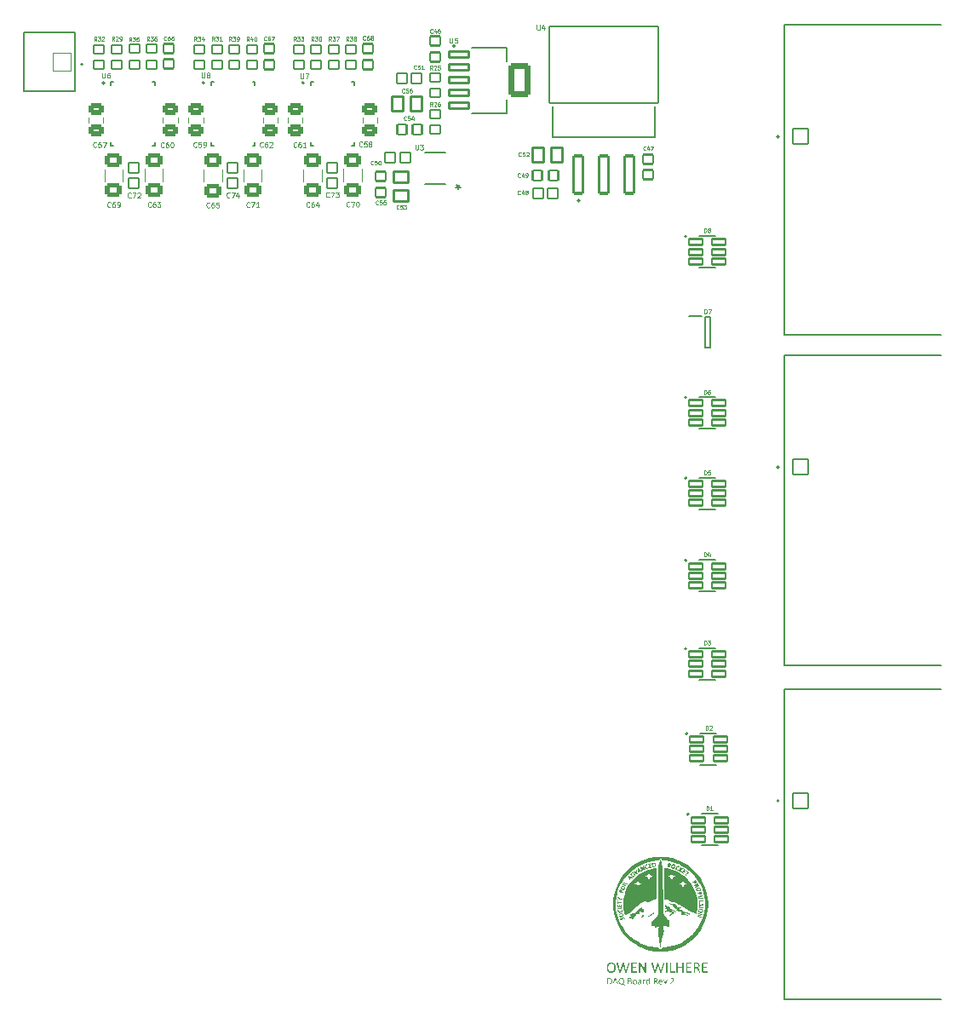
<source format=gbr>
G04 #@! TF.GenerationSoftware,KiCad,Pcbnew,8.0.6*
G04 #@! TF.CreationDate,2025-11-17T16:53:35-08:00*
G04 #@! TF.ProjectId,DAQ,4441512e-6b69-4636-9164-5f7063625858,2*
G04 #@! TF.SameCoordinates,Original*
G04 #@! TF.FileFunction,Legend,Top*
G04 #@! TF.FilePolarity,Positive*
%FSLAX46Y46*%
G04 Gerber Fmt 4.6, Leading zero omitted, Abs format (unit mm)*
G04 Created by KiCad (PCBNEW 8.0.6) date 2025-11-17 16:53:35*
%MOMM*%
%LPD*%
G01*
G04 APERTURE LIST*
G04 Aperture macros list*
%AMRoundRect*
0 Rectangle with rounded corners*
0 $1 Rounding radius*
0 $2 $3 $4 $5 $6 $7 $8 $9 X,Y pos of 4 corners*
0 Add a 4 corners polygon primitive as box body*
4,1,4,$2,$3,$4,$5,$6,$7,$8,$9,$2,$3,0*
0 Add four circle primitives for the rounded corners*
1,1,$1+$1,$2,$3*
1,1,$1+$1,$4,$5*
1,1,$1+$1,$6,$7*
1,1,$1+$1,$8,$9*
0 Add four rect primitives between the rounded corners*
20,1,$1+$1,$2,$3,$4,$5,0*
20,1,$1+$1,$4,$5,$6,$7,0*
20,1,$1+$1,$6,$7,$8,$9,0*
20,1,$1+$1,$8,$9,$2,$3,0*%
G04 Aperture macros list end*
%ADD10C,0.100000*%
%ADD11C,0.125000*%
%ADD12C,0.098425*%
%ADD13C,0.150000*%
%ADD14C,0.075000*%
%ADD15C,0.120000*%
%ADD16C,0.127000*%
%ADD17C,0.200000*%
%ADD18C,0.152400*%
%ADD19C,0.000000*%
%ADD20C,0.010000*%
%ADD21RoundRect,0.250001X0.624999X-0.462499X0.624999X0.462499X-0.624999X0.462499X-0.624999X-0.462499X0*%
%ADD22RoundRect,0.102000X0.754000X-0.754000X0.754000X0.754000X-0.754000X0.754000X-0.754000X-0.754000X0*%
%ADD23C,1.712000*%
%ADD24C,4.420000*%
%ADD25RoundRect,0.102000X0.490000X-0.460000X0.490000X0.460000X-0.490000X0.460000X-0.490000X-0.460000X0*%
%ADD26RoundRect,0.103000X-0.984000X-0.309000X0.984000X-0.309000X0.984000X0.309000X-0.984000X0.309000X0*%
%ADD27RoundRect,0.271750X-0.815250X-1.410250X0.815250X-1.410250X0.815250X1.410250X-0.815250X1.410250X0*%
%ADD28RoundRect,0.102000X0.490000X-0.430000X0.490000X0.430000X-0.490000X0.430000X-0.490000X-0.430000X0*%
%ADD29RoundRect,0.100500X-0.681500X-0.301500X0.681500X-0.301500X0.681500X0.301500X-0.681500X0.301500X0*%
%ADD30R,0.876300X0.508000*%
%ADD31C,5.000000*%
%ADD32RoundRect,0.102000X-0.460000X-0.490000X0.460000X-0.490000X0.460000X0.490000X-0.460000X0.490000X0*%
%ADD33RoundRect,0.102000X0.490000X0.485000X-0.490000X0.485000X-0.490000X-0.485000X0.490000X-0.485000X0*%
%ADD34RoundRect,0.250000X0.475000X-0.337500X0.475000X0.337500X-0.475000X0.337500X-0.475000X-0.337500X0*%
%ADD35RoundRect,0.149250X0.447750X-1.847750X0.447750X1.847750X-0.447750X1.847750X-0.447750X-1.847750X0*%
%ADD36RoundRect,0.102000X5.420000X-3.810000X5.420000X3.810000X-5.420000X3.810000X-5.420000X-3.810000X0*%
%ADD37RoundRect,0.102000X-0.490000X0.430000X-0.490000X-0.430000X0.490000X-0.430000X0.490000X0.430000X0*%
%ADD38RoundRect,0.102000X-0.485000X0.490000X-0.485000X-0.490000X0.485000X-0.490000X0.485000X0.490000X0*%
%ADD39RoundRect,0.102000X-0.735000X0.555000X-0.735000X-0.555000X0.735000X-0.555000X0.735000X0.555000X0*%
%ADD40RoundRect,0.102000X-0.490000X0.460000X-0.490000X-0.460000X0.490000X-0.460000X0.490000X0.460000X0*%
%ADD41RoundRect,0.102000X-0.555000X-0.735000X0.555000X-0.735000X0.555000X0.735000X-0.555000X0.735000X0*%
%ADD42RoundRect,0.102000X-0.490000X-0.485000X0.490000X-0.485000X0.490000X0.485000X-0.490000X0.485000X0*%
%ADD43RoundRect,0.102000X0.555000X0.735000X-0.555000X0.735000X-0.555000X-0.735000X0.555000X-0.735000X0*%
%ADD44R,1.250000X0.600000*%
%ADD45RoundRect,0.102000X0.460000X0.490000X-0.460000X0.490000X-0.460000X-0.490000X0.460000X-0.490000X0*%
%ADD46RoundRect,0.076200X-0.892500X-0.892500X0.892500X-0.892500X0.892500X0.892500X-0.892500X0.892500X0*%
%ADD47C,1.937400*%
%ADD48C,0.499999*%
%ADD49C,2.750000*%
%ADD50C,2.722358*%
%ADD51R,1.750000X1.750000*%
%ADD52C,1.750000*%
G04 APERTURE END LIST*
D10*
G36*
X146043192Y-135758615D02*
G01*
X146078860Y-135762558D01*
X146115258Y-135770136D01*
X146140837Y-135778330D01*
X146173992Y-135793170D01*
X146203575Y-135811616D01*
X146231989Y-135836072D01*
X146234357Y-135838512D01*
X146258173Y-135867506D01*
X146276071Y-135897265D01*
X146290396Y-135930264D01*
X146291632Y-135933742D01*
X146301911Y-135970086D01*
X146307906Y-136005195D01*
X146310818Y-136042575D01*
X146311123Y-136059918D01*
X146310133Y-136094391D01*
X146306577Y-136131385D01*
X146300436Y-136165814D01*
X146290436Y-136201481D01*
X146277298Y-136233889D01*
X146259179Y-136266059D01*
X146237354Y-136294189D01*
X146230083Y-136301840D01*
X146203523Y-136324694D01*
X146173423Y-136343675D01*
X146139783Y-136358781D01*
X146132630Y-136361338D01*
X146098463Y-136370842D01*
X146060779Y-136377236D01*
X146024330Y-136380308D01*
X145995170Y-136381000D01*
X145863524Y-136381000D01*
X145842494Y-136373648D01*
X145832749Y-136347318D01*
X145832749Y-136309876D01*
X145915498Y-136309876D01*
X146000471Y-136309876D01*
X146035927Y-136308423D01*
X146070686Y-136303470D01*
X146101001Y-136295002D01*
X146131972Y-136280292D01*
X146160340Y-136258581D01*
X146169218Y-136249353D01*
X146190653Y-136219447D01*
X146205809Y-136186344D01*
X146210422Y-136172245D01*
X146218209Y-136138274D01*
X146222483Y-136103919D01*
X146224086Y-136066259D01*
X146224099Y-136062311D01*
X146222344Y-136025366D01*
X146217079Y-135990440D01*
X146211618Y-135968278D01*
X146199136Y-135934830D01*
X146180455Y-135903228D01*
X146172466Y-135893051D01*
X146146413Y-135867909D01*
X146117356Y-135849369D01*
X146104933Y-135843470D01*
X146070969Y-135832635D01*
X146034006Y-135827095D01*
X145999616Y-135825689D01*
X145915498Y-135825689D01*
X145915498Y-136309876D01*
X145832749Y-136309876D01*
X145832749Y-135790982D01*
X145842494Y-135764824D01*
X145863524Y-135757301D01*
X146004403Y-135757301D01*
X146043192Y-135758615D01*
G37*
G36*
X146646908Y-135758156D02*
G01*
X146663150Y-135760891D01*
X146672725Y-135766362D01*
X146678025Y-135775424D01*
X146886779Y-136349199D01*
X146890882Y-136366125D01*
X146887121Y-136375870D01*
X146874469Y-136380145D01*
X146850704Y-136381000D01*
X146826939Y-136380316D01*
X146813433Y-136377922D01*
X146806594Y-136373477D01*
X146802662Y-136366296D01*
X146749319Y-136216868D01*
X146490642Y-136216868D01*
X146439521Y-136364415D01*
X146435760Y-136371767D01*
X146428750Y-136377067D01*
X146415757Y-136380145D01*
X146393872Y-136381000D01*
X146371133Y-136379803D01*
X146358482Y-136375357D01*
X146355062Y-136365612D01*
X146359337Y-136348686D01*
X146431144Y-136151216D01*
X146511329Y-136151216D01*
X146727606Y-136151216D01*
X146619040Y-135844838D01*
X146618527Y-135844838D01*
X146511329Y-136151216D01*
X146431144Y-136151216D01*
X146567920Y-135775082D01*
X146573049Y-135766191D01*
X146582110Y-135760891D01*
X146597498Y-135758156D01*
X146621434Y-135757301D01*
X146646908Y-135758156D01*
G37*
G36*
X147262657Y-135748009D02*
G01*
X147300043Y-135753712D01*
X147334291Y-135763490D01*
X147343953Y-135767217D01*
X147376923Y-135783820D01*
X147406015Y-135804948D01*
X147429096Y-135828083D01*
X147450701Y-135857789D01*
X147466837Y-135888617D01*
X147479633Y-135923085D01*
X147480729Y-135926732D01*
X147489159Y-135961098D01*
X147494830Y-135998223D01*
X147497555Y-136033539D01*
X147498168Y-136061457D01*
X147497153Y-136097448D01*
X147494110Y-136132012D01*
X147493551Y-136136512D01*
X147487610Y-136171433D01*
X147479019Y-136204387D01*
X147467169Y-136237006D01*
X147454228Y-136263543D01*
X147434697Y-136293813D01*
X147419180Y-136312441D01*
X147446328Y-136335216D01*
X147474007Y-136355955D01*
X147480729Y-136360483D01*
X147510248Y-136378729D01*
X147524497Y-136386471D01*
X147551339Y-136398951D01*
X147565872Y-136407329D01*
X147572540Y-136420323D01*
X147574591Y-136442549D01*
X147573394Y-136461013D01*
X147569804Y-136472468D01*
X147564504Y-136477939D01*
X147558691Y-136479478D01*
X147527575Y-136471101D01*
X147495118Y-136456180D01*
X147478335Y-136446994D01*
X147447615Y-136428352D01*
X147418667Y-136408697D01*
X147391318Y-136387510D01*
X147364624Y-136363443D01*
X147357117Y-136356038D01*
X147324843Y-136371909D01*
X147297620Y-136381170D01*
X147263829Y-136388534D01*
X147228467Y-136391679D01*
X147213845Y-136391942D01*
X147175902Y-136390292D01*
X147140935Y-136385342D01*
X147105572Y-136375972D01*
X147092456Y-136371083D01*
X147059392Y-136354460D01*
X147030489Y-136333271D01*
X147007826Y-136310047D01*
X146986905Y-136280101D01*
X146971358Y-136248846D01*
X146959116Y-136213750D01*
X146958073Y-136210030D01*
X146950139Y-136174894D01*
X146944802Y-136137000D01*
X146942237Y-136101000D01*
X146941660Y-136072570D01*
X146941822Y-136067270D01*
X147029197Y-136067270D01*
X147030268Y-136104282D01*
X147033480Y-136139154D01*
X147038258Y-136168997D01*
X147047791Y-136204611D01*
X147061387Y-136236161D01*
X147069033Y-136249353D01*
X147090814Y-136276210D01*
X147118157Y-136297243D01*
X147126992Y-136302182D01*
X147159628Y-136314248D01*
X147195163Y-136319926D01*
X147218290Y-136320818D01*
X147253530Y-136318414D01*
X147287366Y-136310308D01*
X147309588Y-136300473D01*
X147339269Y-136279805D01*
X147363387Y-136253704D01*
X147369256Y-136245249D01*
X147386516Y-136212754D01*
X147398089Y-136178770D01*
X147401399Y-136164722D01*
X147407233Y-136129508D01*
X147410375Y-136092851D01*
X147410973Y-136067612D01*
X147409862Y-136031848D01*
X147406115Y-135994906D01*
X147401570Y-135968620D01*
X147391980Y-135933505D01*
X147376983Y-135900107D01*
X147370453Y-135889290D01*
X147348490Y-135862516D01*
X147320899Y-135841437D01*
X147311981Y-135836460D01*
X147279404Y-135824173D01*
X147244274Y-135818391D01*
X147221538Y-135817482D01*
X147186553Y-135819866D01*
X147153042Y-135827905D01*
X147131095Y-135837657D01*
X147101816Y-135858026D01*
X147077707Y-135883827D01*
X147071769Y-135892196D01*
X147054326Y-135924210D01*
X147042525Y-135957688D01*
X147039113Y-135971526D01*
X147033071Y-136006148D01*
X147029817Y-136042308D01*
X147029197Y-136067270D01*
X146941822Y-136067270D01*
X146942772Y-136036110D01*
X146946106Y-136001446D01*
X146952513Y-135964595D01*
X146959441Y-135937503D01*
X146970932Y-135904975D01*
X146986967Y-135872164D01*
X147006442Y-135842858D01*
X147012955Y-135834750D01*
X147036917Y-135810153D01*
X147064353Y-135789363D01*
X147095261Y-135772380D01*
X147101859Y-135769440D01*
X147136935Y-135757268D01*
X147171472Y-135750168D01*
X147208822Y-135746720D01*
X147226325Y-135746359D01*
X147262657Y-135748009D01*
G37*
G36*
X148065819Y-135758574D02*
G01*
X148102141Y-135763360D01*
X148121182Y-135768072D01*
X148153795Y-135781280D01*
X148180509Y-135799360D01*
X148203650Y-135825416D01*
X148216413Y-135849796D01*
X148225751Y-135883623D01*
X148228381Y-135917158D01*
X148224882Y-135952312D01*
X148223080Y-135960071D01*
X148210485Y-135992502D01*
X148207351Y-135998027D01*
X148185341Y-136025628D01*
X148181535Y-136029143D01*
X148151872Y-136048694D01*
X148145631Y-136051540D01*
X148179197Y-136061840D01*
X148193332Y-136068979D01*
X148221072Y-136089534D01*
X148231971Y-136101122D01*
X148251461Y-136131073D01*
X148258129Y-136146771D01*
X148266504Y-136181539D01*
X148267875Y-136204387D01*
X148264936Y-136238982D01*
X148260352Y-136258072D01*
X148246604Y-136290656D01*
X148239494Y-136302011D01*
X148216156Y-136328651D01*
X148207009Y-136336376D01*
X148177256Y-136355128D01*
X148164267Y-136361167D01*
X148131603Y-136372047D01*
X148113318Y-136376041D01*
X148078204Y-136380181D01*
X148050914Y-136381000D01*
X147888492Y-136381000D01*
X147867463Y-136373648D01*
X147857718Y-136347318D01*
X147857718Y-136312612D01*
X147939441Y-136312612D01*
X148059633Y-136312612D01*
X148093717Y-136309740D01*
X148109043Y-136305944D01*
X148140108Y-136290932D01*
X148146315Y-136286282D01*
X148168611Y-136259852D01*
X148171618Y-136253969D01*
X148180409Y-136219758D01*
X148180851Y-136208833D01*
X148176649Y-136174136D01*
X148171960Y-136160448D01*
X148153060Y-136131927D01*
X148145973Y-136125399D01*
X148115423Y-136107960D01*
X148103060Y-136103857D01*
X148067904Y-136097719D01*
X148038433Y-136096505D01*
X147939441Y-136096505D01*
X147939441Y-136312612D01*
X147857718Y-136312612D01*
X147857718Y-136030853D01*
X147939441Y-136030853D01*
X148033646Y-136030853D01*
X148069095Y-136027514D01*
X148085621Y-136022304D01*
X148114923Y-136002894D01*
X148118276Y-135999394D01*
X148136070Y-135969123D01*
X148137254Y-135965542D01*
X148143144Y-135930686D01*
X148143237Y-135925535D01*
X148139061Y-135891128D01*
X148136912Y-135883990D01*
X148118910Y-135854007D01*
X148117250Y-135852360D01*
X148087499Y-135834334D01*
X148082201Y-135832528D01*
X148047889Y-135826497D01*
X148025097Y-135825689D01*
X147939441Y-135825689D01*
X147939441Y-136030853D01*
X147857718Y-136030853D01*
X147857718Y-135790982D01*
X147867463Y-135764824D01*
X147888492Y-135757301D01*
X148029884Y-135757301D01*
X148065819Y-135758574D01*
G37*
G36*
X148606745Y-135912389D02*
G01*
X148641302Y-135918792D01*
X148664696Y-135926561D01*
X148696883Y-135943438D01*
X148724031Y-135965943D01*
X148730861Y-135973407D01*
X148751497Y-136002705D01*
X148766087Y-136034423D01*
X148770526Y-136047779D01*
X148778549Y-136082192D01*
X148782650Y-136116525D01*
X148783691Y-136146600D01*
X148782034Y-136182400D01*
X148776449Y-136219198D01*
X148769672Y-136245249D01*
X148757338Y-136277242D01*
X148739581Y-136307994D01*
X148728126Y-136322870D01*
X148703419Y-136346921D01*
X148674028Y-136366289D01*
X148658883Y-136373648D01*
X148625872Y-136384796D01*
X148589159Y-136390798D01*
X148562627Y-136391942D01*
X148527473Y-136390043D01*
X148492855Y-136383639D01*
X148469448Y-136375870D01*
X148437261Y-136359027D01*
X148410114Y-136336619D01*
X148403283Y-136329196D01*
X148382797Y-136299781D01*
X148368346Y-136268013D01*
X148363960Y-136254653D01*
X148356042Y-136220167D01*
X148351994Y-136185641D01*
X148350966Y-136155319D01*
X148351198Y-136150190D01*
X148434228Y-136150190D01*
X148435853Y-136184982D01*
X148440725Y-136217552D01*
X148450739Y-136250455D01*
X148462267Y-136272605D01*
X148485295Y-136298143D01*
X148502958Y-136309876D01*
X148535566Y-136320936D01*
X148566388Y-136323554D01*
X148600659Y-136320031D01*
X148626570Y-136311073D01*
X148654806Y-136291318D01*
X148668286Y-136275682D01*
X148684703Y-136245605D01*
X148692393Y-136221484D01*
X148698396Y-136186275D01*
X148700087Y-136152242D01*
X148698463Y-136117834D01*
X148693590Y-136085392D01*
X148683630Y-136052436D01*
X148672219Y-136030169D01*
X148649485Y-136004403D01*
X148631870Y-135992727D01*
X148599208Y-135981529D01*
X148568269Y-135978878D01*
X148533780Y-135982449D01*
X148507916Y-135991530D01*
X148479907Y-136011272D01*
X148466371Y-136027092D01*
X148449976Y-136057311D01*
X148442093Y-136081460D01*
X148435956Y-136116525D01*
X148434228Y-136150190D01*
X148351198Y-136150190D01*
X148352582Y-136119539D01*
X148358032Y-136082809D01*
X148364644Y-136056840D01*
X148376873Y-136024767D01*
X148394572Y-135994037D01*
X148406018Y-135979220D01*
X148430780Y-135955114D01*
X148460056Y-135935862D01*
X148475090Y-135928613D01*
X148508069Y-135917569D01*
X148544942Y-135911623D01*
X148571688Y-135910490D01*
X148606745Y-135912389D01*
G37*
G36*
X149088578Y-135912240D02*
G01*
X149123916Y-135918606D01*
X149132299Y-135921090D01*
X149163473Y-135935151D01*
X149185129Y-135952207D01*
X149205168Y-135980066D01*
X149214364Y-136003156D01*
X149221568Y-136038204D01*
X149223597Y-136073937D01*
X149223597Y-136366467D01*
X149219665Y-136375187D01*
X149209064Y-136379632D01*
X149189574Y-136381000D01*
X149169399Y-136379632D01*
X149158628Y-136375187D01*
X149155380Y-136366467D01*
X149155380Y-136323212D01*
X149129303Y-136347680D01*
X149100739Y-136367829D01*
X149092121Y-136372793D01*
X149058521Y-136386537D01*
X149023119Y-136391867D01*
X149018262Y-136391942D01*
X148983898Y-136389384D01*
X148956542Y-136382880D01*
X148925126Y-136368348D01*
X148909354Y-136356551D01*
X148886676Y-136329171D01*
X148879092Y-136314321D01*
X148869836Y-136280234D01*
X148868321Y-136257217D01*
X148868485Y-136255678D01*
X148949532Y-136255678D01*
X148957066Y-136290710D01*
X148970903Y-136309192D01*
X149002309Y-136325751D01*
X149030743Y-136329025D01*
X149066269Y-136323479D01*
X149088702Y-136313295D01*
X149117812Y-136291673D01*
X149142944Y-136266764D01*
X149144780Y-136264740D01*
X149144780Y-136173100D01*
X149076905Y-136173100D01*
X149041140Y-136175089D01*
X149020143Y-136178742D01*
X148987647Y-136190525D01*
X148980307Y-136194984D01*
X148956884Y-136220972D01*
X148949539Y-136254454D01*
X148949532Y-136255678D01*
X148868485Y-136255678D01*
X148872040Y-136222254D01*
X148883196Y-136192249D01*
X148904041Y-136164257D01*
X148925938Y-136146600D01*
X148956926Y-136130614D01*
X148991645Y-136119820D01*
X148994155Y-136119244D01*
X149028714Y-136113378D01*
X149063520Y-136110617D01*
X149085111Y-136110183D01*
X149144780Y-136110183D01*
X149144780Y-136076844D01*
X149141545Y-136041819D01*
X149139480Y-136033247D01*
X149123114Y-136002404D01*
X149122383Y-136001617D01*
X149092948Y-135983041D01*
X149091779Y-135982639D01*
X149057339Y-135976453D01*
X149045788Y-135976143D01*
X149011367Y-135978814D01*
X148992958Y-135982981D01*
X148960071Y-135994502D01*
X148952096Y-135998027D01*
X148922861Y-136013072D01*
X148905251Y-136019911D01*
X148898583Y-136018030D01*
X148893454Y-136012046D01*
X148890376Y-136001959D01*
X148889521Y-135988281D01*
X148891060Y-135968791D01*
X148899267Y-135955284D01*
X148921664Y-135940752D01*
X148954415Y-135927311D01*
X148958251Y-135926048D01*
X148991398Y-135917233D01*
X149003387Y-135914935D01*
X149037401Y-135910924D01*
X149052969Y-135910490D01*
X149088578Y-135912240D01*
G37*
G36*
X149619734Y-135959729D02*
G01*
X149619221Y-135977339D01*
X149617170Y-135988452D01*
X149613579Y-135994607D01*
X149607595Y-135996830D01*
X149598192Y-135994607D01*
X149585711Y-135990333D01*
X149570153Y-135986230D01*
X149551346Y-135984349D01*
X149527752Y-135989478D01*
X149503475Y-136006062D01*
X149480287Y-136031999D01*
X149476803Y-136036666D01*
X149457302Y-136065329D01*
X149446029Y-136083341D01*
X149446029Y-136366125D01*
X149444148Y-136372622D01*
X149437822Y-136377238D01*
X149425854Y-136380145D01*
X149406193Y-136381000D01*
X149386873Y-136380145D01*
X149374563Y-136377238D01*
X149368408Y-136372622D01*
X149366699Y-136366125D01*
X149366699Y-135936307D01*
X149368066Y-135929810D01*
X149373879Y-135925023D01*
X149384993Y-135922116D01*
X149402773Y-135921432D01*
X149420383Y-135922116D01*
X149431154Y-135925023D01*
X149436625Y-135929810D01*
X149438335Y-135936307D01*
X149438335Y-135998882D01*
X149458666Y-135970217D01*
X149471674Y-135954771D01*
X149496879Y-135931154D01*
X149501252Y-135927929D01*
X149528949Y-135914251D01*
X149556646Y-135910490D01*
X149570837Y-135911174D01*
X149587421Y-135913739D01*
X149602979Y-135918013D01*
X149612896Y-135922800D01*
X149616657Y-135927416D01*
X149618367Y-135932887D01*
X149619392Y-135942461D01*
X149619734Y-135959729D01*
G37*
G36*
X150045108Y-135714729D02*
G01*
X150057076Y-135717636D01*
X150063572Y-135722423D01*
X150065795Y-135728920D01*
X150065795Y-136366125D01*
X150064085Y-136372964D01*
X150058272Y-136377409D01*
X150047501Y-136380145D01*
X150031088Y-136381000D01*
X150014162Y-136380145D01*
X150003220Y-136377580D01*
X149996894Y-136373306D01*
X149995013Y-136366809D01*
X149995013Y-136312612D01*
X149969087Y-136338385D01*
X149940078Y-136361098D01*
X149924061Y-136371083D01*
X149890555Y-136385342D01*
X149854367Y-136391616D01*
X149843534Y-136391942D01*
X149807202Y-136388866D01*
X149773187Y-136378675D01*
X149762323Y-136373306D01*
X149733565Y-136352820D01*
X149710441Y-136326623D01*
X149707784Y-136322699D01*
X149690671Y-136290284D01*
X149679105Y-136255624D01*
X149677180Y-136247643D01*
X149670981Y-136211875D01*
X149668064Y-136177506D01*
X149667606Y-136156858D01*
X149667915Y-136147796D01*
X149749842Y-136147796D01*
X149751242Y-136182652D01*
X149754801Y-136212765D01*
X149762897Y-136246184D01*
X149772411Y-136269185D01*
X149792326Y-136297302D01*
X149805579Y-136308679D01*
X149837296Y-136321796D01*
X149857554Y-136323554D01*
X149887986Y-136319279D01*
X149918077Y-136304576D01*
X149945017Y-136282883D01*
X149950219Y-136277905D01*
X149974382Y-136251781D01*
X149985952Y-136237556D01*
X149985952Y-136062311D01*
X149962030Y-136034510D01*
X149936819Y-136010524D01*
X149923548Y-136000249D01*
X149892944Y-135984221D01*
X149860973Y-135978878D01*
X149826539Y-135984622D01*
X149809340Y-135993581D01*
X149784061Y-136018008D01*
X149774975Y-136032050D01*
X149761324Y-136064441D01*
X149755826Y-136086247D01*
X149750988Y-136120616D01*
X149749842Y-136147796D01*
X149667915Y-136147796D01*
X149668775Y-136122574D01*
X149672760Y-136087368D01*
X149679574Y-136054789D01*
X149691299Y-136020039D01*
X149708091Y-135987538D01*
X149715136Y-135977168D01*
X149739734Y-135950303D01*
X149769292Y-135929975D01*
X149773607Y-135927758D01*
X149806187Y-135915954D01*
X149840132Y-135910912D01*
X149854134Y-135910490D01*
X149888290Y-135914172D01*
X149921576Y-135926214D01*
X149923548Y-135927245D01*
X149953013Y-135946447D01*
X149980174Y-135970672D01*
X149985952Y-135976655D01*
X149985952Y-135728749D01*
X149987662Y-135722252D01*
X149994159Y-135717636D01*
X150006297Y-135714729D01*
X150025446Y-135713533D01*
X150045108Y-135714729D01*
G37*
G36*
X150638804Y-135758217D02*
G01*
X150642819Y-135758498D01*
X150671029Y-135761062D01*
X150704966Y-135769012D01*
X150734630Y-135780553D01*
X150764386Y-135798920D01*
X150781133Y-135814405D01*
X150800902Y-135842321D01*
X150809173Y-135861251D01*
X150817254Y-135896366D01*
X150818576Y-135919551D01*
X150815623Y-135954009D01*
X150810198Y-135974946D01*
X150795124Y-136005896D01*
X150785921Y-136018201D01*
X150759884Y-136042674D01*
X150747965Y-136050856D01*
X150716662Y-136067041D01*
X150698384Y-136074108D01*
X150726252Y-136091376D01*
X150749675Y-136116167D01*
X150768215Y-136146158D01*
X150770020Y-136149677D01*
X150784542Y-136180676D01*
X150789340Y-136192249D01*
X150845076Y-136330221D01*
X150853625Y-136354670D01*
X150855676Y-136365441D01*
X150854138Y-136372280D01*
X150847983Y-136377238D01*
X150834476Y-136380145D01*
X150811395Y-136381000D01*
X150790879Y-136380145D01*
X150778227Y-136376896D01*
X150770704Y-136370912D01*
X150766259Y-136361167D01*
X150708984Y-136213791D01*
X150694791Y-136181173D01*
X150688126Y-136167629D01*
X150668687Y-136138319D01*
X150662309Y-136131383D01*
X150634640Y-136111171D01*
X150627260Y-136107789D01*
X150592383Y-136099775D01*
X150578705Y-136099241D01*
X150523482Y-136099241D01*
X150523482Y-136365612D01*
X150521259Y-136372280D01*
X150514420Y-136376896D01*
X150501939Y-136379803D01*
X150482107Y-136381000D01*
X150462103Y-136379803D01*
X150449281Y-136376896D01*
X150442613Y-136372451D01*
X150440732Y-136365612D01*
X150440732Y-136030853D01*
X150523482Y-136030853D01*
X150604180Y-136030853D01*
X150639823Y-136028141D01*
X150660600Y-136023159D01*
X150691887Y-136007996D01*
X150700265Y-136001446D01*
X150721676Y-135973415D01*
X150723688Y-135968791D01*
X150731027Y-135934620D01*
X150731210Y-135927758D01*
X150726578Y-135892928D01*
X150714797Y-135867406D01*
X150689354Y-135843952D01*
X150659916Y-135831844D01*
X150632732Y-135827228D01*
X150597599Y-135825702D01*
X150593066Y-135825689D01*
X150523482Y-135825689D01*
X150523482Y-136030853D01*
X150440732Y-136030853D01*
X150440732Y-135790811D01*
X150450478Y-135764824D01*
X150471507Y-135757301D01*
X150603667Y-135757301D01*
X150638804Y-135758217D01*
G37*
G36*
X151160855Y-135912774D02*
G01*
X151195104Y-135920404D01*
X151211465Y-135926732D01*
X151242307Y-135944401D01*
X151268995Y-135968631D01*
X151270450Y-135970330D01*
X151290453Y-136000078D01*
X151303616Y-136032316D01*
X151304302Y-136034614D01*
X151312033Y-136070363D01*
X151314978Y-136105762D01*
X151315073Y-136113602D01*
X151315073Y-136127793D01*
X151305669Y-136154293D01*
X151284298Y-136162158D01*
X151000659Y-136162158D01*
X151002454Y-136197891D01*
X151007840Y-136229862D01*
X151019742Y-136262641D01*
X151031775Y-136281666D01*
X151058261Y-136305670D01*
X151075544Y-136314834D01*
X151109720Y-136324097D01*
X151141538Y-136326289D01*
X151177335Y-136324352D01*
X151196249Y-136321331D01*
X151229950Y-136312586D01*
X151237965Y-136309876D01*
X151266859Y-136298592D01*
X151283956Y-136293463D01*
X151289769Y-136295173D01*
X151293872Y-136300302D01*
X151296095Y-136309876D01*
X151296779Y-136324750D01*
X151296266Y-136335863D01*
X151295069Y-136344241D01*
X151292676Y-136350738D01*
X151288401Y-136356380D01*
X151272843Y-136365270D01*
X151240448Y-136376704D01*
X151239162Y-136377067D01*
X151204477Y-136384953D01*
X151191290Y-136387325D01*
X151155908Y-136391292D01*
X151133332Y-136391942D01*
X151098214Y-136390164D01*
X151063453Y-136384169D01*
X151039811Y-136376896D01*
X151007110Y-136360833D01*
X150979317Y-136339272D01*
X150972278Y-136332102D01*
X150950895Y-136303192D01*
X150935610Y-136271190D01*
X150930903Y-136257559D01*
X150922464Y-136221920D01*
X150918150Y-136185660D01*
X150917055Y-136153438D01*
X150918752Y-136116003D01*
X150921209Y-136099241D01*
X151000659Y-136099241D01*
X151235230Y-136099241D01*
X151233203Y-136064953D01*
X151222881Y-136030332D01*
X151207704Y-136006917D01*
X151179433Y-135985221D01*
X151145072Y-135975011D01*
X151121364Y-135973407D01*
X151085933Y-135977899D01*
X151069902Y-135983836D01*
X151040762Y-136003327D01*
X151032801Y-136011533D01*
X151014240Y-136040449D01*
X151009720Y-136051540D01*
X151001790Y-136085376D01*
X151000659Y-136099241D01*
X150921209Y-136099241D01*
X150923843Y-136081275D01*
X150931416Y-136052053D01*
X150943990Y-136020125D01*
X150961682Y-135989876D01*
X150972962Y-135975459D01*
X150998908Y-135950747D01*
X151029174Y-135931664D01*
X151038614Y-135927245D01*
X151071393Y-135916397D01*
X151107220Y-135911079D01*
X151124783Y-135910490D01*
X151160855Y-135912774D01*
G37*
G36*
X151783531Y-135935281D02*
G01*
X151783189Y-135939384D01*
X151782505Y-135943829D01*
X151781308Y-135949129D01*
X151779598Y-135955284D01*
X151632051Y-136363732D01*
X151626922Y-136372451D01*
X151617519Y-136377751D01*
X151601789Y-136380316D01*
X151577683Y-136381000D01*
X151553576Y-136380145D01*
X151538018Y-136377238D01*
X151528614Y-136371938D01*
X151523314Y-136363732D01*
X151376280Y-135955284D01*
X151373032Y-135945368D01*
X151371664Y-135938871D01*
X151371493Y-135935281D01*
X151373374Y-135928613D01*
X151379870Y-135924168D01*
X151391838Y-135921945D01*
X151410303Y-135921432D01*
X151432700Y-135922116D01*
X151445694Y-135924852D01*
X151452362Y-135929639D01*
X151456465Y-135936648D01*
X151578709Y-136291069D01*
X151580589Y-136296882D01*
X151582128Y-136291069D01*
X151702662Y-135936648D01*
X151706081Y-135929639D01*
X151713091Y-135924852D01*
X151725572Y-135922116D01*
X151746430Y-135921432D01*
X151764724Y-135921945D01*
X151776008Y-135924339D01*
X151781821Y-135928955D01*
X151783531Y-135935281D01*
G37*
G36*
X152463478Y-136344925D02*
G01*
X152462281Y-136360483D01*
X152458862Y-136371938D01*
X152453049Y-136378777D01*
X152445184Y-136381000D01*
X152101364Y-136381000D01*
X152089567Y-136379290D01*
X152080847Y-136373819D01*
X152075547Y-136362535D01*
X152074009Y-136344583D01*
X152074692Y-136327657D01*
X152077770Y-136314663D01*
X152083754Y-136303550D01*
X152093157Y-136291582D01*
X152213862Y-136165064D01*
X152238406Y-136137986D01*
X152261624Y-136110322D01*
X152280882Y-136084879D01*
X152300798Y-136054974D01*
X152318108Y-136023761D01*
X152319863Y-136020082D01*
X152332791Y-135987293D01*
X152337815Y-135967081D01*
X152341983Y-135932909D01*
X152342260Y-135922287D01*
X152337025Y-135887786D01*
X152335422Y-135883135D01*
X152318281Y-135853289D01*
X152315931Y-135850651D01*
X152287524Y-135830014D01*
X152283960Y-135828424D01*
X152250492Y-135820611D01*
X152239849Y-135820218D01*
X152205495Y-135823758D01*
X152187191Y-135829279D01*
X152155486Y-135843737D01*
X152146329Y-135848941D01*
X152117665Y-135868035D01*
X152116922Y-135868602D01*
X152099483Y-135877664D01*
X152093328Y-135875612D01*
X152089054Y-135869115D01*
X152086318Y-135856976D01*
X152085464Y-135838854D01*
X152085976Y-135825689D01*
X152087686Y-135816115D01*
X152090764Y-135808592D01*
X152098457Y-135799702D01*
X152118461Y-135785340D01*
X152150079Y-135769028D01*
X152154023Y-135767388D01*
X152186952Y-135756110D01*
X152201039Y-135752514D01*
X152236028Y-135747086D01*
X152255237Y-135746359D01*
X152290048Y-135748475D01*
X152325586Y-135756176D01*
X152334225Y-135759182D01*
X152365299Y-135774355D01*
X152390474Y-135794230D01*
X152412100Y-135821561D01*
X152423984Y-135846034D01*
X152432970Y-135880361D01*
X152435097Y-135908780D01*
X152433229Y-135944453D01*
X152429797Y-135968791D01*
X152420836Y-136001798D01*
X152407400Y-136033247D01*
X152389528Y-136065004D01*
X152369572Y-136094672D01*
X152357990Y-136110354D01*
X152335830Y-136138107D01*
X152312347Y-136165225D01*
X152288657Y-136191034D01*
X152272505Y-136207978D01*
X152174026Y-136309876D01*
X152444672Y-136309876D01*
X152452194Y-136312099D01*
X152458349Y-136318766D01*
X152462281Y-136329709D01*
X152463478Y-136344925D01*
G37*
G36*
X146280692Y-134218300D02*
G01*
X146334901Y-134226078D01*
X146389899Y-134240802D01*
X146410355Y-134248484D01*
X146462224Y-134274575D01*
X146507743Y-134307776D01*
X146543614Y-134344130D01*
X146576980Y-134390844D01*
X146601748Y-134439372D01*
X146621216Y-134493672D01*
X146622871Y-134499420D01*
X146635599Y-134553553D01*
X146644161Y-134611980D01*
X146648275Y-134667518D01*
X146649200Y-134711398D01*
X146647437Y-134769816D01*
X146642148Y-134825246D01*
X146631982Y-134884031D01*
X146620990Y-134927138D01*
X146603084Y-134978837D01*
X146578054Y-135030996D01*
X146547619Y-135077593D01*
X146537435Y-135090487D01*
X146500063Y-135129591D01*
X146457129Y-135162608D01*
X146408632Y-135189537D01*
X146398265Y-135194193D01*
X146343120Y-135213178D01*
X146288779Y-135224253D01*
X146229975Y-135229632D01*
X146202407Y-135230194D01*
X146142783Y-135227580D01*
X146087835Y-135219738D01*
X146032265Y-135204893D01*
X146011653Y-135197148D01*
X145959695Y-135170720D01*
X145914277Y-135137245D01*
X145878663Y-135100697D01*
X145845788Y-135053671D01*
X145821356Y-135004639D01*
X145802119Y-134949625D01*
X145800481Y-134943795D01*
X145788013Y-134888842D01*
X145779626Y-134829469D01*
X145775596Y-134772982D01*
X145774689Y-134728324D01*
X145774944Y-134719995D01*
X145912247Y-134719995D01*
X145913929Y-134778222D01*
X145918977Y-134833210D01*
X145926486Y-134880390D01*
X145940087Y-134932402D01*
X145960961Y-134982438D01*
X145974846Y-135006663D01*
X146009073Y-135048501D01*
X146052042Y-135081390D01*
X146065924Y-135089144D01*
X146117209Y-135108105D01*
X146173050Y-135117027D01*
X146209392Y-135118429D01*
X146264770Y-135114651D01*
X146317941Y-135101912D01*
X146352861Y-135086457D01*
X146399503Y-135053979D01*
X146437403Y-135012964D01*
X146446625Y-134999678D01*
X146473748Y-134948665D01*
X146491935Y-134895401D01*
X146497135Y-134873404D01*
X146506303Y-134818395D01*
X146511240Y-134760967D01*
X146512180Y-134721339D01*
X146510434Y-134665106D01*
X146504547Y-134606948D01*
X146497404Y-134565512D01*
X146482335Y-134509984D01*
X146458767Y-134457325D01*
X146448506Y-134440313D01*
X146413993Y-134398240D01*
X146370635Y-134365115D01*
X146356622Y-134357295D01*
X146305429Y-134337986D01*
X146250224Y-134328900D01*
X146214497Y-134327473D01*
X146159520Y-134331282D01*
X146106859Y-134344128D01*
X146072372Y-134359713D01*
X146026362Y-134391802D01*
X145988477Y-134432118D01*
X145979145Y-134445149D01*
X145951735Y-134495376D01*
X145933191Y-134548186D01*
X145927829Y-134570079D01*
X145918334Y-134624535D01*
X145913220Y-134681106D01*
X145912247Y-134719995D01*
X145774944Y-134719995D01*
X145776435Y-134671367D01*
X145781674Y-134617096D01*
X145791743Y-134559253D01*
X145802630Y-134516614D01*
X145820687Y-134465239D01*
X145845885Y-134413489D01*
X145876488Y-134367354D01*
X145886723Y-134354608D01*
X145924379Y-134315956D01*
X145967491Y-134283285D01*
X146016061Y-134256597D01*
X146026430Y-134251977D01*
X146081549Y-134232850D01*
X146135822Y-134221693D01*
X146194515Y-134216274D01*
X146222020Y-134215707D01*
X146280692Y-134218300D01*
G37*
G36*
X147768736Y-135179953D02*
G01*
X147759602Y-135196879D01*
X147742944Y-135206820D01*
X147716884Y-135211656D01*
X147679002Y-135213000D01*
X147639239Y-135211656D01*
X147612372Y-135206820D01*
X147596521Y-135196879D01*
X147588192Y-135179953D01*
X147383468Y-134446761D01*
X147381856Y-134446761D01*
X147192983Y-135179953D01*
X147185460Y-135196879D01*
X147170415Y-135206820D01*
X147144891Y-135211656D01*
X147105397Y-135213000D01*
X147063754Y-135211656D01*
X147036618Y-135206820D01*
X147020498Y-135196879D01*
X147012438Y-135179953D01*
X146753981Y-134283143D01*
X146749145Y-134256276D01*
X146755055Y-134241230D01*
X146775743Y-134234514D01*
X146814431Y-134232902D01*
X146851507Y-134233976D01*
X146872194Y-134238275D01*
X146882135Y-134246604D01*
X146886165Y-134260037D01*
X147106203Y-135073293D01*
X147107009Y-135073293D01*
X147315495Y-134261381D01*
X147321137Y-134247678D01*
X147332152Y-134239081D01*
X147353646Y-134234514D01*
X147390184Y-134232902D01*
X147423768Y-134234514D01*
X147443918Y-134239081D01*
X147454933Y-134247678D01*
X147460575Y-134261381D01*
X147684912Y-135073293D01*
X147686524Y-135073293D01*
X147901727Y-134260575D01*
X147906294Y-134247678D01*
X147915697Y-134239081D01*
X147936116Y-134234514D01*
X147971311Y-134232902D01*
X148007313Y-134234782D01*
X148026388Y-134242036D01*
X148032030Y-134257082D01*
X148028000Y-134283949D01*
X147768736Y-135179953D01*
G37*
G36*
X148745879Y-135159535D02*
G01*
X148744267Y-135183446D01*
X148738893Y-135200372D01*
X148730296Y-135210044D01*
X148719281Y-135213000D01*
X148250188Y-135213000D01*
X148217142Y-135201447D01*
X148201828Y-135160072D01*
X148201828Y-134285829D01*
X148217142Y-134244723D01*
X148250188Y-134232902D01*
X148714176Y-134232902D01*
X148724923Y-134235857D01*
X148732983Y-134245798D01*
X148737819Y-134262724D01*
X148739699Y-134287710D01*
X148737819Y-134311621D01*
X148732983Y-134328010D01*
X148724923Y-134337413D01*
X148714176Y-134340369D01*
X148331863Y-134340369D01*
X148331863Y-134641276D01*
X148659637Y-134641276D01*
X148670652Y-134644769D01*
X148678981Y-134654441D01*
X148683817Y-134671635D01*
X148685429Y-134696890D01*
X148683817Y-134721070D01*
X148678981Y-134737190D01*
X148670652Y-134746056D01*
X148659637Y-134748743D01*
X148331863Y-134748743D01*
X148331863Y-135105533D01*
X148719281Y-135105533D01*
X148730296Y-135108488D01*
X148738893Y-135117891D01*
X148744267Y-135134549D01*
X148745879Y-135159535D01*
G37*
G36*
X149691856Y-135157117D02*
G01*
X149687020Y-135182909D01*
X149674124Y-135200372D01*
X149656392Y-135210044D01*
X149636779Y-135213000D01*
X149595136Y-135213000D01*
X149560746Y-135208701D01*
X149532805Y-135193118D01*
X149506475Y-135162490D01*
X149478447Y-135115414D01*
X149477459Y-135113593D01*
X149169030Y-134558526D01*
X149141657Y-134508891D01*
X149120132Y-134468523D01*
X149095141Y-134419250D01*
X149074727Y-134376907D01*
X149073115Y-134376907D01*
X149074459Y-134431783D01*
X149075265Y-134487867D01*
X149075869Y-134544153D01*
X149076071Y-134600170D01*
X149076071Y-135188819D01*
X149073115Y-135199029D01*
X149062906Y-135206551D01*
X149043831Y-135211119D01*
X149014277Y-135213000D01*
X148984187Y-135211119D01*
X148965648Y-135206551D01*
X148955976Y-135199029D01*
X148953021Y-135188819D01*
X148953021Y-134288785D01*
X148969678Y-134245798D01*
X149005949Y-134232902D01*
X149067742Y-134232902D01*
X149104549Y-134236663D01*
X149130879Y-134249290D01*
X149153447Y-134273471D01*
X149177358Y-134312159D01*
X149414591Y-134740414D01*
X149441500Y-134788711D01*
X149457041Y-134816984D01*
X149483146Y-134865536D01*
X149496266Y-134890599D01*
X149521998Y-134939720D01*
X149533611Y-134961796D01*
X149558974Y-135010074D01*
X149570418Y-135032187D01*
X149570956Y-135032187D01*
X149569873Y-134975459D01*
X149569183Y-134920597D01*
X149569075Y-134908600D01*
X149568891Y-134853157D01*
X149568809Y-134795922D01*
X149568806Y-134784744D01*
X149568806Y-134257082D01*
X149571762Y-134247141D01*
X149581971Y-134239350D01*
X149600778Y-134234514D01*
X149631406Y-134232902D01*
X149660153Y-134234514D01*
X149678960Y-134239350D01*
X149688900Y-134247141D01*
X149691856Y-134257082D01*
X149691856Y-135157117D01*
G37*
G36*
X151231318Y-135179953D02*
G01*
X151222184Y-135196879D01*
X151205526Y-135206820D01*
X151179466Y-135211656D01*
X151141584Y-135213000D01*
X151101821Y-135211656D01*
X151074954Y-135206820D01*
X151059103Y-135196879D01*
X151050774Y-135179953D01*
X150846050Y-134446761D01*
X150844438Y-134446761D01*
X150655565Y-135179953D01*
X150648042Y-135196879D01*
X150632997Y-135206820D01*
X150607473Y-135211656D01*
X150567979Y-135213000D01*
X150526336Y-135211656D01*
X150499200Y-135206820D01*
X150483080Y-135196879D01*
X150475020Y-135179953D01*
X150216563Y-134283143D01*
X150211727Y-134256276D01*
X150217637Y-134241230D01*
X150238325Y-134234514D01*
X150277013Y-134232902D01*
X150314089Y-134233976D01*
X150334776Y-134238275D01*
X150344717Y-134246604D01*
X150348747Y-134260037D01*
X150568785Y-135073293D01*
X150569591Y-135073293D01*
X150778077Y-134261381D01*
X150783719Y-134247678D01*
X150794734Y-134239081D01*
X150816228Y-134234514D01*
X150852766Y-134232902D01*
X150886350Y-134234514D01*
X150906500Y-134239081D01*
X150917515Y-134247678D01*
X150923157Y-134261381D01*
X151147494Y-135073293D01*
X151149106Y-135073293D01*
X151364309Y-134260575D01*
X151368876Y-134247678D01*
X151378279Y-134239081D01*
X151398698Y-134234514D01*
X151433893Y-134232902D01*
X151469895Y-134234782D01*
X151488970Y-134242036D01*
X151494612Y-134257082D01*
X151490582Y-134283949D01*
X151231318Y-135179953D01*
G37*
G36*
X151794445Y-135189088D02*
G01*
X151791221Y-135199566D01*
X151780743Y-135206551D01*
X151760593Y-135211119D01*
X151729427Y-135213000D01*
X151698262Y-135211119D01*
X151677843Y-135206551D01*
X151667365Y-135199566D01*
X151664410Y-135189088D01*
X151664410Y-134256813D01*
X151667634Y-134246604D01*
X151678918Y-134239350D01*
X151699337Y-134234782D01*
X151729427Y-134232902D01*
X151760593Y-134234782D01*
X151780743Y-134239350D01*
X151791221Y-134246604D01*
X151794445Y-134256813D01*
X151794445Y-135189088D01*
G37*
G36*
X152559340Y-135156848D02*
G01*
X152557728Y-135181834D01*
X152552892Y-135199297D01*
X152544563Y-135209775D01*
X152533011Y-135213000D01*
X152100725Y-135213000D01*
X152067679Y-135201447D01*
X152052365Y-135160341D01*
X152052365Y-134257082D01*
X152055321Y-134246604D01*
X152065799Y-134239350D01*
X152086217Y-134234782D01*
X152117383Y-134232902D01*
X152148548Y-134234782D01*
X152168698Y-134239350D01*
X152179176Y-134246604D01*
X152182400Y-134257082D01*
X152182400Y-135101234D01*
X152533011Y-135101234D01*
X152544563Y-135104727D01*
X152552892Y-135114399D01*
X152557728Y-135131325D01*
X152559340Y-135156848D01*
G37*
G36*
X153403492Y-135189088D02*
G01*
X153400537Y-135199566D01*
X153389790Y-135206551D01*
X153369640Y-135211119D01*
X153339281Y-135213000D01*
X153307578Y-135211119D01*
X153287965Y-135206820D01*
X153277219Y-135199835D01*
X153274263Y-135189357D01*
X153274263Y-134765937D01*
X152829351Y-134765937D01*
X152829351Y-135189357D01*
X152826127Y-135199835D01*
X152815648Y-135206820D01*
X152795498Y-135211119D01*
X152764333Y-135213000D01*
X152733168Y-135211119D01*
X152712749Y-135206551D01*
X152702271Y-135199566D01*
X152699316Y-135189088D01*
X152699316Y-134256813D01*
X152702271Y-134246604D01*
X152712749Y-134239350D01*
X152733168Y-134234782D01*
X152764333Y-134232902D01*
X152795498Y-134234782D01*
X152815648Y-134239350D01*
X152826127Y-134246604D01*
X152829351Y-134257351D01*
X152829351Y-134654172D01*
X153274263Y-134654172D01*
X153274263Y-134257351D01*
X153277219Y-134246604D01*
X153287965Y-134239350D01*
X153307578Y-134234782D01*
X153339281Y-134232902D01*
X153369640Y-134234782D01*
X153389790Y-134239350D01*
X153400537Y-134246604D01*
X153403492Y-134256813D01*
X153403492Y-135189088D01*
G37*
G36*
X154201971Y-135159535D02*
G01*
X154200359Y-135183446D01*
X154194986Y-135200372D01*
X154186388Y-135210044D01*
X154175373Y-135213000D01*
X153706280Y-135213000D01*
X153673234Y-135201447D01*
X153657920Y-135160072D01*
X153657920Y-134285829D01*
X153673234Y-134244723D01*
X153706280Y-134232902D01*
X154170268Y-134232902D01*
X154181015Y-134235857D01*
X154189075Y-134245798D01*
X154193911Y-134262724D01*
X154195792Y-134287710D01*
X154193911Y-134311621D01*
X154189075Y-134328010D01*
X154181015Y-134337413D01*
X154170268Y-134340369D01*
X153787955Y-134340369D01*
X153787955Y-134641276D01*
X154115729Y-134641276D01*
X154126744Y-134644769D01*
X154135073Y-134654441D01*
X154139909Y-134671635D01*
X154141521Y-134696890D01*
X154139909Y-134721070D01*
X154135073Y-134737190D01*
X154126744Y-134746056D01*
X154115729Y-134748743D01*
X153787955Y-134748743D01*
X153787955Y-135105533D01*
X154175373Y-135105533D01*
X154186388Y-135108488D01*
X154194986Y-135117891D01*
X154200359Y-135134549D01*
X154201971Y-135159535D01*
G37*
G36*
X154720368Y-134234342D02*
G01*
X154726678Y-134234782D01*
X154771008Y-134238812D01*
X154824338Y-134251306D01*
X154870952Y-134269441D01*
X154917712Y-134298304D01*
X154944030Y-134322637D01*
X154975094Y-134366505D01*
X154988091Y-134396251D01*
X155000790Y-134451433D01*
X155002868Y-134487867D01*
X154998227Y-134542014D01*
X154989703Y-134574915D01*
X154966014Y-134623551D01*
X154951552Y-134642888D01*
X154910638Y-134681346D01*
X154891908Y-134694203D01*
X154842717Y-134719636D01*
X154813995Y-134730742D01*
X154857787Y-134757877D01*
X154894595Y-134796834D01*
X154923729Y-134843963D01*
X154926566Y-134849493D01*
X154949386Y-134898206D01*
X154956926Y-134916391D01*
X155044511Y-135133205D01*
X155057944Y-135171625D01*
X155061168Y-135188551D01*
X155058750Y-135199297D01*
X155049078Y-135207089D01*
X155027854Y-135211656D01*
X154991584Y-135213000D01*
X154959344Y-135211656D01*
X154939462Y-135206551D01*
X154927641Y-135197148D01*
X154920655Y-135181834D01*
X154830652Y-134950243D01*
X154808348Y-134898986D01*
X154797875Y-134877703D01*
X154767328Y-134831644D01*
X154757306Y-134820745D01*
X154713825Y-134788984D01*
X154702229Y-134783669D01*
X154647421Y-134771076D01*
X154625928Y-134770236D01*
X154539148Y-134770236D01*
X154539148Y-135188819D01*
X154535655Y-135199297D01*
X154524909Y-135206551D01*
X154505296Y-135211119D01*
X154474131Y-135213000D01*
X154442697Y-135211119D01*
X154422547Y-135206551D01*
X154412069Y-135199566D01*
X154409113Y-135188819D01*
X154409113Y-134662769D01*
X154539148Y-134662769D01*
X154665959Y-134662769D01*
X154721971Y-134658507D01*
X154754619Y-134650679D01*
X154803785Y-134626852D01*
X154816950Y-134616558D01*
X154850596Y-134572510D01*
X154853757Y-134565243D01*
X154865290Y-134511546D01*
X154865579Y-134500763D01*
X154858300Y-134446031D01*
X154839787Y-134405923D01*
X154799805Y-134369068D01*
X154753545Y-134350041D01*
X154710826Y-134342787D01*
X154655617Y-134340390D01*
X154648496Y-134340369D01*
X154539148Y-134340369D01*
X154539148Y-134662769D01*
X154409113Y-134662769D01*
X154409113Y-134285561D01*
X154424427Y-134244723D01*
X154457473Y-134232902D01*
X154665153Y-134232902D01*
X154720368Y-134234342D01*
G37*
G36*
X155789256Y-135159535D02*
G01*
X155787644Y-135183446D01*
X155782271Y-135200372D01*
X155773674Y-135210044D01*
X155762658Y-135213000D01*
X155293565Y-135213000D01*
X155260519Y-135201447D01*
X155245205Y-135160072D01*
X155245205Y-134285829D01*
X155260519Y-134244723D01*
X155293565Y-134232902D01*
X155757554Y-134232902D01*
X155768300Y-134235857D01*
X155776360Y-134245798D01*
X155781196Y-134262724D01*
X155783077Y-134287710D01*
X155781196Y-134311621D01*
X155776360Y-134328010D01*
X155768300Y-134337413D01*
X155757554Y-134340369D01*
X155375240Y-134340369D01*
X155375240Y-134641276D01*
X155703014Y-134641276D01*
X155714030Y-134644769D01*
X155722358Y-134654441D01*
X155727194Y-134671635D01*
X155728806Y-134696890D01*
X155727194Y-134721070D01*
X155722358Y-134737190D01*
X155714030Y-134746056D01*
X155703014Y-134748743D01*
X155375240Y-134748743D01*
X155375240Y-135105533D01*
X155762658Y-135105533D01*
X155773674Y-135108488D01*
X155782271Y-135117891D01*
X155787644Y-135134549D01*
X155789256Y-135159535D01*
G37*
D11*
X106266071Y-59124690D02*
X106242262Y-59148500D01*
X106242262Y-59148500D02*
X106170833Y-59172309D01*
X106170833Y-59172309D02*
X106123214Y-59172309D01*
X106123214Y-59172309D02*
X106051786Y-59148500D01*
X106051786Y-59148500D02*
X106004167Y-59100880D01*
X106004167Y-59100880D02*
X105980357Y-59053261D01*
X105980357Y-59053261D02*
X105956548Y-58958023D01*
X105956548Y-58958023D02*
X105956548Y-58886595D01*
X105956548Y-58886595D02*
X105980357Y-58791357D01*
X105980357Y-58791357D02*
X106004167Y-58743738D01*
X106004167Y-58743738D02*
X106051786Y-58696119D01*
X106051786Y-58696119D02*
X106123214Y-58672309D01*
X106123214Y-58672309D02*
X106170833Y-58672309D01*
X106170833Y-58672309D02*
X106242262Y-58696119D01*
X106242262Y-58696119D02*
X106266071Y-58719928D01*
X106694643Y-58672309D02*
X106599405Y-58672309D01*
X106599405Y-58672309D02*
X106551786Y-58696119D01*
X106551786Y-58696119D02*
X106527976Y-58719928D01*
X106527976Y-58719928D02*
X106480357Y-58791357D01*
X106480357Y-58791357D02*
X106456548Y-58886595D01*
X106456548Y-58886595D02*
X106456548Y-59077071D01*
X106456548Y-59077071D02*
X106480357Y-59124690D01*
X106480357Y-59124690D02*
X106504167Y-59148500D01*
X106504167Y-59148500D02*
X106551786Y-59172309D01*
X106551786Y-59172309D02*
X106647024Y-59172309D01*
X106647024Y-59172309D02*
X106694643Y-59148500D01*
X106694643Y-59148500D02*
X106718452Y-59124690D01*
X106718452Y-59124690D02*
X106742262Y-59077071D01*
X106742262Y-59077071D02*
X106742262Y-58958023D01*
X106742262Y-58958023D02*
X106718452Y-58910404D01*
X106718452Y-58910404D02*
X106694643Y-58886595D01*
X106694643Y-58886595D02*
X106647024Y-58862785D01*
X106647024Y-58862785D02*
X106551786Y-58862785D01*
X106551786Y-58862785D02*
X106504167Y-58886595D01*
X106504167Y-58886595D02*
X106480357Y-58910404D01*
X106480357Y-58910404D02*
X106456548Y-58958023D01*
X107194642Y-58672309D02*
X106956547Y-58672309D01*
X106956547Y-58672309D02*
X106932738Y-58910404D01*
X106932738Y-58910404D02*
X106956547Y-58886595D01*
X106956547Y-58886595D02*
X107004166Y-58862785D01*
X107004166Y-58862785D02*
X107123214Y-58862785D01*
X107123214Y-58862785D02*
X107170833Y-58886595D01*
X107170833Y-58886595D02*
X107194642Y-58910404D01*
X107194642Y-58910404D02*
X107218452Y-58958023D01*
X107218452Y-58958023D02*
X107218452Y-59077071D01*
X107218452Y-59077071D02*
X107194642Y-59124690D01*
X107194642Y-59124690D02*
X107170833Y-59148500D01*
X107170833Y-59148500D02*
X107123214Y-59172309D01*
X107123214Y-59172309D02*
X107004166Y-59172309D01*
X107004166Y-59172309D02*
X106956547Y-59148500D01*
X106956547Y-59148500D02*
X106932738Y-59124690D01*
D12*
X128446907Y-41799519D02*
X128428159Y-41818267D01*
X128428159Y-41818267D02*
X128371916Y-41837014D01*
X128371916Y-41837014D02*
X128334421Y-41837014D01*
X128334421Y-41837014D02*
X128278178Y-41818267D01*
X128278178Y-41818267D02*
X128240683Y-41780771D01*
X128240683Y-41780771D02*
X128221935Y-41743276D01*
X128221935Y-41743276D02*
X128203187Y-41668285D01*
X128203187Y-41668285D02*
X128203187Y-41612042D01*
X128203187Y-41612042D02*
X128221935Y-41537052D01*
X128221935Y-41537052D02*
X128240683Y-41499556D01*
X128240683Y-41499556D02*
X128278178Y-41462061D01*
X128278178Y-41462061D02*
X128334421Y-41443313D01*
X128334421Y-41443313D02*
X128371916Y-41443313D01*
X128371916Y-41443313D02*
X128428159Y-41462061D01*
X128428159Y-41462061D02*
X128446907Y-41480809D01*
X128784365Y-41574547D02*
X128784365Y-41837014D01*
X128690627Y-41424566D02*
X128596888Y-41705781D01*
X128596888Y-41705781D02*
X128840608Y-41705781D01*
X129159318Y-41443313D02*
X129084327Y-41443313D01*
X129084327Y-41443313D02*
X129046832Y-41462061D01*
X129046832Y-41462061D02*
X129028084Y-41480809D01*
X129028084Y-41480809D02*
X128990589Y-41537052D01*
X128990589Y-41537052D02*
X128971841Y-41612042D01*
X128971841Y-41612042D02*
X128971841Y-41762024D01*
X128971841Y-41762024D02*
X128990589Y-41799519D01*
X128990589Y-41799519D02*
X129009337Y-41818267D01*
X129009337Y-41818267D02*
X129046832Y-41837014D01*
X129046832Y-41837014D02*
X129121823Y-41837014D01*
X129121823Y-41837014D02*
X129159318Y-41818267D01*
X129159318Y-41818267D02*
X129178066Y-41799519D01*
X129178066Y-41799519D02*
X129196813Y-41762024D01*
X129196813Y-41762024D02*
X129196813Y-41668285D01*
X129196813Y-41668285D02*
X129178066Y-41630790D01*
X129178066Y-41630790D02*
X129159318Y-41612042D01*
X129159318Y-41612042D02*
X129121823Y-41593295D01*
X129121823Y-41593295D02*
X129046832Y-41593295D01*
X129046832Y-41593295D02*
X129009337Y-41612042D01*
X129009337Y-41612042D02*
X128990589Y-41630790D01*
X128990589Y-41630790D02*
X128971841Y-41668285D01*
D11*
X130119047Y-42324809D02*
X130119047Y-42729571D01*
X130119047Y-42729571D02*
X130142857Y-42777190D01*
X130142857Y-42777190D02*
X130166666Y-42801000D01*
X130166666Y-42801000D02*
X130214285Y-42824809D01*
X130214285Y-42824809D02*
X130309523Y-42824809D01*
X130309523Y-42824809D02*
X130357142Y-42801000D01*
X130357142Y-42801000D02*
X130380952Y-42777190D01*
X130380952Y-42777190D02*
X130404761Y-42729571D01*
X130404761Y-42729571D02*
X130404761Y-42324809D01*
X130880952Y-42324809D02*
X130642857Y-42324809D01*
X130642857Y-42324809D02*
X130619048Y-42562904D01*
X130619048Y-42562904D02*
X130642857Y-42539095D01*
X130642857Y-42539095D02*
X130690476Y-42515285D01*
X130690476Y-42515285D02*
X130809524Y-42515285D01*
X130809524Y-42515285D02*
X130857143Y-42539095D01*
X130857143Y-42539095D02*
X130880952Y-42562904D01*
X130880952Y-42562904D02*
X130904762Y-42610523D01*
X130904762Y-42610523D02*
X130904762Y-42729571D01*
X130904762Y-42729571D02*
X130880952Y-42777190D01*
X130880952Y-42777190D02*
X130857143Y-42801000D01*
X130857143Y-42801000D02*
X130809524Y-42824809D01*
X130809524Y-42824809D02*
X130690476Y-42824809D01*
X130690476Y-42824809D02*
X130642857Y-42801000D01*
X130642857Y-42801000D02*
X130619048Y-42777190D01*
D12*
X128446907Y-49102014D02*
X128315673Y-48914538D01*
X128221935Y-49102014D02*
X128221935Y-48708313D01*
X128221935Y-48708313D02*
X128371916Y-48708313D01*
X128371916Y-48708313D02*
X128409412Y-48727061D01*
X128409412Y-48727061D02*
X128428159Y-48745809D01*
X128428159Y-48745809D02*
X128446907Y-48783304D01*
X128446907Y-48783304D02*
X128446907Y-48839547D01*
X128446907Y-48839547D02*
X128428159Y-48877042D01*
X128428159Y-48877042D02*
X128409412Y-48895790D01*
X128409412Y-48895790D02*
X128371916Y-48914538D01*
X128371916Y-48914538D02*
X128221935Y-48914538D01*
X128596888Y-48745809D02*
X128615636Y-48727061D01*
X128615636Y-48727061D02*
X128653131Y-48708313D01*
X128653131Y-48708313D02*
X128746870Y-48708313D01*
X128746870Y-48708313D02*
X128784365Y-48727061D01*
X128784365Y-48727061D02*
X128803113Y-48745809D01*
X128803113Y-48745809D02*
X128821860Y-48783304D01*
X128821860Y-48783304D02*
X128821860Y-48820799D01*
X128821860Y-48820799D02*
X128803113Y-48877042D01*
X128803113Y-48877042D02*
X128578141Y-49102014D01*
X128578141Y-49102014D02*
X128821860Y-49102014D01*
X129159318Y-48708313D02*
X129084327Y-48708313D01*
X129084327Y-48708313D02*
X129046832Y-48727061D01*
X129046832Y-48727061D02*
X129028084Y-48745809D01*
X129028084Y-48745809D02*
X128990589Y-48802052D01*
X128990589Y-48802052D02*
X128971841Y-48877042D01*
X128971841Y-48877042D02*
X128971841Y-49027024D01*
X128971841Y-49027024D02*
X128990589Y-49064519D01*
X128990589Y-49064519D02*
X129009337Y-49083267D01*
X129009337Y-49083267D02*
X129046832Y-49102014D01*
X129046832Y-49102014D02*
X129121823Y-49102014D01*
X129121823Y-49102014D02*
X129159318Y-49083267D01*
X129159318Y-49083267D02*
X129178066Y-49064519D01*
X129178066Y-49064519D02*
X129196813Y-49027024D01*
X129196813Y-49027024D02*
X129196813Y-48933285D01*
X129196813Y-48933285D02*
X129178066Y-48895790D01*
X129178066Y-48895790D02*
X129159318Y-48877042D01*
X129159318Y-48877042D02*
X129121823Y-48858295D01*
X129121823Y-48858295D02*
X129046832Y-48858295D01*
X129046832Y-48858295D02*
X129009337Y-48877042D01*
X129009337Y-48877042D02*
X128990589Y-48895790D01*
X128990589Y-48895790D02*
X128971841Y-48933285D01*
D10*
X155604762Y-111079847D02*
X155604762Y-110679847D01*
X155604762Y-110679847D02*
X155700000Y-110679847D01*
X155700000Y-110679847D02*
X155757143Y-110698895D01*
X155757143Y-110698895D02*
X155795238Y-110736990D01*
X155795238Y-110736990D02*
X155814285Y-110775085D01*
X155814285Y-110775085D02*
X155833333Y-110851276D01*
X155833333Y-110851276D02*
X155833333Y-110908419D01*
X155833333Y-110908419D02*
X155814285Y-110984609D01*
X155814285Y-110984609D02*
X155795238Y-111022704D01*
X155795238Y-111022704D02*
X155757143Y-111060800D01*
X155757143Y-111060800D02*
X155700000Y-111079847D01*
X155700000Y-111079847D02*
X155604762Y-111079847D01*
X155985714Y-110717942D02*
X156004762Y-110698895D01*
X156004762Y-110698895D02*
X156042857Y-110679847D01*
X156042857Y-110679847D02*
X156138095Y-110679847D01*
X156138095Y-110679847D02*
X156176190Y-110698895D01*
X156176190Y-110698895D02*
X156195238Y-110717942D01*
X156195238Y-110717942D02*
X156214285Y-110756038D01*
X156214285Y-110756038D02*
X156214285Y-110794133D01*
X156214285Y-110794133D02*
X156195238Y-110851276D01*
X156195238Y-110851276D02*
X155966666Y-111079847D01*
X155966666Y-111079847D02*
X156214285Y-111079847D01*
D11*
X100441071Y-59083190D02*
X100417262Y-59107000D01*
X100417262Y-59107000D02*
X100345833Y-59130809D01*
X100345833Y-59130809D02*
X100298214Y-59130809D01*
X100298214Y-59130809D02*
X100226786Y-59107000D01*
X100226786Y-59107000D02*
X100179167Y-59059380D01*
X100179167Y-59059380D02*
X100155357Y-59011761D01*
X100155357Y-59011761D02*
X100131548Y-58916523D01*
X100131548Y-58916523D02*
X100131548Y-58845095D01*
X100131548Y-58845095D02*
X100155357Y-58749857D01*
X100155357Y-58749857D02*
X100179167Y-58702238D01*
X100179167Y-58702238D02*
X100226786Y-58654619D01*
X100226786Y-58654619D02*
X100298214Y-58630809D01*
X100298214Y-58630809D02*
X100345833Y-58630809D01*
X100345833Y-58630809D02*
X100417262Y-58654619D01*
X100417262Y-58654619D02*
X100441071Y-58678428D01*
X100869643Y-58630809D02*
X100774405Y-58630809D01*
X100774405Y-58630809D02*
X100726786Y-58654619D01*
X100726786Y-58654619D02*
X100702976Y-58678428D01*
X100702976Y-58678428D02*
X100655357Y-58749857D01*
X100655357Y-58749857D02*
X100631548Y-58845095D01*
X100631548Y-58845095D02*
X100631548Y-59035571D01*
X100631548Y-59035571D02*
X100655357Y-59083190D01*
X100655357Y-59083190D02*
X100679167Y-59107000D01*
X100679167Y-59107000D02*
X100726786Y-59130809D01*
X100726786Y-59130809D02*
X100822024Y-59130809D01*
X100822024Y-59130809D02*
X100869643Y-59107000D01*
X100869643Y-59107000D02*
X100893452Y-59083190D01*
X100893452Y-59083190D02*
X100917262Y-59035571D01*
X100917262Y-59035571D02*
X100917262Y-58916523D01*
X100917262Y-58916523D02*
X100893452Y-58868904D01*
X100893452Y-58868904D02*
X100869643Y-58845095D01*
X100869643Y-58845095D02*
X100822024Y-58821285D01*
X100822024Y-58821285D02*
X100726786Y-58821285D01*
X100726786Y-58821285D02*
X100679167Y-58845095D01*
X100679167Y-58845095D02*
X100655357Y-58868904D01*
X100655357Y-58868904D02*
X100631548Y-58916523D01*
X101083928Y-58630809D02*
X101393452Y-58630809D01*
X101393452Y-58630809D02*
X101226785Y-58821285D01*
X101226785Y-58821285D02*
X101298214Y-58821285D01*
X101298214Y-58821285D02*
X101345833Y-58845095D01*
X101345833Y-58845095D02*
X101369642Y-58868904D01*
X101369642Y-58868904D02*
X101393452Y-58916523D01*
X101393452Y-58916523D02*
X101393452Y-59035571D01*
X101393452Y-59035571D02*
X101369642Y-59083190D01*
X101369642Y-59083190D02*
X101345833Y-59107000D01*
X101345833Y-59107000D02*
X101298214Y-59130809D01*
X101298214Y-59130809D02*
X101155357Y-59130809D01*
X101155357Y-59130809D02*
X101107738Y-59107000D01*
X101107738Y-59107000D02*
X101083928Y-59083190D01*
X126719047Y-52924809D02*
X126719047Y-53329571D01*
X126719047Y-53329571D02*
X126742857Y-53377190D01*
X126742857Y-53377190D02*
X126766666Y-53401000D01*
X126766666Y-53401000D02*
X126814285Y-53424809D01*
X126814285Y-53424809D02*
X126909523Y-53424809D01*
X126909523Y-53424809D02*
X126957142Y-53401000D01*
X126957142Y-53401000D02*
X126980952Y-53377190D01*
X126980952Y-53377190D02*
X127004761Y-53329571D01*
X127004761Y-53329571D02*
X127004761Y-52924809D01*
X127195238Y-52924809D02*
X127504762Y-52924809D01*
X127504762Y-52924809D02*
X127338095Y-53115285D01*
X127338095Y-53115285D02*
X127409524Y-53115285D01*
X127409524Y-53115285D02*
X127457143Y-53139095D01*
X127457143Y-53139095D02*
X127480952Y-53162904D01*
X127480952Y-53162904D02*
X127504762Y-53210523D01*
X127504762Y-53210523D02*
X127504762Y-53329571D01*
X127504762Y-53329571D02*
X127480952Y-53377190D01*
X127480952Y-53377190D02*
X127457143Y-53401000D01*
X127457143Y-53401000D02*
X127409524Y-53424809D01*
X127409524Y-53424809D02*
X127266667Y-53424809D01*
X127266667Y-53424809D02*
X127219048Y-53401000D01*
X127219048Y-53401000D02*
X127195238Y-53377190D01*
D13*
X130998499Y-57319179D02*
X130998499Y-57081084D01*
X131236594Y-57176322D02*
X130998499Y-57081084D01*
X130998499Y-57081084D02*
X130760404Y-57176322D01*
X131141356Y-56890608D02*
X130998499Y-57081084D01*
X130998499Y-57081084D02*
X130855642Y-56890608D01*
X130998499Y-57319179D02*
X130998499Y-57081084D01*
X131236594Y-57176322D02*
X130998499Y-57081084D01*
X130998499Y-57081084D02*
X130760404Y-57176322D01*
X131141356Y-56890608D02*
X130998499Y-57081084D01*
X130998499Y-57081084D02*
X130855642Y-56890608D01*
D10*
X155442262Y-77718097D02*
X155442262Y-77318097D01*
X155442262Y-77318097D02*
X155537500Y-77318097D01*
X155537500Y-77318097D02*
X155594643Y-77337145D01*
X155594643Y-77337145D02*
X155632738Y-77375240D01*
X155632738Y-77375240D02*
X155651785Y-77413335D01*
X155651785Y-77413335D02*
X155670833Y-77489526D01*
X155670833Y-77489526D02*
X155670833Y-77546669D01*
X155670833Y-77546669D02*
X155651785Y-77622859D01*
X155651785Y-77622859D02*
X155632738Y-77660954D01*
X155632738Y-77660954D02*
X155594643Y-77699050D01*
X155594643Y-77699050D02*
X155537500Y-77718097D01*
X155537500Y-77718097D02*
X155442262Y-77718097D01*
X156013690Y-77318097D02*
X155937500Y-77318097D01*
X155937500Y-77318097D02*
X155899404Y-77337145D01*
X155899404Y-77337145D02*
X155880357Y-77356192D01*
X155880357Y-77356192D02*
X155842262Y-77413335D01*
X155842262Y-77413335D02*
X155823214Y-77489526D01*
X155823214Y-77489526D02*
X155823214Y-77641907D01*
X155823214Y-77641907D02*
X155842262Y-77680002D01*
X155842262Y-77680002D02*
X155861309Y-77699050D01*
X155861309Y-77699050D02*
X155899404Y-77718097D01*
X155899404Y-77718097D02*
X155975595Y-77718097D01*
X155975595Y-77718097D02*
X156013690Y-77699050D01*
X156013690Y-77699050D02*
X156032738Y-77680002D01*
X156032738Y-77680002D02*
X156051785Y-77641907D01*
X156051785Y-77641907D02*
X156051785Y-77546669D01*
X156051785Y-77546669D02*
X156032738Y-77508573D01*
X156032738Y-77508573D02*
X156013690Y-77489526D01*
X156013690Y-77489526D02*
X155975595Y-77470478D01*
X155975595Y-77470478D02*
X155899404Y-77470478D01*
X155899404Y-77470478D02*
X155861309Y-77489526D01*
X155861309Y-77489526D02*
X155842262Y-77508573D01*
X155842262Y-77508573D02*
X155823214Y-77546669D01*
D12*
X98496907Y-42637014D02*
X98365673Y-42449538D01*
X98271935Y-42637014D02*
X98271935Y-42243313D01*
X98271935Y-42243313D02*
X98421916Y-42243313D01*
X98421916Y-42243313D02*
X98459412Y-42262061D01*
X98459412Y-42262061D02*
X98478159Y-42280809D01*
X98478159Y-42280809D02*
X98496907Y-42318304D01*
X98496907Y-42318304D02*
X98496907Y-42374547D01*
X98496907Y-42374547D02*
X98478159Y-42412042D01*
X98478159Y-42412042D02*
X98459412Y-42430790D01*
X98459412Y-42430790D02*
X98421916Y-42449538D01*
X98421916Y-42449538D02*
X98271935Y-42449538D01*
X98628141Y-42243313D02*
X98871860Y-42243313D01*
X98871860Y-42243313D02*
X98740627Y-42393295D01*
X98740627Y-42393295D02*
X98796870Y-42393295D01*
X98796870Y-42393295D02*
X98834365Y-42412042D01*
X98834365Y-42412042D02*
X98853113Y-42430790D01*
X98853113Y-42430790D02*
X98871860Y-42468285D01*
X98871860Y-42468285D02*
X98871860Y-42562024D01*
X98871860Y-42562024D02*
X98853113Y-42599519D01*
X98853113Y-42599519D02*
X98834365Y-42618267D01*
X98834365Y-42618267D02*
X98796870Y-42637014D01*
X98796870Y-42637014D02*
X98684384Y-42637014D01*
X98684384Y-42637014D02*
X98646888Y-42618267D01*
X98646888Y-42618267D02*
X98628141Y-42599519D01*
X99228066Y-42243313D02*
X99040589Y-42243313D01*
X99040589Y-42243313D02*
X99021841Y-42430790D01*
X99021841Y-42430790D02*
X99040589Y-42412042D01*
X99040589Y-42412042D02*
X99078084Y-42393295D01*
X99078084Y-42393295D02*
X99171823Y-42393295D01*
X99171823Y-42393295D02*
X99209318Y-42412042D01*
X99209318Y-42412042D02*
X99228066Y-42430790D01*
X99228066Y-42430790D02*
X99246813Y-42468285D01*
X99246813Y-42468285D02*
X99246813Y-42562024D01*
X99246813Y-42562024D02*
X99228066Y-42599519D01*
X99228066Y-42599519D02*
X99209318Y-42618267D01*
X99209318Y-42618267D02*
X99171823Y-42637014D01*
X99171823Y-42637014D02*
X99078084Y-42637014D01*
X99078084Y-42637014D02*
X99040589Y-42618267D01*
X99040589Y-42618267D02*
X99021841Y-42599519D01*
D14*
X105494047Y-45777409D02*
X105494047Y-46182171D01*
X105494047Y-46182171D02*
X105517857Y-46229790D01*
X105517857Y-46229790D02*
X105541666Y-46253600D01*
X105541666Y-46253600D02*
X105589285Y-46277409D01*
X105589285Y-46277409D02*
X105684523Y-46277409D01*
X105684523Y-46277409D02*
X105732142Y-46253600D01*
X105732142Y-46253600D02*
X105755952Y-46229790D01*
X105755952Y-46229790D02*
X105779761Y-46182171D01*
X105779761Y-46182171D02*
X105779761Y-45777409D01*
X106089286Y-45991695D02*
X106041667Y-45967885D01*
X106041667Y-45967885D02*
X106017857Y-45944076D01*
X106017857Y-45944076D02*
X105994048Y-45896457D01*
X105994048Y-45896457D02*
X105994048Y-45872647D01*
X105994048Y-45872647D02*
X106017857Y-45825028D01*
X106017857Y-45825028D02*
X106041667Y-45801219D01*
X106041667Y-45801219D02*
X106089286Y-45777409D01*
X106089286Y-45777409D02*
X106184524Y-45777409D01*
X106184524Y-45777409D02*
X106232143Y-45801219D01*
X106232143Y-45801219D02*
X106255952Y-45825028D01*
X106255952Y-45825028D02*
X106279762Y-45872647D01*
X106279762Y-45872647D02*
X106279762Y-45896457D01*
X106279762Y-45896457D02*
X106255952Y-45944076D01*
X106255952Y-45944076D02*
X106232143Y-45967885D01*
X106232143Y-45967885D02*
X106184524Y-45991695D01*
X106184524Y-45991695D02*
X106089286Y-45991695D01*
X106089286Y-45991695D02*
X106041667Y-46015504D01*
X106041667Y-46015504D02*
X106017857Y-46039314D01*
X106017857Y-46039314D02*
X105994048Y-46086933D01*
X105994048Y-46086933D02*
X105994048Y-46182171D01*
X105994048Y-46182171D02*
X106017857Y-46229790D01*
X106017857Y-46229790D02*
X106041667Y-46253600D01*
X106041667Y-46253600D02*
X106089286Y-46277409D01*
X106089286Y-46277409D02*
X106184524Y-46277409D01*
X106184524Y-46277409D02*
X106232143Y-46253600D01*
X106232143Y-46253600D02*
X106255952Y-46229790D01*
X106255952Y-46229790D02*
X106279762Y-46182171D01*
X106279762Y-46182171D02*
X106279762Y-46086933D01*
X106279762Y-46086933D02*
X106255952Y-46039314D01*
X106255952Y-46039314D02*
X106232143Y-46015504D01*
X106232143Y-46015504D02*
X106184524Y-45991695D01*
D12*
X137146907Y-56139519D02*
X137128159Y-56158267D01*
X137128159Y-56158267D02*
X137071916Y-56177014D01*
X137071916Y-56177014D02*
X137034421Y-56177014D01*
X137034421Y-56177014D02*
X136978178Y-56158267D01*
X136978178Y-56158267D02*
X136940683Y-56120771D01*
X136940683Y-56120771D02*
X136921935Y-56083276D01*
X136921935Y-56083276D02*
X136903187Y-56008285D01*
X136903187Y-56008285D02*
X136903187Y-55952042D01*
X136903187Y-55952042D02*
X136921935Y-55877052D01*
X136921935Y-55877052D02*
X136940683Y-55839556D01*
X136940683Y-55839556D02*
X136978178Y-55802061D01*
X136978178Y-55802061D02*
X137034421Y-55783313D01*
X137034421Y-55783313D02*
X137071916Y-55783313D01*
X137071916Y-55783313D02*
X137128159Y-55802061D01*
X137128159Y-55802061D02*
X137146907Y-55820809D01*
X137484365Y-55914547D02*
X137484365Y-56177014D01*
X137390627Y-55764566D02*
X137296888Y-56045781D01*
X137296888Y-56045781D02*
X137540608Y-56045781D01*
X137709337Y-56177014D02*
X137784327Y-56177014D01*
X137784327Y-56177014D02*
X137821823Y-56158267D01*
X137821823Y-56158267D02*
X137840570Y-56139519D01*
X137840570Y-56139519D02*
X137878066Y-56083276D01*
X137878066Y-56083276D02*
X137896813Y-56008285D01*
X137896813Y-56008285D02*
X137896813Y-55858304D01*
X137896813Y-55858304D02*
X137878066Y-55820809D01*
X137878066Y-55820809D02*
X137859318Y-55802061D01*
X137859318Y-55802061D02*
X137821823Y-55783313D01*
X137821823Y-55783313D02*
X137746832Y-55783313D01*
X137746832Y-55783313D02*
X137709337Y-55802061D01*
X137709337Y-55802061D02*
X137690589Y-55820809D01*
X137690589Y-55820809D02*
X137671841Y-55858304D01*
X137671841Y-55858304D02*
X137671841Y-55952042D01*
X137671841Y-55952042D02*
X137690589Y-55989538D01*
X137690589Y-55989538D02*
X137709337Y-56008285D01*
X137709337Y-56008285D02*
X137746832Y-56027033D01*
X137746832Y-56027033D02*
X137821823Y-56027033D01*
X137821823Y-56027033D02*
X137859318Y-56008285D01*
X137859318Y-56008285D02*
X137878066Y-55989538D01*
X137878066Y-55989538D02*
X137896813Y-55952042D01*
X122544957Y-54889518D02*
X122526209Y-54908266D01*
X122526209Y-54908266D02*
X122469966Y-54927013D01*
X122469966Y-54927013D02*
X122432471Y-54927013D01*
X122432471Y-54927013D02*
X122376228Y-54908266D01*
X122376228Y-54908266D02*
X122338733Y-54870770D01*
X122338733Y-54870770D02*
X122319985Y-54833275D01*
X122319985Y-54833275D02*
X122301237Y-54758284D01*
X122301237Y-54758284D02*
X122301237Y-54702041D01*
X122301237Y-54702041D02*
X122319985Y-54627051D01*
X122319985Y-54627051D02*
X122338733Y-54589555D01*
X122338733Y-54589555D02*
X122376228Y-54552060D01*
X122376228Y-54552060D02*
X122432471Y-54533312D01*
X122432471Y-54533312D02*
X122469966Y-54533312D01*
X122469966Y-54533312D02*
X122526209Y-54552060D01*
X122526209Y-54552060D02*
X122544957Y-54570808D01*
X122901163Y-54533312D02*
X122713686Y-54533312D01*
X122713686Y-54533312D02*
X122694938Y-54720789D01*
X122694938Y-54720789D02*
X122713686Y-54702041D01*
X122713686Y-54702041D02*
X122751181Y-54683294D01*
X122751181Y-54683294D02*
X122844920Y-54683294D01*
X122844920Y-54683294D02*
X122882415Y-54702041D01*
X122882415Y-54702041D02*
X122901163Y-54720789D01*
X122901163Y-54720789D02*
X122919910Y-54758284D01*
X122919910Y-54758284D02*
X122919910Y-54852023D01*
X122919910Y-54852023D02*
X122901163Y-54889518D01*
X122901163Y-54889518D02*
X122882415Y-54908266D01*
X122882415Y-54908266D02*
X122844920Y-54927013D01*
X122844920Y-54927013D02*
X122751181Y-54927013D01*
X122751181Y-54927013D02*
X122713686Y-54908266D01*
X122713686Y-54908266D02*
X122694938Y-54889518D01*
X123163630Y-54533312D02*
X123201125Y-54533312D01*
X123201125Y-54533312D02*
X123238620Y-54552060D01*
X123238620Y-54552060D02*
X123257368Y-54570808D01*
X123257368Y-54570808D02*
X123276116Y-54608303D01*
X123276116Y-54608303D02*
X123294863Y-54683294D01*
X123294863Y-54683294D02*
X123294863Y-54777032D01*
X123294863Y-54777032D02*
X123276116Y-54852023D01*
X123276116Y-54852023D02*
X123257368Y-54889518D01*
X123257368Y-54889518D02*
X123238620Y-54908266D01*
X123238620Y-54908266D02*
X123201125Y-54927013D01*
X123201125Y-54927013D02*
X123163630Y-54927013D01*
X123163630Y-54927013D02*
X123126134Y-54908266D01*
X123126134Y-54908266D02*
X123107387Y-54889518D01*
X123107387Y-54889518D02*
X123088639Y-54852023D01*
X123088639Y-54852023D02*
X123069891Y-54777032D01*
X123069891Y-54777032D02*
X123069891Y-54683294D01*
X123069891Y-54683294D02*
X123088639Y-54608303D01*
X123088639Y-54608303D02*
X123107387Y-54570808D01*
X123107387Y-54570808D02*
X123126134Y-54552060D01*
X123126134Y-54552060D02*
X123163630Y-54533312D01*
D11*
X120178571Y-59046190D02*
X120154762Y-59070000D01*
X120154762Y-59070000D02*
X120083333Y-59093809D01*
X120083333Y-59093809D02*
X120035714Y-59093809D01*
X120035714Y-59093809D02*
X119964286Y-59070000D01*
X119964286Y-59070000D02*
X119916667Y-59022380D01*
X119916667Y-59022380D02*
X119892857Y-58974761D01*
X119892857Y-58974761D02*
X119869048Y-58879523D01*
X119869048Y-58879523D02*
X119869048Y-58808095D01*
X119869048Y-58808095D02*
X119892857Y-58712857D01*
X119892857Y-58712857D02*
X119916667Y-58665238D01*
X119916667Y-58665238D02*
X119964286Y-58617619D01*
X119964286Y-58617619D02*
X120035714Y-58593809D01*
X120035714Y-58593809D02*
X120083333Y-58593809D01*
X120083333Y-58593809D02*
X120154762Y-58617619D01*
X120154762Y-58617619D02*
X120178571Y-58641428D01*
X120345238Y-58593809D02*
X120678571Y-58593809D01*
X120678571Y-58593809D02*
X120464286Y-59093809D01*
X120964285Y-58593809D02*
X121011904Y-58593809D01*
X121011904Y-58593809D02*
X121059523Y-58617619D01*
X121059523Y-58617619D02*
X121083333Y-58641428D01*
X121083333Y-58641428D02*
X121107142Y-58689047D01*
X121107142Y-58689047D02*
X121130952Y-58784285D01*
X121130952Y-58784285D02*
X121130952Y-58903333D01*
X121130952Y-58903333D02*
X121107142Y-58998571D01*
X121107142Y-58998571D02*
X121083333Y-59046190D01*
X121083333Y-59046190D02*
X121059523Y-59070000D01*
X121059523Y-59070000D02*
X121011904Y-59093809D01*
X121011904Y-59093809D02*
X120964285Y-59093809D01*
X120964285Y-59093809D02*
X120916666Y-59070000D01*
X120916666Y-59070000D02*
X120892857Y-59046190D01*
X120892857Y-59046190D02*
X120869047Y-58998571D01*
X120869047Y-58998571D02*
X120845238Y-58903333D01*
X120845238Y-58903333D02*
X120845238Y-58784285D01*
X120845238Y-58784285D02*
X120869047Y-58689047D01*
X120869047Y-58689047D02*
X120892857Y-58641428D01*
X120892857Y-58641428D02*
X120916666Y-58617619D01*
X120916666Y-58617619D02*
X120964285Y-58593809D01*
X101728571Y-53152190D02*
X101704762Y-53176000D01*
X101704762Y-53176000D02*
X101633333Y-53199809D01*
X101633333Y-53199809D02*
X101585714Y-53199809D01*
X101585714Y-53199809D02*
X101514286Y-53176000D01*
X101514286Y-53176000D02*
X101466667Y-53128380D01*
X101466667Y-53128380D02*
X101442857Y-53080761D01*
X101442857Y-53080761D02*
X101419048Y-52985523D01*
X101419048Y-52985523D02*
X101419048Y-52914095D01*
X101419048Y-52914095D02*
X101442857Y-52818857D01*
X101442857Y-52818857D02*
X101466667Y-52771238D01*
X101466667Y-52771238D02*
X101514286Y-52723619D01*
X101514286Y-52723619D02*
X101585714Y-52699809D01*
X101585714Y-52699809D02*
X101633333Y-52699809D01*
X101633333Y-52699809D02*
X101704762Y-52723619D01*
X101704762Y-52723619D02*
X101728571Y-52747428D01*
X102157143Y-52699809D02*
X102061905Y-52699809D01*
X102061905Y-52699809D02*
X102014286Y-52723619D01*
X102014286Y-52723619D02*
X101990476Y-52747428D01*
X101990476Y-52747428D02*
X101942857Y-52818857D01*
X101942857Y-52818857D02*
X101919048Y-52914095D01*
X101919048Y-52914095D02*
X101919048Y-53104571D01*
X101919048Y-53104571D02*
X101942857Y-53152190D01*
X101942857Y-53152190D02*
X101966667Y-53176000D01*
X101966667Y-53176000D02*
X102014286Y-53199809D01*
X102014286Y-53199809D02*
X102109524Y-53199809D01*
X102109524Y-53199809D02*
X102157143Y-53176000D01*
X102157143Y-53176000D02*
X102180952Y-53152190D01*
X102180952Y-53152190D02*
X102204762Y-53104571D01*
X102204762Y-53104571D02*
X102204762Y-52985523D01*
X102204762Y-52985523D02*
X102180952Y-52937904D01*
X102180952Y-52937904D02*
X102157143Y-52914095D01*
X102157143Y-52914095D02*
X102109524Y-52890285D01*
X102109524Y-52890285D02*
X102014286Y-52890285D01*
X102014286Y-52890285D02*
X101966667Y-52914095D01*
X101966667Y-52914095D02*
X101942857Y-52937904D01*
X101942857Y-52937904D02*
X101919048Y-52985523D01*
X102514285Y-52699809D02*
X102561904Y-52699809D01*
X102561904Y-52699809D02*
X102609523Y-52723619D01*
X102609523Y-52723619D02*
X102633333Y-52747428D01*
X102633333Y-52747428D02*
X102657142Y-52795047D01*
X102657142Y-52795047D02*
X102680952Y-52890285D01*
X102680952Y-52890285D02*
X102680952Y-53009333D01*
X102680952Y-53009333D02*
X102657142Y-53104571D01*
X102657142Y-53104571D02*
X102633333Y-53152190D01*
X102633333Y-53152190D02*
X102609523Y-53176000D01*
X102609523Y-53176000D02*
X102561904Y-53199809D01*
X102561904Y-53199809D02*
X102514285Y-53199809D01*
X102514285Y-53199809D02*
X102466666Y-53176000D01*
X102466666Y-53176000D02*
X102442857Y-53152190D01*
X102442857Y-53152190D02*
X102419047Y-53104571D01*
X102419047Y-53104571D02*
X102395238Y-53009333D01*
X102395238Y-53009333D02*
X102395238Y-52890285D01*
X102395238Y-52890285D02*
X102419047Y-52795047D01*
X102419047Y-52795047D02*
X102442857Y-52747428D01*
X102442857Y-52747428D02*
X102466666Y-52723619D01*
X102466666Y-52723619D02*
X102514285Y-52699809D01*
D10*
X155442262Y-61628097D02*
X155442262Y-61228097D01*
X155442262Y-61228097D02*
X155537500Y-61228097D01*
X155537500Y-61228097D02*
X155594643Y-61247145D01*
X155594643Y-61247145D02*
X155632738Y-61285240D01*
X155632738Y-61285240D02*
X155651785Y-61323335D01*
X155651785Y-61323335D02*
X155670833Y-61399526D01*
X155670833Y-61399526D02*
X155670833Y-61456669D01*
X155670833Y-61456669D02*
X155651785Y-61532859D01*
X155651785Y-61532859D02*
X155632738Y-61570954D01*
X155632738Y-61570954D02*
X155594643Y-61609050D01*
X155594643Y-61609050D02*
X155537500Y-61628097D01*
X155537500Y-61628097D02*
X155442262Y-61628097D01*
X155899404Y-61399526D02*
X155861309Y-61380478D01*
X155861309Y-61380478D02*
X155842262Y-61361430D01*
X155842262Y-61361430D02*
X155823214Y-61323335D01*
X155823214Y-61323335D02*
X155823214Y-61304288D01*
X155823214Y-61304288D02*
X155842262Y-61266192D01*
X155842262Y-61266192D02*
X155861309Y-61247145D01*
X155861309Y-61247145D02*
X155899404Y-61228097D01*
X155899404Y-61228097D02*
X155975595Y-61228097D01*
X155975595Y-61228097D02*
X156013690Y-61247145D01*
X156013690Y-61247145D02*
X156032738Y-61266192D01*
X156032738Y-61266192D02*
X156051785Y-61304288D01*
X156051785Y-61304288D02*
X156051785Y-61323335D01*
X156051785Y-61323335D02*
X156032738Y-61361430D01*
X156032738Y-61361430D02*
X156013690Y-61380478D01*
X156013690Y-61380478D02*
X155975595Y-61399526D01*
X155975595Y-61399526D02*
X155899404Y-61399526D01*
X155899404Y-61399526D02*
X155861309Y-61418573D01*
X155861309Y-61418573D02*
X155842262Y-61437621D01*
X155842262Y-61437621D02*
X155823214Y-61475716D01*
X155823214Y-61475716D02*
X155823214Y-61551907D01*
X155823214Y-61551907D02*
X155842262Y-61590002D01*
X155842262Y-61590002D02*
X155861309Y-61609050D01*
X155861309Y-61609050D02*
X155899404Y-61628097D01*
X155899404Y-61628097D02*
X155975595Y-61628097D01*
X155975595Y-61628097D02*
X156013690Y-61609050D01*
X156013690Y-61609050D02*
X156032738Y-61590002D01*
X156032738Y-61590002D02*
X156051785Y-61551907D01*
X156051785Y-61551907D02*
X156051785Y-61475716D01*
X156051785Y-61475716D02*
X156032738Y-61437621D01*
X156032738Y-61437621D02*
X156013690Y-61418573D01*
X156013690Y-61418573D02*
X155975595Y-61399526D01*
D11*
X138819047Y-41024809D02*
X138819047Y-41429571D01*
X138819047Y-41429571D02*
X138842857Y-41477190D01*
X138842857Y-41477190D02*
X138866666Y-41501000D01*
X138866666Y-41501000D02*
X138914285Y-41524809D01*
X138914285Y-41524809D02*
X139009523Y-41524809D01*
X139009523Y-41524809D02*
X139057142Y-41501000D01*
X139057142Y-41501000D02*
X139080952Y-41477190D01*
X139080952Y-41477190D02*
X139104761Y-41429571D01*
X139104761Y-41429571D02*
X139104761Y-41024809D01*
X139557143Y-41191476D02*
X139557143Y-41524809D01*
X139438095Y-41001000D02*
X139319048Y-41358142D01*
X139319048Y-41358142D02*
X139628571Y-41358142D01*
D14*
X115319047Y-45827409D02*
X115319047Y-46232171D01*
X115319047Y-46232171D02*
X115342857Y-46279790D01*
X115342857Y-46279790D02*
X115366666Y-46303600D01*
X115366666Y-46303600D02*
X115414285Y-46327409D01*
X115414285Y-46327409D02*
X115509523Y-46327409D01*
X115509523Y-46327409D02*
X115557142Y-46303600D01*
X115557142Y-46303600D02*
X115580952Y-46279790D01*
X115580952Y-46279790D02*
X115604761Y-46232171D01*
X115604761Y-46232171D02*
X115604761Y-45827409D01*
X115795238Y-45827409D02*
X116128571Y-45827409D01*
X116128571Y-45827409D02*
X115914286Y-46327409D01*
D12*
X110196907Y-42617014D02*
X110065673Y-42429538D01*
X109971935Y-42617014D02*
X109971935Y-42223313D01*
X109971935Y-42223313D02*
X110121916Y-42223313D01*
X110121916Y-42223313D02*
X110159412Y-42242061D01*
X110159412Y-42242061D02*
X110178159Y-42260809D01*
X110178159Y-42260809D02*
X110196907Y-42298304D01*
X110196907Y-42298304D02*
X110196907Y-42354547D01*
X110196907Y-42354547D02*
X110178159Y-42392042D01*
X110178159Y-42392042D02*
X110159412Y-42410790D01*
X110159412Y-42410790D02*
X110121916Y-42429538D01*
X110121916Y-42429538D02*
X109971935Y-42429538D01*
X110534365Y-42354547D02*
X110534365Y-42617014D01*
X110440627Y-42204566D02*
X110346888Y-42485781D01*
X110346888Y-42485781D02*
X110590608Y-42485781D01*
X110815580Y-42223313D02*
X110853075Y-42223313D01*
X110853075Y-42223313D02*
X110890570Y-42242061D01*
X110890570Y-42242061D02*
X110909318Y-42260809D01*
X110909318Y-42260809D02*
X110928066Y-42298304D01*
X110928066Y-42298304D02*
X110946813Y-42373295D01*
X110946813Y-42373295D02*
X110946813Y-42467033D01*
X110946813Y-42467033D02*
X110928066Y-42542024D01*
X110928066Y-42542024D02*
X110909318Y-42579519D01*
X110909318Y-42579519D02*
X110890570Y-42598267D01*
X110890570Y-42598267D02*
X110853075Y-42617014D01*
X110853075Y-42617014D02*
X110815580Y-42617014D01*
X110815580Y-42617014D02*
X110778084Y-42598267D01*
X110778084Y-42598267D02*
X110759337Y-42579519D01*
X110759337Y-42579519D02*
X110740589Y-42542024D01*
X110740589Y-42542024D02*
X110721841Y-42467033D01*
X110721841Y-42467033D02*
X110721841Y-42373295D01*
X110721841Y-42373295D02*
X110740589Y-42298304D01*
X110740589Y-42298304D02*
X110759337Y-42260809D01*
X110759337Y-42260809D02*
X110778084Y-42242061D01*
X110778084Y-42242061D02*
X110815580Y-42223313D01*
X126827907Y-45389519D02*
X126809159Y-45408267D01*
X126809159Y-45408267D02*
X126752916Y-45427014D01*
X126752916Y-45427014D02*
X126715421Y-45427014D01*
X126715421Y-45427014D02*
X126659178Y-45408267D01*
X126659178Y-45408267D02*
X126621683Y-45370771D01*
X126621683Y-45370771D02*
X126602935Y-45333276D01*
X126602935Y-45333276D02*
X126584187Y-45258285D01*
X126584187Y-45258285D02*
X126584187Y-45202042D01*
X126584187Y-45202042D02*
X126602935Y-45127052D01*
X126602935Y-45127052D02*
X126621683Y-45089556D01*
X126621683Y-45089556D02*
X126659178Y-45052061D01*
X126659178Y-45052061D02*
X126715421Y-45033313D01*
X126715421Y-45033313D02*
X126752916Y-45033313D01*
X126752916Y-45033313D02*
X126809159Y-45052061D01*
X126809159Y-45052061D02*
X126827907Y-45070809D01*
X127184113Y-45033313D02*
X126996636Y-45033313D01*
X126996636Y-45033313D02*
X126977888Y-45220790D01*
X126977888Y-45220790D02*
X126996636Y-45202042D01*
X126996636Y-45202042D02*
X127034131Y-45183295D01*
X127034131Y-45183295D02*
X127127870Y-45183295D01*
X127127870Y-45183295D02*
X127165365Y-45202042D01*
X127165365Y-45202042D02*
X127184113Y-45220790D01*
X127184113Y-45220790D02*
X127202860Y-45258285D01*
X127202860Y-45258285D02*
X127202860Y-45352024D01*
X127202860Y-45352024D02*
X127184113Y-45389519D01*
X127184113Y-45389519D02*
X127165365Y-45408267D01*
X127165365Y-45408267D02*
X127127870Y-45427014D01*
X127127870Y-45427014D02*
X127034131Y-45427014D01*
X127034131Y-45427014D02*
X126996636Y-45408267D01*
X126996636Y-45408267D02*
X126977888Y-45389519D01*
X127577813Y-45427014D02*
X127352841Y-45427014D01*
X127465327Y-45427014D02*
X127465327Y-45033313D01*
X127465327Y-45033313D02*
X127427832Y-45089556D01*
X127427832Y-45089556D02*
X127390337Y-45127052D01*
X127390337Y-45127052D02*
X127352841Y-45145799D01*
X111921907Y-42539519D02*
X111903159Y-42558267D01*
X111903159Y-42558267D02*
X111846916Y-42577014D01*
X111846916Y-42577014D02*
X111809421Y-42577014D01*
X111809421Y-42577014D02*
X111753178Y-42558267D01*
X111753178Y-42558267D02*
X111715683Y-42520771D01*
X111715683Y-42520771D02*
X111696935Y-42483276D01*
X111696935Y-42483276D02*
X111678187Y-42408285D01*
X111678187Y-42408285D02*
X111678187Y-42352042D01*
X111678187Y-42352042D02*
X111696935Y-42277052D01*
X111696935Y-42277052D02*
X111715683Y-42239556D01*
X111715683Y-42239556D02*
X111753178Y-42202061D01*
X111753178Y-42202061D02*
X111809421Y-42183313D01*
X111809421Y-42183313D02*
X111846916Y-42183313D01*
X111846916Y-42183313D02*
X111903159Y-42202061D01*
X111903159Y-42202061D02*
X111921907Y-42220809D01*
X112259365Y-42183313D02*
X112184374Y-42183313D01*
X112184374Y-42183313D02*
X112146879Y-42202061D01*
X112146879Y-42202061D02*
X112128131Y-42220809D01*
X112128131Y-42220809D02*
X112090636Y-42277052D01*
X112090636Y-42277052D02*
X112071888Y-42352042D01*
X112071888Y-42352042D02*
X112071888Y-42502024D01*
X112071888Y-42502024D02*
X112090636Y-42539519D01*
X112090636Y-42539519D02*
X112109384Y-42558267D01*
X112109384Y-42558267D02*
X112146879Y-42577014D01*
X112146879Y-42577014D02*
X112221870Y-42577014D01*
X112221870Y-42577014D02*
X112259365Y-42558267D01*
X112259365Y-42558267D02*
X112278113Y-42539519D01*
X112278113Y-42539519D02*
X112296860Y-42502024D01*
X112296860Y-42502024D02*
X112296860Y-42408285D01*
X112296860Y-42408285D02*
X112278113Y-42370790D01*
X112278113Y-42370790D02*
X112259365Y-42352042D01*
X112259365Y-42352042D02*
X112221870Y-42333295D01*
X112221870Y-42333295D02*
X112146879Y-42333295D01*
X112146879Y-42333295D02*
X112109384Y-42352042D01*
X112109384Y-42352042D02*
X112090636Y-42370790D01*
X112090636Y-42370790D02*
X112071888Y-42408285D01*
X112428094Y-42183313D02*
X112690561Y-42183313D01*
X112690561Y-42183313D02*
X112521832Y-42577014D01*
D10*
X155442262Y-102619847D02*
X155442262Y-102219847D01*
X155442262Y-102219847D02*
X155537500Y-102219847D01*
X155537500Y-102219847D02*
X155594643Y-102238895D01*
X155594643Y-102238895D02*
X155632738Y-102276990D01*
X155632738Y-102276990D02*
X155651785Y-102315085D01*
X155651785Y-102315085D02*
X155670833Y-102391276D01*
X155670833Y-102391276D02*
X155670833Y-102448419D01*
X155670833Y-102448419D02*
X155651785Y-102524609D01*
X155651785Y-102524609D02*
X155632738Y-102562704D01*
X155632738Y-102562704D02*
X155594643Y-102600800D01*
X155594643Y-102600800D02*
X155537500Y-102619847D01*
X155537500Y-102619847D02*
X155442262Y-102619847D01*
X155804166Y-102219847D02*
X156051785Y-102219847D01*
X156051785Y-102219847D02*
X155918452Y-102372228D01*
X155918452Y-102372228D02*
X155975595Y-102372228D01*
X155975595Y-102372228D02*
X156013690Y-102391276D01*
X156013690Y-102391276D02*
X156032738Y-102410323D01*
X156032738Y-102410323D02*
X156051785Y-102448419D01*
X156051785Y-102448419D02*
X156051785Y-102543657D01*
X156051785Y-102543657D02*
X156032738Y-102581752D01*
X156032738Y-102581752D02*
X156013690Y-102600800D01*
X156013690Y-102600800D02*
X155975595Y-102619847D01*
X155975595Y-102619847D02*
X155861309Y-102619847D01*
X155861309Y-102619847D02*
X155823214Y-102600800D01*
X155823214Y-102600800D02*
X155804166Y-102581752D01*
D11*
X118166071Y-58102190D02*
X118142262Y-58126000D01*
X118142262Y-58126000D02*
X118070833Y-58149809D01*
X118070833Y-58149809D02*
X118023214Y-58149809D01*
X118023214Y-58149809D02*
X117951786Y-58126000D01*
X117951786Y-58126000D02*
X117904167Y-58078380D01*
X117904167Y-58078380D02*
X117880357Y-58030761D01*
X117880357Y-58030761D02*
X117856548Y-57935523D01*
X117856548Y-57935523D02*
X117856548Y-57864095D01*
X117856548Y-57864095D02*
X117880357Y-57768857D01*
X117880357Y-57768857D02*
X117904167Y-57721238D01*
X117904167Y-57721238D02*
X117951786Y-57673619D01*
X117951786Y-57673619D02*
X118023214Y-57649809D01*
X118023214Y-57649809D02*
X118070833Y-57649809D01*
X118070833Y-57649809D02*
X118142262Y-57673619D01*
X118142262Y-57673619D02*
X118166071Y-57697428D01*
X118332738Y-57649809D02*
X118666071Y-57649809D01*
X118666071Y-57649809D02*
X118451786Y-58149809D01*
X118808928Y-57649809D02*
X119118452Y-57649809D01*
X119118452Y-57649809D02*
X118951785Y-57840285D01*
X118951785Y-57840285D02*
X119023214Y-57840285D01*
X119023214Y-57840285D02*
X119070833Y-57864095D01*
X119070833Y-57864095D02*
X119094642Y-57887904D01*
X119094642Y-57887904D02*
X119118452Y-57935523D01*
X119118452Y-57935523D02*
X119118452Y-58054571D01*
X119118452Y-58054571D02*
X119094642Y-58102190D01*
X119094642Y-58102190D02*
X119070833Y-58126000D01*
X119070833Y-58126000D02*
X119023214Y-58149809D01*
X119023214Y-58149809D02*
X118880357Y-58149809D01*
X118880357Y-58149809D02*
X118832738Y-58126000D01*
X118832738Y-58126000D02*
X118808928Y-58102190D01*
D12*
X125098857Y-59289519D02*
X125080109Y-59308267D01*
X125080109Y-59308267D02*
X125023866Y-59327014D01*
X125023866Y-59327014D02*
X124986371Y-59327014D01*
X124986371Y-59327014D02*
X124930128Y-59308267D01*
X124930128Y-59308267D02*
X124892633Y-59270771D01*
X124892633Y-59270771D02*
X124873885Y-59233276D01*
X124873885Y-59233276D02*
X124855137Y-59158285D01*
X124855137Y-59158285D02*
X124855137Y-59102042D01*
X124855137Y-59102042D02*
X124873885Y-59027052D01*
X124873885Y-59027052D02*
X124892633Y-58989556D01*
X124892633Y-58989556D02*
X124930128Y-58952061D01*
X124930128Y-58952061D02*
X124986371Y-58933313D01*
X124986371Y-58933313D02*
X125023866Y-58933313D01*
X125023866Y-58933313D02*
X125080109Y-58952061D01*
X125080109Y-58952061D02*
X125098857Y-58970809D01*
X125455063Y-58933313D02*
X125267586Y-58933313D01*
X125267586Y-58933313D02*
X125248838Y-59120790D01*
X125248838Y-59120790D02*
X125267586Y-59102042D01*
X125267586Y-59102042D02*
X125305081Y-59083295D01*
X125305081Y-59083295D02*
X125398820Y-59083295D01*
X125398820Y-59083295D02*
X125436315Y-59102042D01*
X125436315Y-59102042D02*
X125455063Y-59120790D01*
X125455063Y-59120790D02*
X125473810Y-59158285D01*
X125473810Y-59158285D02*
X125473810Y-59252024D01*
X125473810Y-59252024D02*
X125455063Y-59289519D01*
X125455063Y-59289519D02*
X125436315Y-59308267D01*
X125436315Y-59308267D02*
X125398820Y-59327014D01*
X125398820Y-59327014D02*
X125305081Y-59327014D01*
X125305081Y-59327014D02*
X125267586Y-59308267D01*
X125267586Y-59308267D02*
X125248838Y-59289519D01*
X125605044Y-58933313D02*
X125848763Y-58933313D01*
X125848763Y-58933313D02*
X125717530Y-59083295D01*
X125717530Y-59083295D02*
X125773773Y-59083295D01*
X125773773Y-59083295D02*
X125811268Y-59102042D01*
X125811268Y-59102042D02*
X125830016Y-59120790D01*
X125830016Y-59120790D02*
X125848763Y-59158285D01*
X125848763Y-59158285D02*
X125848763Y-59252024D01*
X125848763Y-59252024D02*
X125830016Y-59289519D01*
X125830016Y-59289519D02*
X125811268Y-59308267D01*
X125811268Y-59308267D02*
X125773773Y-59327014D01*
X125773773Y-59327014D02*
X125661287Y-59327014D01*
X125661287Y-59327014D02*
X125623791Y-59308267D01*
X125623791Y-59308267D02*
X125605044Y-59289519D01*
X116621907Y-42602014D02*
X116490673Y-42414538D01*
X116396935Y-42602014D02*
X116396935Y-42208313D01*
X116396935Y-42208313D02*
X116546916Y-42208313D01*
X116546916Y-42208313D02*
X116584412Y-42227061D01*
X116584412Y-42227061D02*
X116603159Y-42245809D01*
X116603159Y-42245809D02*
X116621907Y-42283304D01*
X116621907Y-42283304D02*
X116621907Y-42339547D01*
X116621907Y-42339547D02*
X116603159Y-42377042D01*
X116603159Y-42377042D02*
X116584412Y-42395790D01*
X116584412Y-42395790D02*
X116546916Y-42414538D01*
X116546916Y-42414538D02*
X116396935Y-42414538D01*
X116753141Y-42208313D02*
X116996860Y-42208313D01*
X116996860Y-42208313D02*
X116865627Y-42358295D01*
X116865627Y-42358295D02*
X116921870Y-42358295D01*
X116921870Y-42358295D02*
X116959365Y-42377042D01*
X116959365Y-42377042D02*
X116978113Y-42395790D01*
X116978113Y-42395790D02*
X116996860Y-42433285D01*
X116996860Y-42433285D02*
X116996860Y-42527024D01*
X116996860Y-42527024D02*
X116978113Y-42564519D01*
X116978113Y-42564519D02*
X116959365Y-42583267D01*
X116959365Y-42583267D02*
X116921870Y-42602014D01*
X116921870Y-42602014D02*
X116809384Y-42602014D01*
X116809384Y-42602014D02*
X116771888Y-42583267D01*
X116771888Y-42583267D02*
X116753141Y-42564519D01*
X117240580Y-42208313D02*
X117278075Y-42208313D01*
X117278075Y-42208313D02*
X117315570Y-42227061D01*
X117315570Y-42227061D02*
X117334318Y-42245809D01*
X117334318Y-42245809D02*
X117353066Y-42283304D01*
X117353066Y-42283304D02*
X117371813Y-42358295D01*
X117371813Y-42358295D02*
X117371813Y-42452033D01*
X117371813Y-42452033D02*
X117353066Y-42527024D01*
X117353066Y-42527024D02*
X117334318Y-42564519D01*
X117334318Y-42564519D02*
X117315570Y-42583267D01*
X117315570Y-42583267D02*
X117278075Y-42602014D01*
X117278075Y-42602014D02*
X117240580Y-42602014D01*
X117240580Y-42602014D02*
X117203084Y-42583267D01*
X117203084Y-42583267D02*
X117184337Y-42564519D01*
X117184337Y-42564519D02*
X117165589Y-42527024D01*
X117165589Y-42527024D02*
X117146841Y-42452033D01*
X117146841Y-42452033D02*
X117146841Y-42358295D01*
X117146841Y-42358295D02*
X117165589Y-42283304D01*
X117165589Y-42283304D02*
X117184337Y-42245809D01*
X117184337Y-42245809D02*
X117203084Y-42227061D01*
X117203084Y-42227061D02*
X117240580Y-42208313D01*
D11*
X121441071Y-53077190D02*
X121417262Y-53101000D01*
X121417262Y-53101000D02*
X121345833Y-53124809D01*
X121345833Y-53124809D02*
X121298214Y-53124809D01*
X121298214Y-53124809D02*
X121226786Y-53101000D01*
X121226786Y-53101000D02*
X121179167Y-53053380D01*
X121179167Y-53053380D02*
X121155357Y-53005761D01*
X121155357Y-53005761D02*
X121131548Y-52910523D01*
X121131548Y-52910523D02*
X121131548Y-52839095D01*
X121131548Y-52839095D02*
X121155357Y-52743857D01*
X121155357Y-52743857D02*
X121179167Y-52696238D01*
X121179167Y-52696238D02*
X121226786Y-52648619D01*
X121226786Y-52648619D02*
X121298214Y-52624809D01*
X121298214Y-52624809D02*
X121345833Y-52624809D01*
X121345833Y-52624809D02*
X121417262Y-52648619D01*
X121417262Y-52648619D02*
X121441071Y-52672428D01*
X121893452Y-52624809D02*
X121655357Y-52624809D01*
X121655357Y-52624809D02*
X121631548Y-52862904D01*
X121631548Y-52862904D02*
X121655357Y-52839095D01*
X121655357Y-52839095D02*
X121702976Y-52815285D01*
X121702976Y-52815285D02*
X121822024Y-52815285D01*
X121822024Y-52815285D02*
X121869643Y-52839095D01*
X121869643Y-52839095D02*
X121893452Y-52862904D01*
X121893452Y-52862904D02*
X121917262Y-52910523D01*
X121917262Y-52910523D02*
X121917262Y-53029571D01*
X121917262Y-53029571D02*
X121893452Y-53077190D01*
X121893452Y-53077190D02*
X121869643Y-53101000D01*
X121869643Y-53101000D02*
X121822024Y-53124809D01*
X121822024Y-53124809D02*
X121702976Y-53124809D01*
X121702976Y-53124809D02*
X121655357Y-53101000D01*
X121655357Y-53101000D02*
X121631548Y-53077190D01*
X122202976Y-52839095D02*
X122155357Y-52815285D01*
X122155357Y-52815285D02*
X122131547Y-52791476D01*
X122131547Y-52791476D02*
X122107738Y-52743857D01*
X122107738Y-52743857D02*
X122107738Y-52720047D01*
X122107738Y-52720047D02*
X122131547Y-52672428D01*
X122131547Y-52672428D02*
X122155357Y-52648619D01*
X122155357Y-52648619D02*
X122202976Y-52624809D01*
X122202976Y-52624809D02*
X122298214Y-52624809D01*
X122298214Y-52624809D02*
X122345833Y-52648619D01*
X122345833Y-52648619D02*
X122369642Y-52672428D01*
X122369642Y-52672428D02*
X122393452Y-52720047D01*
X122393452Y-52720047D02*
X122393452Y-52743857D01*
X122393452Y-52743857D02*
X122369642Y-52791476D01*
X122369642Y-52791476D02*
X122345833Y-52815285D01*
X122345833Y-52815285D02*
X122298214Y-52839095D01*
X122298214Y-52839095D02*
X122202976Y-52839095D01*
X122202976Y-52839095D02*
X122155357Y-52862904D01*
X122155357Y-52862904D02*
X122131547Y-52886714D01*
X122131547Y-52886714D02*
X122107738Y-52934333D01*
X122107738Y-52934333D02*
X122107738Y-53029571D01*
X122107738Y-53029571D02*
X122131547Y-53077190D01*
X122131547Y-53077190D02*
X122155357Y-53101000D01*
X122155357Y-53101000D02*
X122202976Y-53124809D01*
X122202976Y-53124809D02*
X122298214Y-53124809D01*
X122298214Y-53124809D02*
X122345833Y-53101000D01*
X122345833Y-53101000D02*
X122369642Y-53077190D01*
X122369642Y-53077190D02*
X122393452Y-53029571D01*
X122393452Y-53029571D02*
X122393452Y-52934333D01*
X122393452Y-52934333D02*
X122369642Y-52886714D01*
X122369642Y-52886714D02*
X122345833Y-52862904D01*
X122345833Y-52862904D02*
X122298214Y-52839095D01*
D12*
X123048857Y-58839519D02*
X123030109Y-58858267D01*
X123030109Y-58858267D02*
X122973866Y-58877014D01*
X122973866Y-58877014D02*
X122936371Y-58877014D01*
X122936371Y-58877014D02*
X122880128Y-58858267D01*
X122880128Y-58858267D02*
X122842633Y-58820771D01*
X122842633Y-58820771D02*
X122823885Y-58783276D01*
X122823885Y-58783276D02*
X122805137Y-58708285D01*
X122805137Y-58708285D02*
X122805137Y-58652042D01*
X122805137Y-58652042D02*
X122823885Y-58577052D01*
X122823885Y-58577052D02*
X122842633Y-58539556D01*
X122842633Y-58539556D02*
X122880128Y-58502061D01*
X122880128Y-58502061D02*
X122936371Y-58483313D01*
X122936371Y-58483313D02*
X122973866Y-58483313D01*
X122973866Y-58483313D02*
X123030109Y-58502061D01*
X123030109Y-58502061D02*
X123048857Y-58520809D01*
X123405063Y-58483313D02*
X123217586Y-58483313D01*
X123217586Y-58483313D02*
X123198838Y-58670790D01*
X123198838Y-58670790D02*
X123217586Y-58652042D01*
X123217586Y-58652042D02*
X123255081Y-58633295D01*
X123255081Y-58633295D02*
X123348820Y-58633295D01*
X123348820Y-58633295D02*
X123386315Y-58652042D01*
X123386315Y-58652042D02*
X123405063Y-58670790D01*
X123405063Y-58670790D02*
X123423810Y-58708285D01*
X123423810Y-58708285D02*
X123423810Y-58802024D01*
X123423810Y-58802024D02*
X123405063Y-58839519D01*
X123405063Y-58839519D02*
X123386315Y-58858267D01*
X123386315Y-58858267D02*
X123348820Y-58877014D01*
X123348820Y-58877014D02*
X123255081Y-58877014D01*
X123255081Y-58877014D02*
X123217586Y-58858267D01*
X123217586Y-58858267D02*
X123198838Y-58839519D01*
X123780016Y-58483313D02*
X123592539Y-58483313D01*
X123592539Y-58483313D02*
X123573791Y-58670790D01*
X123573791Y-58670790D02*
X123592539Y-58652042D01*
X123592539Y-58652042D02*
X123630034Y-58633295D01*
X123630034Y-58633295D02*
X123723773Y-58633295D01*
X123723773Y-58633295D02*
X123761268Y-58652042D01*
X123761268Y-58652042D02*
X123780016Y-58670790D01*
X123780016Y-58670790D02*
X123798763Y-58708285D01*
X123798763Y-58708285D02*
X123798763Y-58802024D01*
X123798763Y-58802024D02*
X123780016Y-58839519D01*
X123780016Y-58839519D02*
X123761268Y-58858267D01*
X123761268Y-58858267D02*
X123723773Y-58877014D01*
X123723773Y-58877014D02*
X123630034Y-58877014D01*
X123630034Y-58877014D02*
X123592539Y-58858267D01*
X123592539Y-58858267D02*
X123573791Y-58839519D01*
X108446907Y-42627014D02*
X108315673Y-42439538D01*
X108221935Y-42627014D02*
X108221935Y-42233313D01*
X108221935Y-42233313D02*
X108371916Y-42233313D01*
X108371916Y-42233313D02*
X108409412Y-42252061D01*
X108409412Y-42252061D02*
X108428159Y-42270809D01*
X108428159Y-42270809D02*
X108446907Y-42308304D01*
X108446907Y-42308304D02*
X108446907Y-42364547D01*
X108446907Y-42364547D02*
X108428159Y-42402042D01*
X108428159Y-42402042D02*
X108409412Y-42420790D01*
X108409412Y-42420790D02*
X108371916Y-42439538D01*
X108371916Y-42439538D02*
X108221935Y-42439538D01*
X108578141Y-42233313D02*
X108821860Y-42233313D01*
X108821860Y-42233313D02*
X108690627Y-42383295D01*
X108690627Y-42383295D02*
X108746870Y-42383295D01*
X108746870Y-42383295D02*
X108784365Y-42402042D01*
X108784365Y-42402042D02*
X108803113Y-42420790D01*
X108803113Y-42420790D02*
X108821860Y-42458285D01*
X108821860Y-42458285D02*
X108821860Y-42552024D01*
X108821860Y-42552024D02*
X108803113Y-42589519D01*
X108803113Y-42589519D02*
X108784365Y-42608267D01*
X108784365Y-42608267D02*
X108746870Y-42627014D01*
X108746870Y-42627014D02*
X108634384Y-42627014D01*
X108634384Y-42627014D02*
X108596888Y-42608267D01*
X108596888Y-42608267D02*
X108578141Y-42589519D01*
X109009337Y-42627014D02*
X109084327Y-42627014D01*
X109084327Y-42627014D02*
X109121823Y-42608267D01*
X109121823Y-42608267D02*
X109140570Y-42589519D01*
X109140570Y-42589519D02*
X109178066Y-42533276D01*
X109178066Y-42533276D02*
X109196813Y-42458285D01*
X109196813Y-42458285D02*
X109196813Y-42308304D01*
X109196813Y-42308304D02*
X109178066Y-42270809D01*
X109178066Y-42270809D02*
X109159318Y-42252061D01*
X109159318Y-42252061D02*
X109121823Y-42233313D01*
X109121823Y-42233313D02*
X109046832Y-42233313D01*
X109046832Y-42233313D02*
X109009337Y-42252061D01*
X109009337Y-42252061D02*
X108990589Y-42270809D01*
X108990589Y-42270809D02*
X108971841Y-42308304D01*
X108971841Y-42308304D02*
X108971841Y-42402042D01*
X108971841Y-42402042D02*
X108990589Y-42439538D01*
X108990589Y-42439538D02*
X109009337Y-42458285D01*
X109009337Y-42458285D02*
X109046832Y-42477033D01*
X109046832Y-42477033D02*
X109121823Y-42477033D01*
X109121823Y-42477033D02*
X109159318Y-42458285D01*
X109159318Y-42458285D02*
X109178066Y-42439538D01*
X109178066Y-42439538D02*
X109196813Y-42402042D01*
X96796907Y-42587014D02*
X96665673Y-42399538D01*
X96571935Y-42587014D02*
X96571935Y-42193313D01*
X96571935Y-42193313D02*
X96721916Y-42193313D01*
X96721916Y-42193313D02*
X96759412Y-42212061D01*
X96759412Y-42212061D02*
X96778159Y-42230809D01*
X96778159Y-42230809D02*
X96796907Y-42268304D01*
X96796907Y-42268304D02*
X96796907Y-42324547D01*
X96796907Y-42324547D02*
X96778159Y-42362042D01*
X96778159Y-42362042D02*
X96759412Y-42380790D01*
X96759412Y-42380790D02*
X96721916Y-42399538D01*
X96721916Y-42399538D02*
X96571935Y-42399538D01*
X96946888Y-42230809D02*
X96965636Y-42212061D01*
X96965636Y-42212061D02*
X97003131Y-42193313D01*
X97003131Y-42193313D02*
X97096870Y-42193313D01*
X97096870Y-42193313D02*
X97134365Y-42212061D01*
X97134365Y-42212061D02*
X97153113Y-42230809D01*
X97153113Y-42230809D02*
X97171860Y-42268304D01*
X97171860Y-42268304D02*
X97171860Y-42305799D01*
X97171860Y-42305799D02*
X97153113Y-42362042D01*
X97153113Y-42362042D02*
X96928141Y-42587014D01*
X96928141Y-42587014D02*
X97171860Y-42587014D01*
X97359337Y-42587014D02*
X97434327Y-42587014D01*
X97434327Y-42587014D02*
X97471823Y-42568267D01*
X97471823Y-42568267D02*
X97490570Y-42549519D01*
X97490570Y-42549519D02*
X97528066Y-42493276D01*
X97528066Y-42493276D02*
X97546813Y-42418285D01*
X97546813Y-42418285D02*
X97546813Y-42268304D01*
X97546813Y-42268304D02*
X97528066Y-42230809D01*
X97528066Y-42230809D02*
X97509318Y-42212061D01*
X97509318Y-42212061D02*
X97471823Y-42193313D01*
X97471823Y-42193313D02*
X97396832Y-42193313D01*
X97396832Y-42193313D02*
X97359337Y-42212061D01*
X97359337Y-42212061D02*
X97340589Y-42230809D01*
X97340589Y-42230809D02*
X97321841Y-42268304D01*
X97321841Y-42268304D02*
X97321841Y-42362042D01*
X97321841Y-42362042D02*
X97340589Y-42399538D01*
X97340589Y-42399538D02*
X97359337Y-42418285D01*
X97359337Y-42418285D02*
X97396832Y-42437033D01*
X97396832Y-42437033D02*
X97471823Y-42437033D01*
X97471823Y-42437033D02*
X97509318Y-42418285D01*
X97509318Y-42418285D02*
X97528066Y-42399538D01*
X97528066Y-42399538D02*
X97546813Y-42362042D01*
D10*
X155442262Y-93853097D02*
X155442262Y-93453097D01*
X155442262Y-93453097D02*
X155537500Y-93453097D01*
X155537500Y-93453097D02*
X155594643Y-93472145D01*
X155594643Y-93472145D02*
X155632738Y-93510240D01*
X155632738Y-93510240D02*
X155651785Y-93548335D01*
X155651785Y-93548335D02*
X155670833Y-93624526D01*
X155670833Y-93624526D02*
X155670833Y-93681669D01*
X155670833Y-93681669D02*
X155651785Y-93757859D01*
X155651785Y-93757859D02*
X155632738Y-93795954D01*
X155632738Y-93795954D02*
X155594643Y-93834050D01*
X155594643Y-93834050D02*
X155537500Y-93853097D01*
X155537500Y-93853097D02*
X155442262Y-93853097D01*
X156013690Y-93586430D02*
X156013690Y-93853097D01*
X155918452Y-93434050D02*
X155823214Y-93719764D01*
X155823214Y-93719764D02*
X156070833Y-93719764D01*
D12*
X100271907Y-42612014D02*
X100140673Y-42424538D01*
X100046935Y-42612014D02*
X100046935Y-42218313D01*
X100046935Y-42218313D02*
X100196916Y-42218313D01*
X100196916Y-42218313D02*
X100234412Y-42237061D01*
X100234412Y-42237061D02*
X100253159Y-42255809D01*
X100253159Y-42255809D02*
X100271907Y-42293304D01*
X100271907Y-42293304D02*
X100271907Y-42349547D01*
X100271907Y-42349547D02*
X100253159Y-42387042D01*
X100253159Y-42387042D02*
X100234412Y-42405790D01*
X100234412Y-42405790D02*
X100196916Y-42424538D01*
X100196916Y-42424538D02*
X100046935Y-42424538D01*
X100403141Y-42218313D02*
X100646860Y-42218313D01*
X100646860Y-42218313D02*
X100515627Y-42368295D01*
X100515627Y-42368295D02*
X100571870Y-42368295D01*
X100571870Y-42368295D02*
X100609365Y-42387042D01*
X100609365Y-42387042D02*
X100628113Y-42405790D01*
X100628113Y-42405790D02*
X100646860Y-42443285D01*
X100646860Y-42443285D02*
X100646860Y-42537024D01*
X100646860Y-42537024D02*
X100628113Y-42574519D01*
X100628113Y-42574519D02*
X100609365Y-42593267D01*
X100609365Y-42593267D02*
X100571870Y-42612014D01*
X100571870Y-42612014D02*
X100459384Y-42612014D01*
X100459384Y-42612014D02*
X100421888Y-42593267D01*
X100421888Y-42593267D02*
X100403141Y-42574519D01*
X100984318Y-42218313D02*
X100909327Y-42218313D01*
X100909327Y-42218313D02*
X100871832Y-42237061D01*
X100871832Y-42237061D02*
X100853084Y-42255809D01*
X100853084Y-42255809D02*
X100815589Y-42312052D01*
X100815589Y-42312052D02*
X100796841Y-42387042D01*
X100796841Y-42387042D02*
X100796841Y-42537024D01*
X100796841Y-42537024D02*
X100815589Y-42574519D01*
X100815589Y-42574519D02*
X100834337Y-42593267D01*
X100834337Y-42593267D02*
X100871832Y-42612014D01*
X100871832Y-42612014D02*
X100946823Y-42612014D01*
X100946823Y-42612014D02*
X100984318Y-42593267D01*
X100984318Y-42593267D02*
X101003066Y-42574519D01*
X101003066Y-42574519D02*
X101021813Y-42537024D01*
X101021813Y-42537024D02*
X101021813Y-42443285D01*
X101021813Y-42443285D02*
X101003066Y-42405790D01*
X101003066Y-42405790D02*
X100984318Y-42387042D01*
X100984318Y-42387042D02*
X100946823Y-42368295D01*
X100946823Y-42368295D02*
X100871832Y-42368295D01*
X100871832Y-42368295D02*
X100834337Y-42387042D01*
X100834337Y-42387042D02*
X100815589Y-42405790D01*
X100815589Y-42405790D02*
X100796841Y-42443285D01*
D11*
X110241071Y-59096190D02*
X110217262Y-59120000D01*
X110217262Y-59120000D02*
X110145833Y-59143809D01*
X110145833Y-59143809D02*
X110098214Y-59143809D01*
X110098214Y-59143809D02*
X110026786Y-59120000D01*
X110026786Y-59120000D02*
X109979167Y-59072380D01*
X109979167Y-59072380D02*
X109955357Y-59024761D01*
X109955357Y-59024761D02*
X109931548Y-58929523D01*
X109931548Y-58929523D02*
X109931548Y-58858095D01*
X109931548Y-58858095D02*
X109955357Y-58762857D01*
X109955357Y-58762857D02*
X109979167Y-58715238D01*
X109979167Y-58715238D02*
X110026786Y-58667619D01*
X110026786Y-58667619D02*
X110098214Y-58643809D01*
X110098214Y-58643809D02*
X110145833Y-58643809D01*
X110145833Y-58643809D02*
X110217262Y-58667619D01*
X110217262Y-58667619D02*
X110241071Y-58691428D01*
X110407738Y-58643809D02*
X110741071Y-58643809D01*
X110741071Y-58643809D02*
X110526786Y-59143809D01*
X111193452Y-59143809D02*
X110907738Y-59143809D01*
X111050595Y-59143809D02*
X111050595Y-58643809D01*
X111050595Y-58643809D02*
X111002976Y-58715238D01*
X111002976Y-58715238D02*
X110955357Y-58762857D01*
X110955357Y-58762857D02*
X110907738Y-58786666D01*
X108266071Y-58137190D02*
X108242262Y-58161000D01*
X108242262Y-58161000D02*
X108170833Y-58184809D01*
X108170833Y-58184809D02*
X108123214Y-58184809D01*
X108123214Y-58184809D02*
X108051786Y-58161000D01*
X108051786Y-58161000D02*
X108004167Y-58113380D01*
X108004167Y-58113380D02*
X107980357Y-58065761D01*
X107980357Y-58065761D02*
X107956548Y-57970523D01*
X107956548Y-57970523D02*
X107956548Y-57899095D01*
X107956548Y-57899095D02*
X107980357Y-57803857D01*
X107980357Y-57803857D02*
X108004167Y-57756238D01*
X108004167Y-57756238D02*
X108051786Y-57708619D01*
X108051786Y-57708619D02*
X108123214Y-57684809D01*
X108123214Y-57684809D02*
X108170833Y-57684809D01*
X108170833Y-57684809D02*
X108242262Y-57708619D01*
X108242262Y-57708619D02*
X108266071Y-57732428D01*
X108432738Y-57684809D02*
X108766071Y-57684809D01*
X108766071Y-57684809D02*
X108551786Y-58184809D01*
X109170833Y-57851476D02*
X109170833Y-58184809D01*
X109051785Y-57661000D02*
X108932738Y-58018142D01*
X108932738Y-58018142D02*
X109242261Y-58018142D01*
X116203571Y-59071190D02*
X116179762Y-59095000D01*
X116179762Y-59095000D02*
X116108333Y-59118809D01*
X116108333Y-59118809D02*
X116060714Y-59118809D01*
X116060714Y-59118809D02*
X115989286Y-59095000D01*
X115989286Y-59095000D02*
X115941667Y-59047380D01*
X115941667Y-59047380D02*
X115917857Y-58999761D01*
X115917857Y-58999761D02*
X115894048Y-58904523D01*
X115894048Y-58904523D02*
X115894048Y-58833095D01*
X115894048Y-58833095D02*
X115917857Y-58737857D01*
X115917857Y-58737857D02*
X115941667Y-58690238D01*
X115941667Y-58690238D02*
X115989286Y-58642619D01*
X115989286Y-58642619D02*
X116060714Y-58618809D01*
X116060714Y-58618809D02*
X116108333Y-58618809D01*
X116108333Y-58618809D02*
X116179762Y-58642619D01*
X116179762Y-58642619D02*
X116203571Y-58666428D01*
X116632143Y-58618809D02*
X116536905Y-58618809D01*
X116536905Y-58618809D02*
X116489286Y-58642619D01*
X116489286Y-58642619D02*
X116465476Y-58666428D01*
X116465476Y-58666428D02*
X116417857Y-58737857D01*
X116417857Y-58737857D02*
X116394048Y-58833095D01*
X116394048Y-58833095D02*
X116394048Y-59023571D01*
X116394048Y-59023571D02*
X116417857Y-59071190D01*
X116417857Y-59071190D02*
X116441667Y-59095000D01*
X116441667Y-59095000D02*
X116489286Y-59118809D01*
X116489286Y-59118809D02*
X116584524Y-59118809D01*
X116584524Y-59118809D02*
X116632143Y-59095000D01*
X116632143Y-59095000D02*
X116655952Y-59071190D01*
X116655952Y-59071190D02*
X116679762Y-59023571D01*
X116679762Y-59023571D02*
X116679762Y-58904523D01*
X116679762Y-58904523D02*
X116655952Y-58856904D01*
X116655952Y-58856904D02*
X116632143Y-58833095D01*
X116632143Y-58833095D02*
X116584524Y-58809285D01*
X116584524Y-58809285D02*
X116489286Y-58809285D01*
X116489286Y-58809285D02*
X116441667Y-58833095D01*
X116441667Y-58833095D02*
X116417857Y-58856904D01*
X116417857Y-58856904D02*
X116394048Y-58904523D01*
X117108333Y-58785476D02*
X117108333Y-59118809D01*
X116989285Y-58595000D02*
X116870238Y-58952142D01*
X116870238Y-58952142D02*
X117179761Y-58952142D01*
D12*
X137246907Y-54039519D02*
X137228159Y-54058267D01*
X137228159Y-54058267D02*
X137171916Y-54077014D01*
X137171916Y-54077014D02*
X137134421Y-54077014D01*
X137134421Y-54077014D02*
X137078178Y-54058267D01*
X137078178Y-54058267D02*
X137040683Y-54020771D01*
X137040683Y-54020771D02*
X137021935Y-53983276D01*
X137021935Y-53983276D02*
X137003187Y-53908285D01*
X137003187Y-53908285D02*
X137003187Y-53852042D01*
X137003187Y-53852042D02*
X137021935Y-53777052D01*
X137021935Y-53777052D02*
X137040683Y-53739556D01*
X137040683Y-53739556D02*
X137078178Y-53702061D01*
X137078178Y-53702061D02*
X137134421Y-53683313D01*
X137134421Y-53683313D02*
X137171916Y-53683313D01*
X137171916Y-53683313D02*
X137228159Y-53702061D01*
X137228159Y-53702061D02*
X137246907Y-53720809D01*
X137603113Y-53683313D02*
X137415636Y-53683313D01*
X137415636Y-53683313D02*
X137396888Y-53870790D01*
X137396888Y-53870790D02*
X137415636Y-53852042D01*
X137415636Y-53852042D02*
X137453131Y-53833295D01*
X137453131Y-53833295D02*
X137546870Y-53833295D01*
X137546870Y-53833295D02*
X137584365Y-53852042D01*
X137584365Y-53852042D02*
X137603113Y-53870790D01*
X137603113Y-53870790D02*
X137621860Y-53908285D01*
X137621860Y-53908285D02*
X137621860Y-54002024D01*
X137621860Y-54002024D02*
X137603113Y-54039519D01*
X137603113Y-54039519D02*
X137584365Y-54058267D01*
X137584365Y-54058267D02*
X137546870Y-54077014D01*
X137546870Y-54077014D02*
X137453131Y-54077014D01*
X137453131Y-54077014D02*
X137415636Y-54058267D01*
X137415636Y-54058267D02*
X137396888Y-54039519D01*
X137771841Y-53720809D02*
X137790589Y-53702061D01*
X137790589Y-53702061D02*
X137828084Y-53683313D01*
X137828084Y-53683313D02*
X137921823Y-53683313D01*
X137921823Y-53683313D02*
X137959318Y-53702061D01*
X137959318Y-53702061D02*
X137978066Y-53720809D01*
X137978066Y-53720809D02*
X137996813Y-53758304D01*
X137996813Y-53758304D02*
X137996813Y-53795799D01*
X137996813Y-53795799D02*
X137978066Y-53852042D01*
X137978066Y-53852042D02*
X137753094Y-54077014D01*
X137753094Y-54077014D02*
X137996813Y-54077014D01*
X137146907Y-57839519D02*
X137128159Y-57858267D01*
X137128159Y-57858267D02*
X137071916Y-57877014D01*
X137071916Y-57877014D02*
X137034421Y-57877014D01*
X137034421Y-57877014D02*
X136978178Y-57858267D01*
X136978178Y-57858267D02*
X136940683Y-57820771D01*
X136940683Y-57820771D02*
X136921935Y-57783276D01*
X136921935Y-57783276D02*
X136903187Y-57708285D01*
X136903187Y-57708285D02*
X136903187Y-57652042D01*
X136903187Y-57652042D02*
X136921935Y-57577052D01*
X136921935Y-57577052D02*
X136940683Y-57539556D01*
X136940683Y-57539556D02*
X136978178Y-57502061D01*
X136978178Y-57502061D02*
X137034421Y-57483313D01*
X137034421Y-57483313D02*
X137071916Y-57483313D01*
X137071916Y-57483313D02*
X137128159Y-57502061D01*
X137128159Y-57502061D02*
X137146907Y-57520809D01*
X137484365Y-57614547D02*
X137484365Y-57877014D01*
X137390627Y-57464566D02*
X137296888Y-57745781D01*
X137296888Y-57745781D02*
X137540608Y-57745781D01*
X137746832Y-57652042D02*
X137709337Y-57633295D01*
X137709337Y-57633295D02*
X137690589Y-57614547D01*
X137690589Y-57614547D02*
X137671841Y-57577052D01*
X137671841Y-57577052D02*
X137671841Y-57558304D01*
X137671841Y-57558304D02*
X137690589Y-57520809D01*
X137690589Y-57520809D02*
X137709337Y-57502061D01*
X137709337Y-57502061D02*
X137746832Y-57483313D01*
X137746832Y-57483313D02*
X137821823Y-57483313D01*
X137821823Y-57483313D02*
X137859318Y-57502061D01*
X137859318Y-57502061D02*
X137878066Y-57520809D01*
X137878066Y-57520809D02*
X137896813Y-57558304D01*
X137896813Y-57558304D02*
X137896813Y-57577052D01*
X137896813Y-57577052D02*
X137878066Y-57614547D01*
X137878066Y-57614547D02*
X137859318Y-57633295D01*
X137859318Y-57633295D02*
X137821823Y-57652042D01*
X137821823Y-57652042D02*
X137746832Y-57652042D01*
X137746832Y-57652042D02*
X137709337Y-57670790D01*
X137709337Y-57670790D02*
X137690589Y-57689538D01*
X137690589Y-57689538D02*
X137671841Y-57727033D01*
X137671841Y-57727033D02*
X137671841Y-57802024D01*
X137671841Y-57802024D02*
X137690589Y-57839519D01*
X137690589Y-57839519D02*
X137709337Y-57858267D01*
X137709337Y-57858267D02*
X137746832Y-57877014D01*
X137746832Y-57877014D02*
X137821823Y-57877014D01*
X137821823Y-57877014D02*
X137859318Y-57858267D01*
X137859318Y-57858267D02*
X137878066Y-57839519D01*
X137878066Y-57839519D02*
X137896813Y-57802024D01*
X137896813Y-57802024D02*
X137896813Y-57727033D01*
X137896813Y-57727033D02*
X137878066Y-57689538D01*
X137878066Y-57689538D02*
X137859318Y-57670790D01*
X137859318Y-57670790D02*
X137821823Y-57652042D01*
X118371907Y-42612014D02*
X118240673Y-42424538D01*
X118146935Y-42612014D02*
X118146935Y-42218313D01*
X118146935Y-42218313D02*
X118296916Y-42218313D01*
X118296916Y-42218313D02*
X118334412Y-42237061D01*
X118334412Y-42237061D02*
X118353159Y-42255809D01*
X118353159Y-42255809D02*
X118371907Y-42293304D01*
X118371907Y-42293304D02*
X118371907Y-42349547D01*
X118371907Y-42349547D02*
X118353159Y-42387042D01*
X118353159Y-42387042D02*
X118334412Y-42405790D01*
X118334412Y-42405790D02*
X118296916Y-42424538D01*
X118296916Y-42424538D02*
X118146935Y-42424538D01*
X118503141Y-42218313D02*
X118746860Y-42218313D01*
X118746860Y-42218313D02*
X118615627Y-42368295D01*
X118615627Y-42368295D02*
X118671870Y-42368295D01*
X118671870Y-42368295D02*
X118709365Y-42387042D01*
X118709365Y-42387042D02*
X118728113Y-42405790D01*
X118728113Y-42405790D02*
X118746860Y-42443285D01*
X118746860Y-42443285D02*
X118746860Y-42537024D01*
X118746860Y-42537024D02*
X118728113Y-42574519D01*
X118728113Y-42574519D02*
X118709365Y-42593267D01*
X118709365Y-42593267D02*
X118671870Y-42612014D01*
X118671870Y-42612014D02*
X118559384Y-42612014D01*
X118559384Y-42612014D02*
X118521888Y-42593267D01*
X118521888Y-42593267D02*
X118503141Y-42574519D01*
X118878094Y-42218313D02*
X119140561Y-42218313D01*
X119140561Y-42218313D02*
X118971832Y-42612014D01*
X95046907Y-42612014D02*
X94915673Y-42424538D01*
X94821935Y-42612014D02*
X94821935Y-42218313D01*
X94821935Y-42218313D02*
X94971916Y-42218313D01*
X94971916Y-42218313D02*
X95009412Y-42237061D01*
X95009412Y-42237061D02*
X95028159Y-42255809D01*
X95028159Y-42255809D02*
X95046907Y-42293304D01*
X95046907Y-42293304D02*
X95046907Y-42349547D01*
X95046907Y-42349547D02*
X95028159Y-42387042D01*
X95028159Y-42387042D02*
X95009412Y-42405790D01*
X95009412Y-42405790D02*
X94971916Y-42424538D01*
X94971916Y-42424538D02*
X94821935Y-42424538D01*
X95178141Y-42218313D02*
X95421860Y-42218313D01*
X95421860Y-42218313D02*
X95290627Y-42368295D01*
X95290627Y-42368295D02*
X95346870Y-42368295D01*
X95346870Y-42368295D02*
X95384365Y-42387042D01*
X95384365Y-42387042D02*
X95403113Y-42405790D01*
X95403113Y-42405790D02*
X95421860Y-42443285D01*
X95421860Y-42443285D02*
X95421860Y-42537024D01*
X95421860Y-42537024D02*
X95403113Y-42574519D01*
X95403113Y-42574519D02*
X95384365Y-42593267D01*
X95384365Y-42593267D02*
X95346870Y-42612014D01*
X95346870Y-42612014D02*
X95234384Y-42612014D01*
X95234384Y-42612014D02*
X95196888Y-42593267D01*
X95196888Y-42593267D02*
X95178141Y-42574519D01*
X95571841Y-42255809D02*
X95590589Y-42237061D01*
X95590589Y-42237061D02*
X95628084Y-42218313D01*
X95628084Y-42218313D02*
X95721823Y-42218313D01*
X95721823Y-42218313D02*
X95759318Y-42237061D01*
X95759318Y-42237061D02*
X95778066Y-42255809D01*
X95778066Y-42255809D02*
X95796813Y-42293304D01*
X95796813Y-42293304D02*
X95796813Y-42330799D01*
X95796813Y-42330799D02*
X95778066Y-42387042D01*
X95778066Y-42387042D02*
X95553094Y-42612014D01*
X95553094Y-42612014D02*
X95796813Y-42612014D01*
X125646907Y-47739519D02*
X125628159Y-47758267D01*
X125628159Y-47758267D02*
X125571916Y-47777014D01*
X125571916Y-47777014D02*
X125534421Y-47777014D01*
X125534421Y-47777014D02*
X125478178Y-47758267D01*
X125478178Y-47758267D02*
X125440683Y-47720771D01*
X125440683Y-47720771D02*
X125421935Y-47683276D01*
X125421935Y-47683276D02*
X125403187Y-47608285D01*
X125403187Y-47608285D02*
X125403187Y-47552042D01*
X125403187Y-47552042D02*
X125421935Y-47477052D01*
X125421935Y-47477052D02*
X125440683Y-47439556D01*
X125440683Y-47439556D02*
X125478178Y-47402061D01*
X125478178Y-47402061D02*
X125534421Y-47383313D01*
X125534421Y-47383313D02*
X125571916Y-47383313D01*
X125571916Y-47383313D02*
X125628159Y-47402061D01*
X125628159Y-47402061D02*
X125646907Y-47420809D01*
X126003113Y-47383313D02*
X125815636Y-47383313D01*
X125815636Y-47383313D02*
X125796888Y-47570790D01*
X125796888Y-47570790D02*
X125815636Y-47552042D01*
X125815636Y-47552042D02*
X125853131Y-47533295D01*
X125853131Y-47533295D02*
X125946870Y-47533295D01*
X125946870Y-47533295D02*
X125984365Y-47552042D01*
X125984365Y-47552042D02*
X126003113Y-47570790D01*
X126003113Y-47570790D02*
X126021860Y-47608285D01*
X126021860Y-47608285D02*
X126021860Y-47702024D01*
X126021860Y-47702024D02*
X126003113Y-47739519D01*
X126003113Y-47739519D02*
X125984365Y-47758267D01*
X125984365Y-47758267D02*
X125946870Y-47777014D01*
X125946870Y-47777014D02*
X125853131Y-47777014D01*
X125853131Y-47777014D02*
X125815636Y-47758267D01*
X125815636Y-47758267D02*
X125796888Y-47739519D01*
X126359318Y-47383313D02*
X126284327Y-47383313D01*
X126284327Y-47383313D02*
X126246832Y-47402061D01*
X126246832Y-47402061D02*
X126228084Y-47420809D01*
X126228084Y-47420809D02*
X126190589Y-47477052D01*
X126190589Y-47477052D02*
X126171841Y-47552042D01*
X126171841Y-47552042D02*
X126171841Y-47702024D01*
X126171841Y-47702024D02*
X126190589Y-47739519D01*
X126190589Y-47739519D02*
X126209337Y-47758267D01*
X126209337Y-47758267D02*
X126246832Y-47777014D01*
X126246832Y-47777014D02*
X126321823Y-47777014D01*
X126321823Y-47777014D02*
X126359318Y-47758267D01*
X126359318Y-47758267D02*
X126378066Y-47739519D01*
X126378066Y-47739519D02*
X126396813Y-47702024D01*
X126396813Y-47702024D02*
X126396813Y-47608285D01*
X126396813Y-47608285D02*
X126378066Y-47570790D01*
X126378066Y-47570790D02*
X126359318Y-47552042D01*
X126359318Y-47552042D02*
X126321823Y-47533295D01*
X126321823Y-47533295D02*
X126246832Y-47533295D01*
X126246832Y-47533295D02*
X126209337Y-47552042D01*
X126209337Y-47552042D02*
X126190589Y-47570790D01*
X126190589Y-47570790D02*
X126171841Y-47608285D01*
X128446907Y-45487014D02*
X128315673Y-45299538D01*
X128221935Y-45487014D02*
X128221935Y-45093313D01*
X128221935Y-45093313D02*
X128371916Y-45093313D01*
X128371916Y-45093313D02*
X128409412Y-45112061D01*
X128409412Y-45112061D02*
X128428159Y-45130809D01*
X128428159Y-45130809D02*
X128446907Y-45168304D01*
X128446907Y-45168304D02*
X128446907Y-45224547D01*
X128446907Y-45224547D02*
X128428159Y-45262042D01*
X128428159Y-45262042D02*
X128409412Y-45280790D01*
X128409412Y-45280790D02*
X128371916Y-45299538D01*
X128371916Y-45299538D02*
X128221935Y-45299538D01*
X128596888Y-45130809D02*
X128615636Y-45112061D01*
X128615636Y-45112061D02*
X128653131Y-45093313D01*
X128653131Y-45093313D02*
X128746870Y-45093313D01*
X128746870Y-45093313D02*
X128784365Y-45112061D01*
X128784365Y-45112061D02*
X128803113Y-45130809D01*
X128803113Y-45130809D02*
X128821860Y-45168304D01*
X128821860Y-45168304D02*
X128821860Y-45205799D01*
X128821860Y-45205799D02*
X128803113Y-45262042D01*
X128803113Y-45262042D02*
X128578141Y-45487014D01*
X128578141Y-45487014D02*
X128821860Y-45487014D01*
X129178066Y-45093313D02*
X128990589Y-45093313D01*
X128990589Y-45093313D02*
X128971841Y-45280790D01*
X128971841Y-45280790D02*
X128990589Y-45262042D01*
X128990589Y-45262042D02*
X129028084Y-45243295D01*
X129028084Y-45243295D02*
X129121823Y-45243295D01*
X129121823Y-45243295D02*
X129159318Y-45262042D01*
X129159318Y-45262042D02*
X129178066Y-45280790D01*
X129178066Y-45280790D02*
X129196813Y-45318285D01*
X129196813Y-45318285D02*
X129196813Y-45412024D01*
X129196813Y-45412024D02*
X129178066Y-45449519D01*
X129178066Y-45449519D02*
X129159318Y-45468267D01*
X129159318Y-45468267D02*
X129121823Y-45487014D01*
X129121823Y-45487014D02*
X129028084Y-45487014D01*
X129028084Y-45487014D02*
X128990589Y-45468267D01*
X128990589Y-45468267D02*
X128971841Y-45449519D01*
X121771907Y-42489519D02*
X121753159Y-42508267D01*
X121753159Y-42508267D02*
X121696916Y-42527014D01*
X121696916Y-42527014D02*
X121659421Y-42527014D01*
X121659421Y-42527014D02*
X121603178Y-42508267D01*
X121603178Y-42508267D02*
X121565683Y-42470771D01*
X121565683Y-42470771D02*
X121546935Y-42433276D01*
X121546935Y-42433276D02*
X121528187Y-42358285D01*
X121528187Y-42358285D02*
X121528187Y-42302042D01*
X121528187Y-42302042D02*
X121546935Y-42227052D01*
X121546935Y-42227052D02*
X121565683Y-42189556D01*
X121565683Y-42189556D02*
X121603178Y-42152061D01*
X121603178Y-42152061D02*
X121659421Y-42133313D01*
X121659421Y-42133313D02*
X121696916Y-42133313D01*
X121696916Y-42133313D02*
X121753159Y-42152061D01*
X121753159Y-42152061D02*
X121771907Y-42170809D01*
X122109365Y-42133313D02*
X122034374Y-42133313D01*
X122034374Y-42133313D02*
X121996879Y-42152061D01*
X121996879Y-42152061D02*
X121978131Y-42170809D01*
X121978131Y-42170809D02*
X121940636Y-42227052D01*
X121940636Y-42227052D02*
X121921888Y-42302042D01*
X121921888Y-42302042D02*
X121921888Y-42452024D01*
X121921888Y-42452024D02*
X121940636Y-42489519D01*
X121940636Y-42489519D02*
X121959384Y-42508267D01*
X121959384Y-42508267D02*
X121996879Y-42527014D01*
X121996879Y-42527014D02*
X122071870Y-42527014D01*
X122071870Y-42527014D02*
X122109365Y-42508267D01*
X122109365Y-42508267D02*
X122128113Y-42489519D01*
X122128113Y-42489519D02*
X122146860Y-42452024D01*
X122146860Y-42452024D02*
X122146860Y-42358285D01*
X122146860Y-42358285D02*
X122128113Y-42320790D01*
X122128113Y-42320790D02*
X122109365Y-42302042D01*
X122109365Y-42302042D02*
X122071870Y-42283295D01*
X122071870Y-42283295D02*
X121996879Y-42283295D01*
X121996879Y-42283295D02*
X121959384Y-42302042D01*
X121959384Y-42302042D02*
X121940636Y-42320790D01*
X121940636Y-42320790D02*
X121921888Y-42358285D01*
X122371832Y-42302042D02*
X122334337Y-42283295D01*
X122334337Y-42283295D02*
X122315589Y-42264547D01*
X122315589Y-42264547D02*
X122296841Y-42227052D01*
X122296841Y-42227052D02*
X122296841Y-42208304D01*
X122296841Y-42208304D02*
X122315589Y-42170809D01*
X122315589Y-42170809D02*
X122334337Y-42152061D01*
X122334337Y-42152061D02*
X122371832Y-42133313D01*
X122371832Y-42133313D02*
X122446823Y-42133313D01*
X122446823Y-42133313D02*
X122484318Y-42152061D01*
X122484318Y-42152061D02*
X122503066Y-42170809D01*
X122503066Y-42170809D02*
X122521813Y-42208304D01*
X122521813Y-42208304D02*
X122521813Y-42227052D01*
X122521813Y-42227052D02*
X122503066Y-42264547D01*
X122503066Y-42264547D02*
X122484318Y-42283295D01*
X122484318Y-42283295D02*
X122446823Y-42302042D01*
X122446823Y-42302042D02*
X122371832Y-42302042D01*
X122371832Y-42302042D02*
X122334337Y-42320790D01*
X122334337Y-42320790D02*
X122315589Y-42339538D01*
X122315589Y-42339538D02*
X122296841Y-42377033D01*
X122296841Y-42377033D02*
X122296841Y-42452024D01*
X122296841Y-42452024D02*
X122315589Y-42489519D01*
X122315589Y-42489519D02*
X122334337Y-42508267D01*
X122334337Y-42508267D02*
X122371832Y-42527014D01*
X122371832Y-42527014D02*
X122446823Y-42527014D01*
X122446823Y-42527014D02*
X122484318Y-42508267D01*
X122484318Y-42508267D02*
X122503066Y-42489519D01*
X122503066Y-42489519D02*
X122521813Y-42452024D01*
X122521813Y-42452024D02*
X122521813Y-42377033D01*
X122521813Y-42377033D02*
X122503066Y-42339538D01*
X122503066Y-42339538D02*
X122484318Y-42320790D01*
X122484318Y-42320790D02*
X122446823Y-42302042D01*
D10*
X155492262Y-69679847D02*
X155492262Y-69279847D01*
X155492262Y-69279847D02*
X155587500Y-69279847D01*
X155587500Y-69279847D02*
X155644643Y-69298895D01*
X155644643Y-69298895D02*
X155682738Y-69336990D01*
X155682738Y-69336990D02*
X155701785Y-69375085D01*
X155701785Y-69375085D02*
X155720833Y-69451276D01*
X155720833Y-69451276D02*
X155720833Y-69508419D01*
X155720833Y-69508419D02*
X155701785Y-69584609D01*
X155701785Y-69584609D02*
X155682738Y-69622704D01*
X155682738Y-69622704D02*
X155644643Y-69660800D01*
X155644643Y-69660800D02*
X155587500Y-69679847D01*
X155587500Y-69679847D02*
X155492262Y-69679847D01*
X155854166Y-69279847D02*
X156120833Y-69279847D01*
X156120833Y-69279847D02*
X155949404Y-69679847D01*
D14*
X95594047Y-45802409D02*
X95594047Y-46207171D01*
X95594047Y-46207171D02*
X95617857Y-46254790D01*
X95617857Y-46254790D02*
X95641666Y-46278600D01*
X95641666Y-46278600D02*
X95689285Y-46302409D01*
X95689285Y-46302409D02*
X95784523Y-46302409D01*
X95784523Y-46302409D02*
X95832142Y-46278600D01*
X95832142Y-46278600D02*
X95855952Y-46254790D01*
X95855952Y-46254790D02*
X95879761Y-46207171D01*
X95879761Y-46207171D02*
X95879761Y-45802409D01*
X96332143Y-45802409D02*
X96236905Y-45802409D01*
X96236905Y-45802409D02*
X96189286Y-45826219D01*
X96189286Y-45826219D02*
X96165476Y-45850028D01*
X96165476Y-45850028D02*
X96117857Y-45921457D01*
X96117857Y-45921457D02*
X96094048Y-46016695D01*
X96094048Y-46016695D02*
X96094048Y-46207171D01*
X96094048Y-46207171D02*
X96117857Y-46254790D01*
X96117857Y-46254790D02*
X96141667Y-46278600D01*
X96141667Y-46278600D02*
X96189286Y-46302409D01*
X96189286Y-46302409D02*
X96284524Y-46302409D01*
X96284524Y-46302409D02*
X96332143Y-46278600D01*
X96332143Y-46278600D02*
X96355952Y-46254790D01*
X96355952Y-46254790D02*
X96379762Y-46207171D01*
X96379762Y-46207171D02*
X96379762Y-46088123D01*
X96379762Y-46088123D02*
X96355952Y-46040504D01*
X96355952Y-46040504D02*
X96332143Y-46016695D01*
X96332143Y-46016695D02*
X96284524Y-45992885D01*
X96284524Y-45992885D02*
X96189286Y-45992885D01*
X96189286Y-45992885D02*
X96141667Y-46016695D01*
X96141667Y-46016695D02*
X96117857Y-46040504D01*
X96117857Y-46040504D02*
X96094048Y-46088123D01*
D12*
X104971907Y-42617014D02*
X104840673Y-42429538D01*
X104746935Y-42617014D02*
X104746935Y-42223313D01*
X104746935Y-42223313D02*
X104896916Y-42223313D01*
X104896916Y-42223313D02*
X104934412Y-42242061D01*
X104934412Y-42242061D02*
X104953159Y-42260809D01*
X104953159Y-42260809D02*
X104971907Y-42298304D01*
X104971907Y-42298304D02*
X104971907Y-42354547D01*
X104971907Y-42354547D02*
X104953159Y-42392042D01*
X104953159Y-42392042D02*
X104934412Y-42410790D01*
X104934412Y-42410790D02*
X104896916Y-42429538D01*
X104896916Y-42429538D02*
X104746935Y-42429538D01*
X105103141Y-42223313D02*
X105346860Y-42223313D01*
X105346860Y-42223313D02*
X105215627Y-42373295D01*
X105215627Y-42373295D02*
X105271870Y-42373295D01*
X105271870Y-42373295D02*
X105309365Y-42392042D01*
X105309365Y-42392042D02*
X105328113Y-42410790D01*
X105328113Y-42410790D02*
X105346860Y-42448285D01*
X105346860Y-42448285D02*
X105346860Y-42542024D01*
X105346860Y-42542024D02*
X105328113Y-42579519D01*
X105328113Y-42579519D02*
X105309365Y-42598267D01*
X105309365Y-42598267D02*
X105271870Y-42617014D01*
X105271870Y-42617014D02*
X105159384Y-42617014D01*
X105159384Y-42617014D02*
X105121888Y-42598267D01*
X105121888Y-42598267D02*
X105103141Y-42579519D01*
X105684318Y-42354547D02*
X105684318Y-42617014D01*
X105590580Y-42204566D02*
X105496841Y-42485781D01*
X105496841Y-42485781D02*
X105740561Y-42485781D01*
D11*
X96416071Y-59083190D02*
X96392262Y-59107000D01*
X96392262Y-59107000D02*
X96320833Y-59130809D01*
X96320833Y-59130809D02*
X96273214Y-59130809D01*
X96273214Y-59130809D02*
X96201786Y-59107000D01*
X96201786Y-59107000D02*
X96154167Y-59059380D01*
X96154167Y-59059380D02*
X96130357Y-59011761D01*
X96130357Y-59011761D02*
X96106548Y-58916523D01*
X96106548Y-58916523D02*
X96106548Y-58845095D01*
X96106548Y-58845095D02*
X96130357Y-58749857D01*
X96130357Y-58749857D02*
X96154167Y-58702238D01*
X96154167Y-58702238D02*
X96201786Y-58654619D01*
X96201786Y-58654619D02*
X96273214Y-58630809D01*
X96273214Y-58630809D02*
X96320833Y-58630809D01*
X96320833Y-58630809D02*
X96392262Y-58654619D01*
X96392262Y-58654619D02*
X96416071Y-58678428D01*
X96844643Y-58630809D02*
X96749405Y-58630809D01*
X96749405Y-58630809D02*
X96701786Y-58654619D01*
X96701786Y-58654619D02*
X96677976Y-58678428D01*
X96677976Y-58678428D02*
X96630357Y-58749857D01*
X96630357Y-58749857D02*
X96606548Y-58845095D01*
X96606548Y-58845095D02*
X96606548Y-59035571D01*
X96606548Y-59035571D02*
X96630357Y-59083190D01*
X96630357Y-59083190D02*
X96654167Y-59107000D01*
X96654167Y-59107000D02*
X96701786Y-59130809D01*
X96701786Y-59130809D02*
X96797024Y-59130809D01*
X96797024Y-59130809D02*
X96844643Y-59107000D01*
X96844643Y-59107000D02*
X96868452Y-59083190D01*
X96868452Y-59083190D02*
X96892262Y-59035571D01*
X96892262Y-59035571D02*
X96892262Y-58916523D01*
X96892262Y-58916523D02*
X96868452Y-58868904D01*
X96868452Y-58868904D02*
X96844643Y-58845095D01*
X96844643Y-58845095D02*
X96797024Y-58821285D01*
X96797024Y-58821285D02*
X96701786Y-58821285D01*
X96701786Y-58821285D02*
X96654167Y-58845095D01*
X96654167Y-58845095D02*
X96630357Y-58868904D01*
X96630357Y-58868904D02*
X96606548Y-58916523D01*
X97130357Y-59130809D02*
X97225595Y-59130809D01*
X97225595Y-59130809D02*
X97273214Y-59107000D01*
X97273214Y-59107000D02*
X97297023Y-59083190D01*
X97297023Y-59083190D02*
X97344642Y-59011761D01*
X97344642Y-59011761D02*
X97368452Y-58916523D01*
X97368452Y-58916523D02*
X97368452Y-58726047D01*
X97368452Y-58726047D02*
X97344642Y-58678428D01*
X97344642Y-58678428D02*
X97320833Y-58654619D01*
X97320833Y-58654619D02*
X97273214Y-58630809D01*
X97273214Y-58630809D02*
X97177976Y-58630809D01*
X97177976Y-58630809D02*
X97130357Y-58654619D01*
X97130357Y-58654619D02*
X97106547Y-58678428D01*
X97106547Y-58678428D02*
X97082738Y-58726047D01*
X97082738Y-58726047D02*
X97082738Y-58845095D01*
X97082738Y-58845095D02*
X97106547Y-58892714D01*
X97106547Y-58892714D02*
X97130357Y-58916523D01*
X97130357Y-58916523D02*
X97177976Y-58940333D01*
X97177976Y-58940333D02*
X97273214Y-58940333D01*
X97273214Y-58940333D02*
X97320833Y-58916523D01*
X97320833Y-58916523D02*
X97344642Y-58892714D01*
X97344642Y-58892714D02*
X97368452Y-58845095D01*
X98441071Y-58158190D02*
X98417262Y-58182000D01*
X98417262Y-58182000D02*
X98345833Y-58205809D01*
X98345833Y-58205809D02*
X98298214Y-58205809D01*
X98298214Y-58205809D02*
X98226786Y-58182000D01*
X98226786Y-58182000D02*
X98179167Y-58134380D01*
X98179167Y-58134380D02*
X98155357Y-58086761D01*
X98155357Y-58086761D02*
X98131548Y-57991523D01*
X98131548Y-57991523D02*
X98131548Y-57920095D01*
X98131548Y-57920095D02*
X98155357Y-57824857D01*
X98155357Y-57824857D02*
X98179167Y-57777238D01*
X98179167Y-57777238D02*
X98226786Y-57729619D01*
X98226786Y-57729619D02*
X98298214Y-57705809D01*
X98298214Y-57705809D02*
X98345833Y-57705809D01*
X98345833Y-57705809D02*
X98417262Y-57729619D01*
X98417262Y-57729619D02*
X98441071Y-57753428D01*
X98607738Y-57705809D02*
X98941071Y-57705809D01*
X98941071Y-57705809D02*
X98726786Y-58205809D01*
X99107738Y-57753428D02*
X99131547Y-57729619D01*
X99131547Y-57729619D02*
X99179166Y-57705809D01*
X99179166Y-57705809D02*
X99298214Y-57705809D01*
X99298214Y-57705809D02*
X99345833Y-57729619D01*
X99345833Y-57729619D02*
X99369642Y-57753428D01*
X99369642Y-57753428D02*
X99393452Y-57801047D01*
X99393452Y-57801047D02*
X99393452Y-57848666D01*
X99393452Y-57848666D02*
X99369642Y-57920095D01*
X99369642Y-57920095D02*
X99083928Y-58205809D01*
X99083928Y-58205809D02*
X99393452Y-58205809D01*
D12*
X120096907Y-42612014D02*
X119965673Y-42424538D01*
X119871935Y-42612014D02*
X119871935Y-42218313D01*
X119871935Y-42218313D02*
X120021916Y-42218313D01*
X120021916Y-42218313D02*
X120059412Y-42237061D01*
X120059412Y-42237061D02*
X120078159Y-42255809D01*
X120078159Y-42255809D02*
X120096907Y-42293304D01*
X120096907Y-42293304D02*
X120096907Y-42349547D01*
X120096907Y-42349547D02*
X120078159Y-42387042D01*
X120078159Y-42387042D02*
X120059412Y-42405790D01*
X120059412Y-42405790D02*
X120021916Y-42424538D01*
X120021916Y-42424538D02*
X119871935Y-42424538D01*
X120228141Y-42218313D02*
X120471860Y-42218313D01*
X120471860Y-42218313D02*
X120340627Y-42368295D01*
X120340627Y-42368295D02*
X120396870Y-42368295D01*
X120396870Y-42368295D02*
X120434365Y-42387042D01*
X120434365Y-42387042D02*
X120453113Y-42405790D01*
X120453113Y-42405790D02*
X120471860Y-42443285D01*
X120471860Y-42443285D02*
X120471860Y-42537024D01*
X120471860Y-42537024D02*
X120453113Y-42574519D01*
X120453113Y-42574519D02*
X120434365Y-42593267D01*
X120434365Y-42593267D02*
X120396870Y-42612014D01*
X120396870Y-42612014D02*
X120284384Y-42612014D01*
X120284384Y-42612014D02*
X120246888Y-42593267D01*
X120246888Y-42593267D02*
X120228141Y-42574519D01*
X120696832Y-42387042D02*
X120659337Y-42368295D01*
X120659337Y-42368295D02*
X120640589Y-42349547D01*
X120640589Y-42349547D02*
X120621841Y-42312052D01*
X120621841Y-42312052D02*
X120621841Y-42293304D01*
X120621841Y-42293304D02*
X120640589Y-42255809D01*
X120640589Y-42255809D02*
X120659337Y-42237061D01*
X120659337Y-42237061D02*
X120696832Y-42218313D01*
X120696832Y-42218313D02*
X120771823Y-42218313D01*
X120771823Y-42218313D02*
X120809318Y-42237061D01*
X120809318Y-42237061D02*
X120828066Y-42255809D01*
X120828066Y-42255809D02*
X120846813Y-42293304D01*
X120846813Y-42293304D02*
X120846813Y-42312052D01*
X120846813Y-42312052D02*
X120828066Y-42349547D01*
X120828066Y-42349547D02*
X120809318Y-42368295D01*
X120809318Y-42368295D02*
X120771823Y-42387042D01*
X120771823Y-42387042D02*
X120696832Y-42387042D01*
X120696832Y-42387042D02*
X120659337Y-42405790D01*
X120659337Y-42405790D02*
X120640589Y-42424538D01*
X120640589Y-42424538D02*
X120621841Y-42462033D01*
X120621841Y-42462033D02*
X120621841Y-42537024D01*
X120621841Y-42537024D02*
X120640589Y-42574519D01*
X120640589Y-42574519D02*
X120659337Y-42593267D01*
X120659337Y-42593267D02*
X120696832Y-42612014D01*
X120696832Y-42612014D02*
X120771823Y-42612014D01*
X120771823Y-42612014D02*
X120809318Y-42593267D01*
X120809318Y-42593267D02*
X120828066Y-42574519D01*
X120828066Y-42574519D02*
X120846813Y-42537024D01*
X120846813Y-42537024D02*
X120846813Y-42462033D01*
X120846813Y-42462033D02*
X120828066Y-42424538D01*
X120828066Y-42424538D02*
X120809318Y-42405790D01*
X120809318Y-42405790D02*
X120771823Y-42387042D01*
D10*
X155679762Y-119079847D02*
X155679762Y-118679847D01*
X155679762Y-118679847D02*
X155775000Y-118679847D01*
X155775000Y-118679847D02*
X155832143Y-118698895D01*
X155832143Y-118698895D02*
X155870238Y-118736990D01*
X155870238Y-118736990D02*
X155889285Y-118775085D01*
X155889285Y-118775085D02*
X155908333Y-118851276D01*
X155908333Y-118851276D02*
X155908333Y-118908419D01*
X155908333Y-118908419D02*
X155889285Y-118984609D01*
X155889285Y-118984609D02*
X155870238Y-119022704D01*
X155870238Y-119022704D02*
X155832143Y-119060800D01*
X155832143Y-119060800D02*
X155775000Y-119079847D01*
X155775000Y-119079847D02*
X155679762Y-119079847D01*
X156289285Y-119079847D02*
X156060714Y-119079847D01*
X156175000Y-119079847D02*
X156175000Y-118679847D01*
X156175000Y-118679847D02*
X156136904Y-118736990D01*
X156136904Y-118736990D02*
X156098809Y-118775085D01*
X156098809Y-118775085D02*
X156060714Y-118794133D01*
D12*
X114861907Y-42602014D02*
X114730673Y-42414538D01*
X114636935Y-42602014D02*
X114636935Y-42208313D01*
X114636935Y-42208313D02*
X114786916Y-42208313D01*
X114786916Y-42208313D02*
X114824412Y-42227061D01*
X114824412Y-42227061D02*
X114843159Y-42245809D01*
X114843159Y-42245809D02*
X114861907Y-42283304D01*
X114861907Y-42283304D02*
X114861907Y-42339547D01*
X114861907Y-42339547D02*
X114843159Y-42377042D01*
X114843159Y-42377042D02*
X114824412Y-42395790D01*
X114824412Y-42395790D02*
X114786916Y-42414538D01*
X114786916Y-42414538D02*
X114636935Y-42414538D01*
X114993141Y-42208313D02*
X115236860Y-42208313D01*
X115236860Y-42208313D02*
X115105627Y-42358295D01*
X115105627Y-42358295D02*
X115161870Y-42358295D01*
X115161870Y-42358295D02*
X115199365Y-42377042D01*
X115199365Y-42377042D02*
X115218113Y-42395790D01*
X115218113Y-42395790D02*
X115236860Y-42433285D01*
X115236860Y-42433285D02*
X115236860Y-42527024D01*
X115236860Y-42527024D02*
X115218113Y-42564519D01*
X115218113Y-42564519D02*
X115199365Y-42583267D01*
X115199365Y-42583267D02*
X115161870Y-42602014D01*
X115161870Y-42602014D02*
X115049384Y-42602014D01*
X115049384Y-42602014D02*
X115011888Y-42583267D01*
X115011888Y-42583267D02*
X114993141Y-42564519D01*
X115368094Y-42208313D02*
X115611813Y-42208313D01*
X115611813Y-42208313D02*
X115480580Y-42358295D01*
X115480580Y-42358295D02*
X115536823Y-42358295D01*
X115536823Y-42358295D02*
X115574318Y-42377042D01*
X115574318Y-42377042D02*
X115593066Y-42395790D01*
X115593066Y-42395790D02*
X115611813Y-42433285D01*
X115611813Y-42433285D02*
X115611813Y-42527024D01*
X115611813Y-42527024D02*
X115593066Y-42564519D01*
X115593066Y-42564519D02*
X115574318Y-42583267D01*
X115574318Y-42583267D02*
X115536823Y-42602014D01*
X115536823Y-42602014D02*
X115424337Y-42602014D01*
X115424337Y-42602014D02*
X115386841Y-42583267D01*
X115386841Y-42583267D02*
X115368094Y-42564519D01*
D10*
X155442262Y-85718097D02*
X155442262Y-85318097D01*
X155442262Y-85318097D02*
X155537500Y-85318097D01*
X155537500Y-85318097D02*
X155594643Y-85337145D01*
X155594643Y-85337145D02*
X155632738Y-85375240D01*
X155632738Y-85375240D02*
X155651785Y-85413335D01*
X155651785Y-85413335D02*
X155670833Y-85489526D01*
X155670833Y-85489526D02*
X155670833Y-85546669D01*
X155670833Y-85546669D02*
X155651785Y-85622859D01*
X155651785Y-85622859D02*
X155632738Y-85660954D01*
X155632738Y-85660954D02*
X155594643Y-85699050D01*
X155594643Y-85699050D02*
X155537500Y-85718097D01*
X155537500Y-85718097D02*
X155442262Y-85718097D01*
X156032738Y-85318097D02*
X155842262Y-85318097D01*
X155842262Y-85318097D02*
X155823214Y-85508573D01*
X155823214Y-85508573D02*
X155842262Y-85489526D01*
X155842262Y-85489526D02*
X155880357Y-85470478D01*
X155880357Y-85470478D02*
X155975595Y-85470478D01*
X155975595Y-85470478D02*
X156013690Y-85489526D01*
X156013690Y-85489526D02*
X156032738Y-85508573D01*
X156032738Y-85508573D02*
X156051785Y-85546669D01*
X156051785Y-85546669D02*
X156051785Y-85641907D01*
X156051785Y-85641907D02*
X156032738Y-85680002D01*
X156032738Y-85680002D02*
X156013690Y-85699050D01*
X156013690Y-85699050D02*
X155975595Y-85718097D01*
X155975595Y-85718097D02*
X155880357Y-85718097D01*
X155880357Y-85718097D02*
X155842262Y-85699050D01*
X155842262Y-85699050D02*
X155823214Y-85680002D01*
D12*
X106746907Y-42592014D02*
X106615673Y-42404538D01*
X106521935Y-42592014D02*
X106521935Y-42198313D01*
X106521935Y-42198313D02*
X106671916Y-42198313D01*
X106671916Y-42198313D02*
X106709412Y-42217061D01*
X106709412Y-42217061D02*
X106728159Y-42235809D01*
X106728159Y-42235809D02*
X106746907Y-42273304D01*
X106746907Y-42273304D02*
X106746907Y-42329547D01*
X106746907Y-42329547D02*
X106728159Y-42367042D01*
X106728159Y-42367042D02*
X106709412Y-42385790D01*
X106709412Y-42385790D02*
X106671916Y-42404538D01*
X106671916Y-42404538D02*
X106521935Y-42404538D01*
X106878141Y-42198313D02*
X107121860Y-42198313D01*
X107121860Y-42198313D02*
X106990627Y-42348295D01*
X106990627Y-42348295D02*
X107046870Y-42348295D01*
X107046870Y-42348295D02*
X107084365Y-42367042D01*
X107084365Y-42367042D02*
X107103113Y-42385790D01*
X107103113Y-42385790D02*
X107121860Y-42423285D01*
X107121860Y-42423285D02*
X107121860Y-42517024D01*
X107121860Y-42517024D02*
X107103113Y-42554519D01*
X107103113Y-42554519D02*
X107084365Y-42573267D01*
X107084365Y-42573267D02*
X107046870Y-42592014D01*
X107046870Y-42592014D02*
X106934384Y-42592014D01*
X106934384Y-42592014D02*
X106896888Y-42573267D01*
X106896888Y-42573267D02*
X106878141Y-42554519D01*
X107496813Y-42592014D02*
X107271841Y-42592014D01*
X107384327Y-42592014D02*
X107384327Y-42198313D01*
X107384327Y-42198313D02*
X107346832Y-42254556D01*
X107346832Y-42254556D02*
X107309337Y-42292052D01*
X107309337Y-42292052D02*
X107271841Y-42310799D01*
X149646907Y-53439519D02*
X149628159Y-53458267D01*
X149628159Y-53458267D02*
X149571916Y-53477014D01*
X149571916Y-53477014D02*
X149534421Y-53477014D01*
X149534421Y-53477014D02*
X149478178Y-53458267D01*
X149478178Y-53458267D02*
X149440683Y-53420771D01*
X149440683Y-53420771D02*
X149421935Y-53383276D01*
X149421935Y-53383276D02*
X149403187Y-53308285D01*
X149403187Y-53308285D02*
X149403187Y-53252042D01*
X149403187Y-53252042D02*
X149421935Y-53177052D01*
X149421935Y-53177052D02*
X149440683Y-53139556D01*
X149440683Y-53139556D02*
X149478178Y-53102061D01*
X149478178Y-53102061D02*
X149534421Y-53083313D01*
X149534421Y-53083313D02*
X149571916Y-53083313D01*
X149571916Y-53083313D02*
X149628159Y-53102061D01*
X149628159Y-53102061D02*
X149646907Y-53120809D01*
X149984365Y-53214547D02*
X149984365Y-53477014D01*
X149890627Y-53064566D02*
X149796888Y-53345781D01*
X149796888Y-53345781D02*
X150040608Y-53345781D01*
X150153094Y-53083313D02*
X150415561Y-53083313D01*
X150415561Y-53083313D02*
X150246832Y-53477014D01*
D11*
X95003571Y-53127190D02*
X94979762Y-53151000D01*
X94979762Y-53151000D02*
X94908333Y-53174809D01*
X94908333Y-53174809D02*
X94860714Y-53174809D01*
X94860714Y-53174809D02*
X94789286Y-53151000D01*
X94789286Y-53151000D02*
X94741667Y-53103380D01*
X94741667Y-53103380D02*
X94717857Y-53055761D01*
X94717857Y-53055761D02*
X94694048Y-52960523D01*
X94694048Y-52960523D02*
X94694048Y-52889095D01*
X94694048Y-52889095D02*
X94717857Y-52793857D01*
X94717857Y-52793857D02*
X94741667Y-52746238D01*
X94741667Y-52746238D02*
X94789286Y-52698619D01*
X94789286Y-52698619D02*
X94860714Y-52674809D01*
X94860714Y-52674809D02*
X94908333Y-52674809D01*
X94908333Y-52674809D02*
X94979762Y-52698619D01*
X94979762Y-52698619D02*
X95003571Y-52722428D01*
X95455952Y-52674809D02*
X95217857Y-52674809D01*
X95217857Y-52674809D02*
X95194048Y-52912904D01*
X95194048Y-52912904D02*
X95217857Y-52889095D01*
X95217857Y-52889095D02*
X95265476Y-52865285D01*
X95265476Y-52865285D02*
X95384524Y-52865285D01*
X95384524Y-52865285D02*
X95432143Y-52889095D01*
X95432143Y-52889095D02*
X95455952Y-52912904D01*
X95455952Y-52912904D02*
X95479762Y-52960523D01*
X95479762Y-52960523D02*
X95479762Y-53079571D01*
X95479762Y-53079571D02*
X95455952Y-53127190D01*
X95455952Y-53127190D02*
X95432143Y-53151000D01*
X95432143Y-53151000D02*
X95384524Y-53174809D01*
X95384524Y-53174809D02*
X95265476Y-53174809D01*
X95265476Y-53174809D02*
X95217857Y-53151000D01*
X95217857Y-53151000D02*
X95194048Y-53127190D01*
X95646428Y-52674809D02*
X95979761Y-52674809D01*
X95979761Y-52674809D02*
X95765476Y-53174809D01*
D12*
X125846907Y-50464519D02*
X125828159Y-50483267D01*
X125828159Y-50483267D02*
X125771916Y-50502014D01*
X125771916Y-50502014D02*
X125734421Y-50502014D01*
X125734421Y-50502014D02*
X125678178Y-50483267D01*
X125678178Y-50483267D02*
X125640683Y-50445771D01*
X125640683Y-50445771D02*
X125621935Y-50408276D01*
X125621935Y-50408276D02*
X125603187Y-50333285D01*
X125603187Y-50333285D02*
X125603187Y-50277042D01*
X125603187Y-50277042D02*
X125621935Y-50202052D01*
X125621935Y-50202052D02*
X125640683Y-50164556D01*
X125640683Y-50164556D02*
X125678178Y-50127061D01*
X125678178Y-50127061D02*
X125734421Y-50108313D01*
X125734421Y-50108313D02*
X125771916Y-50108313D01*
X125771916Y-50108313D02*
X125828159Y-50127061D01*
X125828159Y-50127061D02*
X125846907Y-50145809D01*
X126203113Y-50108313D02*
X126015636Y-50108313D01*
X126015636Y-50108313D02*
X125996888Y-50295790D01*
X125996888Y-50295790D02*
X126015636Y-50277042D01*
X126015636Y-50277042D02*
X126053131Y-50258295D01*
X126053131Y-50258295D02*
X126146870Y-50258295D01*
X126146870Y-50258295D02*
X126184365Y-50277042D01*
X126184365Y-50277042D02*
X126203113Y-50295790D01*
X126203113Y-50295790D02*
X126221860Y-50333285D01*
X126221860Y-50333285D02*
X126221860Y-50427024D01*
X126221860Y-50427024D02*
X126203113Y-50464519D01*
X126203113Y-50464519D02*
X126184365Y-50483267D01*
X126184365Y-50483267D02*
X126146870Y-50502014D01*
X126146870Y-50502014D02*
X126053131Y-50502014D01*
X126053131Y-50502014D02*
X126015636Y-50483267D01*
X126015636Y-50483267D02*
X125996888Y-50464519D01*
X126559318Y-50239547D02*
X126559318Y-50502014D01*
X126465580Y-50089566D02*
X126371841Y-50370781D01*
X126371841Y-50370781D02*
X126615561Y-50370781D01*
D11*
X111566071Y-53127190D02*
X111542262Y-53151000D01*
X111542262Y-53151000D02*
X111470833Y-53174809D01*
X111470833Y-53174809D02*
X111423214Y-53174809D01*
X111423214Y-53174809D02*
X111351786Y-53151000D01*
X111351786Y-53151000D02*
X111304167Y-53103380D01*
X111304167Y-53103380D02*
X111280357Y-53055761D01*
X111280357Y-53055761D02*
X111256548Y-52960523D01*
X111256548Y-52960523D02*
X111256548Y-52889095D01*
X111256548Y-52889095D02*
X111280357Y-52793857D01*
X111280357Y-52793857D02*
X111304167Y-52746238D01*
X111304167Y-52746238D02*
X111351786Y-52698619D01*
X111351786Y-52698619D02*
X111423214Y-52674809D01*
X111423214Y-52674809D02*
X111470833Y-52674809D01*
X111470833Y-52674809D02*
X111542262Y-52698619D01*
X111542262Y-52698619D02*
X111566071Y-52722428D01*
X111994643Y-52674809D02*
X111899405Y-52674809D01*
X111899405Y-52674809D02*
X111851786Y-52698619D01*
X111851786Y-52698619D02*
X111827976Y-52722428D01*
X111827976Y-52722428D02*
X111780357Y-52793857D01*
X111780357Y-52793857D02*
X111756548Y-52889095D01*
X111756548Y-52889095D02*
X111756548Y-53079571D01*
X111756548Y-53079571D02*
X111780357Y-53127190D01*
X111780357Y-53127190D02*
X111804167Y-53151000D01*
X111804167Y-53151000D02*
X111851786Y-53174809D01*
X111851786Y-53174809D02*
X111947024Y-53174809D01*
X111947024Y-53174809D02*
X111994643Y-53151000D01*
X111994643Y-53151000D02*
X112018452Y-53127190D01*
X112018452Y-53127190D02*
X112042262Y-53079571D01*
X112042262Y-53079571D02*
X112042262Y-52960523D01*
X112042262Y-52960523D02*
X112018452Y-52912904D01*
X112018452Y-52912904D02*
X111994643Y-52889095D01*
X111994643Y-52889095D02*
X111947024Y-52865285D01*
X111947024Y-52865285D02*
X111851786Y-52865285D01*
X111851786Y-52865285D02*
X111804167Y-52889095D01*
X111804167Y-52889095D02*
X111780357Y-52912904D01*
X111780357Y-52912904D02*
X111756548Y-52960523D01*
X112232738Y-52722428D02*
X112256547Y-52698619D01*
X112256547Y-52698619D02*
X112304166Y-52674809D01*
X112304166Y-52674809D02*
X112423214Y-52674809D01*
X112423214Y-52674809D02*
X112470833Y-52698619D01*
X112470833Y-52698619D02*
X112494642Y-52722428D01*
X112494642Y-52722428D02*
X112518452Y-52770047D01*
X112518452Y-52770047D02*
X112518452Y-52817666D01*
X112518452Y-52817666D02*
X112494642Y-52889095D01*
X112494642Y-52889095D02*
X112208928Y-53174809D01*
X112208928Y-53174809D02*
X112518452Y-53174809D01*
X114916071Y-53127190D02*
X114892262Y-53151000D01*
X114892262Y-53151000D02*
X114820833Y-53174809D01*
X114820833Y-53174809D02*
X114773214Y-53174809D01*
X114773214Y-53174809D02*
X114701786Y-53151000D01*
X114701786Y-53151000D02*
X114654167Y-53103380D01*
X114654167Y-53103380D02*
X114630357Y-53055761D01*
X114630357Y-53055761D02*
X114606548Y-52960523D01*
X114606548Y-52960523D02*
X114606548Y-52889095D01*
X114606548Y-52889095D02*
X114630357Y-52793857D01*
X114630357Y-52793857D02*
X114654167Y-52746238D01*
X114654167Y-52746238D02*
X114701786Y-52698619D01*
X114701786Y-52698619D02*
X114773214Y-52674809D01*
X114773214Y-52674809D02*
X114820833Y-52674809D01*
X114820833Y-52674809D02*
X114892262Y-52698619D01*
X114892262Y-52698619D02*
X114916071Y-52722428D01*
X115344643Y-52674809D02*
X115249405Y-52674809D01*
X115249405Y-52674809D02*
X115201786Y-52698619D01*
X115201786Y-52698619D02*
X115177976Y-52722428D01*
X115177976Y-52722428D02*
X115130357Y-52793857D01*
X115130357Y-52793857D02*
X115106548Y-52889095D01*
X115106548Y-52889095D02*
X115106548Y-53079571D01*
X115106548Y-53079571D02*
X115130357Y-53127190D01*
X115130357Y-53127190D02*
X115154167Y-53151000D01*
X115154167Y-53151000D02*
X115201786Y-53174809D01*
X115201786Y-53174809D02*
X115297024Y-53174809D01*
X115297024Y-53174809D02*
X115344643Y-53151000D01*
X115344643Y-53151000D02*
X115368452Y-53127190D01*
X115368452Y-53127190D02*
X115392262Y-53079571D01*
X115392262Y-53079571D02*
X115392262Y-52960523D01*
X115392262Y-52960523D02*
X115368452Y-52912904D01*
X115368452Y-52912904D02*
X115344643Y-52889095D01*
X115344643Y-52889095D02*
X115297024Y-52865285D01*
X115297024Y-52865285D02*
X115201786Y-52865285D01*
X115201786Y-52865285D02*
X115154167Y-52889095D01*
X115154167Y-52889095D02*
X115130357Y-52912904D01*
X115130357Y-52912904D02*
X115106548Y-52960523D01*
X115868452Y-53174809D02*
X115582738Y-53174809D01*
X115725595Y-53174809D02*
X115725595Y-52674809D01*
X115725595Y-52674809D02*
X115677976Y-52746238D01*
X115677976Y-52746238D02*
X115630357Y-52793857D01*
X115630357Y-52793857D02*
X115582738Y-52817666D01*
D12*
X101971907Y-42524519D02*
X101953159Y-42543267D01*
X101953159Y-42543267D02*
X101896916Y-42562014D01*
X101896916Y-42562014D02*
X101859421Y-42562014D01*
X101859421Y-42562014D02*
X101803178Y-42543267D01*
X101803178Y-42543267D02*
X101765683Y-42505771D01*
X101765683Y-42505771D02*
X101746935Y-42468276D01*
X101746935Y-42468276D02*
X101728187Y-42393285D01*
X101728187Y-42393285D02*
X101728187Y-42337042D01*
X101728187Y-42337042D02*
X101746935Y-42262052D01*
X101746935Y-42262052D02*
X101765683Y-42224556D01*
X101765683Y-42224556D02*
X101803178Y-42187061D01*
X101803178Y-42187061D02*
X101859421Y-42168313D01*
X101859421Y-42168313D02*
X101896916Y-42168313D01*
X101896916Y-42168313D02*
X101953159Y-42187061D01*
X101953159Y-42187061D02*
X101971907Y-42205809D01*
X102309365Y-42168313D02*
X102234374Y-42168313D01*
X102234374Y-42168313D02*
X102196879Y-42187061D01*
X102196879Y-42187061D02*
X102178131Y-42205809D01*
X102178131Y-42205809D02*
X102140636Y-42262052D01*
X102140636Y-42262052D02*
X102121888Y-42337042D01*
X102121888Y-42337042D02*
X102121888Y-42487024D01*
X102121888Y-42487024D02*
X102140636Y-42524519D01*
X102140636Y-42524519D02*
X102159384Y-42543267D01*
X102159384Y-42543267D02*
X102196879Y-42562014D01*
X102196879Y-42562014D02*
X102271870Y-42562014D01*
X102271870Y-42562014D02*
X102309365Y-42543267D01*
X102309365Y-42543267D02*
X102328113Y-42524519D01*
X102328113Y-42524519D02*
X102346860Y-42487024D01*
X102346860Y-42487024D02*
X102346860Y-42393285D01*
X102346860Y-42393285D02*
X102328113Y-42355790D01*
X102328113Y-42355790D02*
X102309365Y-42337042D01*
X102309365Y-42337042D02*
X102271870Y-42318295D01*
X102271870Y-42318295D02*
X102196879Y-42318295D01*
X102196879Y-42318295D02*
X102159384Y-42337042D01*
X102159384Y-42337042D02*
X102140636Y-42355790D01*
X102140636Y-42355790D02*
X102121888Y-42393285D01*
X102684318Y-42168313D02*
X102609327Y-42168313D01*
X102609327Y-42168313D02*
X102571832Y-42187061D01*
X102571832Y-42187061D02*
X102553084Y-42205809D01*
X102553084Y-42205809D02*
X102515589Y-42262052D01*
X102515589Y-42262052D02*
X102496841Y-42337042D01*
X102496841Y-42337042D02*
X102496841Y-42487024D01*
X102496841Y-42487024D02*
X102515589Y-42524519D01*
X102515589Y-42524519D02*
X102534337Y-42543267D01*
X102534337Y-42543267D02*
X102571832Y-42562014D01*
X102571832Y-42562014D02*
X102646823Y-42562014D01*
X102646823Y-42562014D02*
X102684318Y-42543267D01*
X102684318Y-42543267D02*
X102703066Y-42524519D01*
X102703066Y-42524519D02*
X102721813Y-42487024D01*
X102721813Y-42487024D02*
X102721813Y-42393285D01*
X102721813Y-42393285D02*
X102703066Y-42355790D01*
X102703066Y-42355790D02*
X102684318Y-42337042D01*
X102684318Y-42337042D02*
X102646823Y-42318295D01*
X102646823Y-42318295D02*
X102571832Y-42318295D01*
X102571832Y-42318295D02*
X102534337Y-42337042D01*
X102534337Y-42337042D02*
X102515589Y-42355790D01*
X102515589Y-42355790D02*
X102496841Y-42393285D01*
D11*
X104966071Y-53127190D02*
X104942262Y-53151000D01*
X104942262Y-53151000D02*
X104870833Y-53174809D01*
X104870833Y-53174809D02*
X104823214Y-53174809D01*
X104823214Y-53174809D02*
X104751786Y-53151000D01*
X104751786Y-53151000D02*
X104704167Y-53103380D01*
X104704167Y-53103380D02*
X104680357Y-53055761D01*
X104680357Y-53055761D02*
X104656548Y-52960523D01*
X104656548Y-52960523D02*
X104656548Y-52889095D01*
X104656548Y-52889095D02*
X104680357Y-52793857D01*
X104680357Y-52793857D02*
X104704167Y-52746238D01*
X104704167Y-52746238D02*
X104751786Y-52698619D01*
X104751786Y-52698619D02*
X104823214Y-52674809D01*
X104823214Y-52674809D02*
X104870833Y-52674809D01*
X104870833Y-52674809D02*
X104942262Y-52698619D01*
X104942262Y-52698619D02*
X104966071Y-52722428D01*
X105418452Y-52674809D02*
X105180357Y-52674809D01*
X105180357Y-52674809D02*
X105156548Y-52912904D01*
X105156548Y-52912904D02*
X105180357Y-52889095D01*
X105180357Y-52889095D02*
X105227976Y-52865285D01*
X105227976Y-52865285D02*
X105347024Y-52865285D01*
X105347024Y-52865285D02*
X105394643Y-52889095D01*
X105394643Y-52889095D02*
X105418452Y-52912904D01*
X105418452Y-52912904D02*
X105442262Y-52960523D01*
X105442262Y-52960523D02*
X105442262Y-53079571D01*
X105442262Y-53079571D02*
X105418452Y-53127190D01*
X105418452Y-53127190D02*
X105394643Y-53151000D01*
X105394643Y-53151000D02*
X105347024Y-53174809D01*
X105347024Y-53174809D02*
X105227976Y-53174809D01*
X105227976Y-53174809D02*
X105180357Y-53151000D01*
X105180357Y-53151000D02*
X105156548Y-53127190D01*
X105680357Y-53174809D02*
X105775595Y-53174809D01*
X105775595Y-53174809D02*
X105823214Y-53151000D01*
X105823214Y-53151000D02*
X105847023Y-53127190D01*
X105847023Y-53127190D02*
X105894642Y-53055761D01*
X105894642Y-53055761D02*
X105918452Y-52960523D01*
X105918452Y-52960523D02*
X105918452Y-52770047D01*
X105918452Y-52770047D02*
X105894642Y-52722428D01*
X105894642Y-52722428D02*
X105870833Y-52698619D01*
X105870833Y-52698619D02*
X105823214Y-52674809D01*
X105823214Y-52674809D02*
X105727976Y-52674809D01*
X105727976Y-52674809D02*
X105680357Y-52698619D01*
X105680357Y-52698619D02*
X105656547Y-52722428D01*
X105656547Y-52722428D02*
X105632738Y-52770047D01*
X105632738Y-52770047D02*
X105632738Y-52889095D01*
X105632738Y-52889095D02*
X105656547Y-52936714D01*
X105656547Y-52936714D02*
X105680357Y-52960523D01*
X105680357Y-52960523D02*
X105727976Y-52984333D01*
X105727976Y-52984333D02*
X105823214Y-52984333D01*
X105823214Y-52984333D02*
X105870833Y-52960523D01*
X105870833Y-52960523D02*
X105894642Y-52936714D01*
X105894642Y-52936714D02*
X105918452Y-52889095D01*
D15*
X105677500Y-56599564D02*
X105677500Y-55395436D01*
X107497500Y-56599564D02*
X107497500Y-55395436D01*
D16*
X163437500Y-73886750D02*
X178967500Y-73886750D01*
X163437500Y-104696750D02*
X163437500Y-73886750D01*
X178967500Y-104696750D02*
X163437500Y-104696750D01*
D17*
X162887500Y-84986750D02*
G75*
G02*
X162687500Y-84986750I-100000J0D01*
G01*
X162687500Y-84986750D02*
G75*
G02*
X162887500Y-84986750I100000J0D01*
G01*
D16*
X132325000Y-43275000D02*
X135825000Y-43275000D01*
X135825000Y-43275000D02*
X135825000Y-44625000D01*
X135825000Y-48425000D02*
X135825000Y-49775000D01*
X135825000Y-49775000D02*
X132325000Y-49775000D01*
D17*
X130675000Y-43125000D02*
G75*
G02*
X130475000Y-43125000I-100000J0D01*
G01*
X130475000Y-43125000D02*
G75*
G02*
X130675000Y-43125000I100000J0D01*
G01*
D16*
X155050000Y-111436000D02*
X156675000Y-111436000D01*
X155050000Y-114564000D02*
X156675000Y-114564000D01*
D17*
X153803500Y-111476000D02*
G75*
G02*
X153603500Y-111476000I-100000J0D01*
G01*
X153603500Y-111476000D02*
G75*
G02*
X153803500Y-111476000I100000J0D01*
G01*
D15*
X99827500Y-56558064D02*
X99827500Y-55353936D01*
X101647500Y-56558064D02*
X101647500Y-55353936D01*
D18*
X127709200Y-56824799D02*
X129715800Y-56824799D01*
X129715800Y-53675199D02*
X127709200Y-53675199D01*
D16*
X154950000Y-78024250D02*
X156575000Y-78024250D01*
X154950000Y-81152250D02*
X156575000Y-81152250D01*
D17*
X153703500Y-78064250D02*
G75*
G02*
X153503500Y-78064250I-100000J0D01*
G01*
X153503500Y-78064250D02*
G75*
G02*
X153703500Y-78064250I100000J0D01*
G01*
D16*
X106405000Y-46655000D02*
X106655000Y-46655000D01*
X106405000Y-46980000D02*
X106405000Y-46655000D01*
X106405000Y-52720000D02*
X106405000Y-53045000D01*
X106405000Y-53045000D02*
X106655000Y-53045000D01*
X110795000Y-46655000D02*
X110545000Y-46655000D01*
X110795000Y-46980000D02*
X110795000Y-46655000D01*
X110795000Y-52720000D02*
X110795000Y-53045000D01*
X110795000Y-53045000D02*
X110545000Y-53045000D01*
D17*
X105750000Y-46802000D02*
G75*
G02*
X105550000Y-46802000I-100000J0D01*
G01*
X105550000Y-46802000D02*
G75*
G02*
X105750000Y-46802000I100000J0D01*
G01*
D15*
X119590000Y-56558564D02*
X119590000Y-55354436D01*
X121410000Y-56558564D02*
X121410000Y-55354436D01*
X101640000Y-50723752D02*
X101640000Y-50201248D01*
X103110000Y-50723752D02*
X103110000Y-50201248D01*
D16*
X154950000Y-62024250D02*
X156575000Y-62024250D01*
X154950000Y-65152250D02*
X156575000Y-65152250D01*
D17*
X153703500Y-62064250D02*
G75*
G02*
X153503500Y-62064250I-100000J0D01*
G01*
X153503500Y-62064250D02*
G75*
G02*
X153703500Y-62064250I100000J0D01*
G01*
D16*
X140420000Y-49150000D02*
X140420000Y-52148000D01*
X140420000Y-52148000D02*
X150580000Y-52148000D01*
X150580000Y-52148000D02*
X150580000Y-49150000D01*
D17*
X143060000Y-58500000D02*
G75*
G02*
X142860000Y-58500000I-100000J0D01*
G01*
X142860000Y-58500000D02*
G75*
G02*
X143060000Y-58500000I100000J0D01*
G01*
D16*
X116305000Y-46655000D02*
X116555000Y-46655000D01*
X116305000Y-46980000D02*
X116305000Y-46655000D01*
X116305000Y-52720000D02*
X116305000Y-53045000D01*
X116305000Y-53045000D02*
X116555000Y-53045000D01*
X120695000Y-46655000D02*
X120445000Y-46655000D01*
X120695000Y-46980000D02*
X120695000Y-46655000D01*
X120695000Y-52720000D02*
X120695000Y-53045000D01*
X120695000Y-53045000D02*
X120445000Y-53045000D01*
D17*
X115650000Y-46802000D02*
G75*
G02*
X115450000Y-46802000I-100000J0D01*
G01*
X115450000Y-46802000D02*
G75*
G02*
X115650000Y-46802000I100000J0D01*
G01*
D16*
X154950000Y-102976000D02*
X156575000Y-102976000D01*
X154950000Y-106104000D02*
X156575000Y-106104000D01*
D17*
X153703500Y-103016000D02*
G75*
G02*
X153503500Y-103016000I-100000J0D01*
G01*
X153503500Y-103016000D02*
G75*
G02*
X153703500Y-103016000I100000J0D01*
G01*
D15*
X121465000Y-50723752D02*
X121465000Y-50201248D01*
X122935000Y-50723752D02*
X122935000Y-50201248D01*
D19*
G36*
X155076579Y-128684225D02*
G01*
X155196250Y-128695441D01*
X155280426Y-128705370D01*
X155335194Y-128715516D01*
X155366638Y-128727385D01*
X155380844Y-128742481D01*
X155383921Y-128760240D01*
X155381226Y-128777062D01*
X155369214Y-128788485D01*
X155341999Y-128794935D01*
X155293696Y-128796836D01*
X155218416Y-128794613D01*
X155110274Y-128788692D01*
X155045324Y-128784684D01*
X154977793Y-128779076D01*
X154941955Y-128769772D01*
X154927852Y-128751726D01*
X154925513Y-128723999D01*
X154925513Y-128670832D01*
X155076579Y-128684225D01*
G37*
G36*
X149473293Y-129444695D02*
G01*
X149482108Y-129480661D01*
X149462390Y-129534225D01*
X149418808Y-129597794D01*
X149356029Y-129663780D01*
X149319468Y-129694857D01*
X149244617Y-129749449D01*
X149192804Y-129775206D01*
X149158876Y-129773985D01*
X149143199Y-129758386D01*
X149137965Y-129714550D01*
X149163537Y-129665816D01*
X149212960Y-129624914D01*
X149217418Y-129622526D01*
X149263941Y-129586027D01*
X149290335Y-129542568D01*
X149314797Y-129503415D01*
X149359696Y-129467841D01*
X149411290Y-129443200D01*
X149455834Y-129436842D01*
X149473293Y-129444695D01*
G37*
G36*
X147263622Y-128762997D02*
G01*
X147276625Y-128776809D01*
X147278425Y-128796451D01*
X147271172Y-128836092D01*
X147261565Y-128849716D01*
X147234814Y-128855441D01*
X147176124Y-128862564D01*
X147095159Y-128870031D01*
X147032361Y-128874762D01*
X146936756Y-128880927D01*
X146875218Y-128882915D01*
X146840260Y-128879751D01*
X146824398Y-128870462D01*
X146820147Y-128854075D01*
X146820017Y-128847135D01*
X146826225Y-128821807D01*
X146851242Y-128806197D01*
X146904657Y-128795698D01*
X146934619Y-128792065D01*
X147028042Y-128781614D01*
X147128519Y-128770375D01*
X147163823Y-128766426D01*
X147229350Y-128760408D01*
X147263622Y-128762997D01*
G37*
G36*
X146885361Y-128095010D02*
G01*
X146899538Y-128138515D01*
X146906246Y-128171787D01*
X146923803Y-128188818D01*
X146963275Y-128195019D01*
X147016745Y-128195816D01*
X147131144Y-128200060D01*
X147207445Y-128213288D01*
X147248403Y-128236244D01*
X147257588Y-128260931D01*
X147253772Y-128279603D01*
X147237068Y-128291186D01*
X147199592Y-128297334D01*
X147133459Y-128299703D01*
X147071442Y-128300000D01*
X146885295Y-128300000D01*
X146878702Y-128355694D01*
X146863923Y-128400674D01*
X146839409Y-128421280D01*
X146815329Y-128411285D01*
X146808586Y-128398640D01*
X146803652Y-128363630D01*
X146801793Y-128300754D01*
X146803365Y-128225004D01*
X146807961Y-128148802D01*
X146815440Y-128105371D01*
X146828769Y-128085809D01*
X146850913Y-128081215D01*
X146851272Y-128081214D01*
X146885361Y-128095010D01*
G37*
G36*
X149809284Y-124444154D02*
G01*
X149831857Y-124464170D01*
X149816908Y-124489499D01*
X149764141Y-124511950D01*
X149698782Y-124544450D01*
X149651103Y-124596888D01*
X149632978Y-124655395D01*
X149645237Y-124694465D01*
X149675013Y-124743000D01*
X149677679Y-124746450D01*
X149717778Y-124782618D01*
X149768554Y-124795144D01*
X149839749Y-124785020D01*
X149895773Y-124768664D01*
X149936736Y-124767672D01*
X149952404Y-124787287D01*
X149947599Y-124823583D01*
X149911716Y-124855796D01*
X149855347Y-124880430D01*
X149789082Y-124893990D01*
X149723513Y-124892981D01*
X149676660Y-124878284D01*
X149603984Y-124820725D01*
X149560505Y-124747430D01*
X149544817Y-124666794D01*
X149555511Y-124587208D01*
X149591180Y-124517065D01*
X149650416Y-124464759D01*
X149731811Y-124438681D01*
X149750621Y-124437352D01*
X149809284Y-124444154D01*
G37*
G36*
X150476034Y-129243179D02*
G01*
X150482733Y-129262344D01*
X150455209Y-129299031D01*
X150429984Y-129323804D01*
X150377226Y-129375525D01*
X150329044Y-129426104D01*
X150327860Y-129427419D01*
X150290524Y-129457674D01*
X150225818Y-129499263D01*
X150144097Y-129545819D01*
X150085721Y-129576251D01*
X149976677Y-129626991D01*
X149888086Y-129660242D01*
X149823908Y-129675051D01*
X149788106Y-129670462D01*
X149783349Y-129649180D01*
X149805385Y-129625042D01*
X149852322Y-129593189D01*
X149881871Y-129576939D01*
X149945098Y-129540068D01*
X149997817Y-129501562D01*
X150011871Y-129488382D01*
X150051813Y-129456782D01*
X150082610Y-129446021D01*
X150136149Y-129432589D01*
X150204616Y-129397932D01*
X150273688Y-129350507D01*
X150325961Y-129302307D01*
X150382635Y-129254697D01*
X150435354Y-129237654D01*
X150476034Y-129243179D01*
G37*
G36*
X155348193Y-128013624D02*
G01*
X155374279Y-128022050D01*
X155383272Y-128037440D01*
X155383921Y-128047057D01*
X155375738Y-128071402D01*
X155345088Y-128086919D01*
X155282826Y-128097947D01*
X155274528Y-128098967D01*
X155193354Y-128106872D01*
X155114692Y-128111657D01*
X155086998Y-128112288D01*
X155008860Y-128112469D01*
X155008860Y-128206235D01*
X155004449Y-128268948D01*
X154989889Y-128297011D01*
X154978835Y-128300000D01*
X154945431Y-128290449D01*
X154938966Y-128284074D01*
X154932465Y-128255812D01*
X154926242Y-128200117D01*
X154923059Y-128153885D01*
X154920791Y-128088196D01*
X154926292Y-128052626D01*
X154944551Y-128035711D01*
X154978555Y-128026418D01*
X155028627Y-128019843D01*
X155105434Y-128014394D01*
X155194040Y-128011074D01*
X155212018Y-128010751D01*
X155296833Y-128010433D01*
X155348193Y-128013624D01*
G37*
G36*
X153771138Y-125125995D02*
G01*
X153818647Y-125160533D01*
X153876921Y-125209032D01*
X153881973Y-125213495D01*
X153945004Y-125273763D01*
X153977059Y-125316457D01*
X153981999Y-125346875D01*
X153981112Y-125349545D01*
X153968763Y-125372138D01*
X153948596Y-125372167D01*
X153907288Y-125349925D01*
X153847224Y-125314444D01*
X153766475Y-125403705D01*
X153716781Y-125460111D01*
X153675496Y-125509535D01*
X153658499Y-125531675D01*
X153620132Y-125564484D01*
X153581665Y-125565793D01*
X153557874Y-125539265D01*
X153565084Y-125506696D01*
X153599135Y-125451840D01*
X153652293Y-125385369D01*
X153702648Y-125325280D01*
X153740126Y-125276818D01*
X153758014Y-125248762D01*
X153758655Y-125246227D01*
X153746084Y-125219550D01*
X153725359Y-125193069D01*
X153704985Y-125152794D01*
X153715104Y-125121812D01*
X153744257Y-125112640D01*
X153771138Y-125125995D01*
G37*
G36*
X146948871Y-127733088D02*
G01*
X147001394Y-127771043D01*
X147084127Y-127828206D01*
X147162803Y-127856954D01*
X147193901Y-127861918D01*
X147253829Y-127872228D01*
X147282123Y-127888659D01*
X147288844Y-127914520D01*
X147283760Y-127938669D01*
X147261936Y-127951421D01*
X147213514Y-127956452D01*
X147174241Y-127957239D01*
X147070454Y-127968699D01*
X146963597Y-127997122D01*
X146945037Y-128004111D01*
X146883204Y-128028516D01*
X146839545Y-128045143D01*
X146825226Y-128049948D01*
X146821281Y-128032089D01*
X146820017Y-127998704D01*
X146827886Y-127962557D01*
X146858549Y-127938523D01*
X146903364Y-127922477D01*
X146963627Y-127899694D01*
X146983938Y-127877825D01*
X146965847Y-127854007D01*
X146946662Y-127842461D01*
X146895111Y-127807115D01*
X146855665Y-127766741D01*
X146840853Y-127735265D01*
X146854774Y-127707079D01*
X146892699Y-127706781D01*
X146948871Y-127733088D01*
G37*
G36*
X147285109Y-128930445D02*
G01*
X147309635Y-128982387D01*
X147320066Y-129045922D01*
X147320099Y-129049621D01*
X147301156Y-129139985D01*
X147247713Y-129210796D01*
X147164847Y-129255553D01*
X147157666Y-129257657D01*
X147094633Y-129273556D01*
X147052158Y-129276045D01*
X147010906Y-129263765D01*
X146970001Y-129244471D01*
X146897508Y-129187420D01*
X146853789Y-129107583D01*
X146844841Y-129022750D01*
X146859529Y-128971344D01*
X146884197Y-128956924D01*
X146910084Y-128979257D01*
X146926098Y-129024931D01*
X146957973Y-129106029D01*
X147009564Y-129157159D01*
X147073169Y-129175382D01*
X147141088Y-129157758D01*
X147185607Y-129123999D01*
X147223333Y-129081218D01*
X147234432Y-129044762D01*
X147222680Y-128995571D01*
X147215107Y-128975071D01*
X147203929Y-128928242D01*
X147217875Y-128902566D01*
X147220317Y-128900905D01*
X147253124Y-128899988D01*
X147285109Y-128930445D01*
G37*
G36*
X147471092Y-126595877D02*
G01*
X147509757Y-126618210D01*
X147581258Y-126685534D01*
X147617474Y-126762445D01*
X147618154Y-126841209D01*
X147583047Y-126914092D01*
X147521109Y-126967983D01*
X147448684Y-127000746D01*
X147379526Y-127002240D01*
X147307913Y-126978504D01*
X147226142Y-126925337D01*
X147174378Y-126855012D01*
X147155063Y-126776648D01*
X147241378Y-126776648D01*
X147264128Y-126829275D01*
X147316320Y-126871933D01*
X147395660Y-126900548D01*
X147466307Y-126892381D01*
X147488162Y-126882368D01*
X147525189Y-126845221D01*
X147530016Y-126798079D01*
X147507860Y-126749296D01*
X147463937Y-126707230D01*
X147403462Y-126680238D01*
X147358576Y-126674733D01*
X147290743Y-126689387D01*
X147250964Y-126726689D01*
X147241378Y-126776648D01*
X147155063Y-126776648D01*
X147154871Y-126775867D01*
X147169869Y-126696236D01*
X147214312Y-126631457D01*
X147290610Y-126582036D01*
X147378610Y-126570068D01*
X147471092Y-126595877D01*
G37*
G36*
X148705265Y-124963817D02*
G01*
X148732897Y-125020320D01*
X148766873Y-125116144D01*
X148777776Y-125150751D01*
X148808940Y-125252804D01*
X148828443Y-125322124D01*
X148837107Y-125365739D01*
X148835750Y-125390676D01*
X148825193Y-125403965D01*
X148808222Y-125411881D01*
X148786152Y-125419418D01*
X148765709Y-125420143D01*
X148739281Y-125410486D01*
X148699259Y-125386880D01*
X148638030Y-125345757D01*
X148576422Y-125303216D01*
X148503929Y-125250590D01*
X148446484Y-125204198D01*
X148411575Y-125170355D01*
X148404519Y-125158206D01*
X148417360Y-125125886D01*
X148456437Y-125121776D01*
X148517821Y-125145330D01*
X148578189Y-125182235D01*
X148636777Y-125221315D01*
X148681247Y-125248625D01*
X148700692Y-125257834D01*
X148701187Y-125239960D01*
X148690008Y-125193253D01*
X148671060Y-125132375D01*
X148645249Y-125039563D01*
X148642168Y-124979426D01*
X148661973Y-124949612D01*
X148683357Y-124945283D01*
X148705265Y-124963817D01*
G37*
G36*
X152900992Y-124601318D02*
G01*
X152962331Y-124627138D01*
X153009510Y-124661227D01*
X153029331Y-124696214D01*
X153029369Y-124697616D01*
X153024823Y-124726096D01*
X153005607Y-124734601D01*
X152963352Y-124723640D01*
X152915338Y-124704557D01*
X152862080Y-124685253D01*
X152826793Y-124684830D01*
X152790214Y-124703452D01*
X152786843Y-124705646D01*
X152733231Y-124759534D01*
X152706602Y-124826178D01*
X152712353Y-124891415D01*
X152714306Y-124896002D01*
X152747124Y-124933192D01*
X152800621Y-124965066D01*
X152809987Y-124968741D01*
X152863040Y-124996477D01*
X152878929Y-125026455D01*
X152878738Y-125027611D01*
X152855452Y-125058890D01*
X152804993Y-125060707D01*
X152748072Y-125041342D01*
X152665711Y-124985243D01*
X152616234Y-124909303D01*
X152602406Y-124821210D01*
X152626992Y-124728651D01*
X152632029Y-124718771D01*
X152676253Y-124667145D01*
X152742015Y-124621985D01*
X152810964Y-124594624D01*
X152838689Y-124591136D01*
X152900992Y-124601318D01*
G37*
G36*
X147453793Y-129695399D02*
G01*
X147497446Y-129728052D01*
X147535840Y-129782413D01*
X147560476Y-129842643D01*
X147562856Y-129892906D01*
X147561671Y-129896444D01*
X147534592Y-129923752D01*
X147498022Y-129923571D01*
X147470375Y-129899362D01*
X147465637Y-129878384D01*
X147457434Y-129827339D01*
X147446903Y-129802419D01*
X147417398Y-129782253D01*
X147385871Y-129793864D01*
X147364664Y-129829912D01*
X147361772Y-129853054D01*
X147349826Y-129920737D01*
X147320000Y-129982747D01*
X147290933Y-130013504D01*
X147231530Y-130030558D01*
X147166486Y-130015876D01*
X147112252Y-129973288D01*
X147083903Y-129919397D01*
X147075197Y-129863746D01*
X147086694Y-129820497D01*
X147105640Y-129805620D01*
X147128640Y-129817540D01*
X147155209Y-129857378D01*
X147162644Y-129873568D01*
X147192987Y-129926201D01*
X147220985Y-129937875D01*
X147244035Y-129909302D01*
X147258750Y-129847236D01*
X147283733Y-129756605D01*
X147328191Y-129701236D01*
X147390418Y-129682456D01*
X147453793Y-129695399D01*
G37*
G36*
X155006744Y-128338458D02*
G01*
X155018058Y-128388734D01*
X155019278Y-128421784D01*
X155024338Y-128475054D01*
X155043435Y-128499008D01*
X155060952Y-128503726D01*
X155097604Y-128494006D01*
X155133358Y-128450313D01*
X155144299Y-128430797D01*
X155194325Y-128369144D01*
X155255663Y-128342305D01*
X155319773Y-128352192D01*
X155361856Y-128382118D01*
X155394591Y-128433925D01*
X155405502Y-128492896D01*
X155396021Y-128546741D01*
X155367583Y-128583165D01*
X155337414Y-128591715D01*
X155308782Y-128585126D01*
X155303257Y-128557417D01*
X155307504Y-128531022D01*
X155307184Y-128472254D01*
X155291256Y-128446770D01*
X155269181Y-128439781D01*
X155242640Y-128459192D01*
X155204552Y-128510289D01*
X155202952Y-128512672D01*
X155141632Y-128580665D01*
X155076444Y-128611173D01*
X155012065Y-128603012D01*
X154968415Y-128572106D01*
X154934794Y-128512400D01*
X154926557Y-128437843D01*
X154944856Y-128367488D01*
X154955064Y-128350898D01*
X154985113Y-128325146D01*
X155006744Y-128338458D01*
G37*
G36*
X154985950Y-126754089D02*
G01*
X155054299Y-126798955D01*
X155098976Y-126863336D01*
X155114967Y-126938724D01*
X155097257Y-127016615D01*
X155080524Y-127045278D01*
X155017911Y-127104852D01*
X154936553Y-127141892D01*
X154848642Y-127154491D01*
X154766371Y-127140747D01*
X154706627Y-127103681D01*
X154654786Y-127028198D01*
X154642132Y-126962430D01*
X154741858Y-126962430D01*
X154748519Y-127017317D01*
X154785579Y-127052172D01*
X154837626Y-127069311D01*
X154858678Y-127062980D01*
X154903147Y-127045666D01*
X154914087Y-127041141D01*
X154982012Y-126999271D01*
X155016222Y-126947530D01*
X155013081Y-126891961D01*
X155008992Y-126883347D01*
X154966720Y-126841425D01*
X154908635Y-126827915D01*
X154845943Y-126839502D01*
X154789847Y-126872866D01*
X154751551Y-126924693D01*
X154741858Y-126962430D01*
X154642132Y-126962430D01*
X154639587Y-126949200D01*
X154657349Y-126873702D01*
X154704392Y-126808714D01*
X154777036Y-126761249D01*
X154871600Y-126738321D01*
X154898942Y-126737244D01*
X154985950Y-126754089D01*
G37*
G36*
X155163716Y-128867745D02*
G01*
X155217867Y-128888516D01*
X155268594Y-128927261D01*
X155318202Y-128979248D01*
X155339438Y-129028972D01*
X155342248Y-129064070D01*
X155329770Y-129151626D01*
X155288935Y-129213633D01*
X155238481Y-129247857D01*
X155140358Y-129276311D01*
X155035130Y-129263770D01*
X154993411Y-129248337D01*
X154929927Y-129201739D01*
X154885328Y-129132948D01*
X154867517Y-129056810D01*
X154869899Y-129034123D01*
X154959884Y-129034123D01*
X154965007Y-129084773D01*
X155000756Y-129127946D01*
X155056191Y-129159193D01*
X155120375Y-129174067D01*
X155182368Y-129168120D01*
X155226157Y-129142400D01*
X155256110Y-129088597D01*
X155246680Y-129033423D01*
X155222437Y-129004059D01*
X155159073Y-128968264D01*
X155088770Y-128957047D01*
X155023607Y-128969025D01*
X154975665Y-129002816D01*
X154959884Y-129034123D01*
X154869899Y-129034123D01*
X154871458Y-129019272D01*
X154910671Y-128936938D01*
X154978439Y-128884391D01*
X155072816Y-128863024D01*
X155090535Y-128862592D01*
X155163716Y-128867745D01*
G37*
G36*
X152479004Y-124434305D02*
G01*
X152542897Y-124473343D01*
X152587568Y-124534995D01*
X152605624Y-124615028D01*
X152594395Y-124694786D01*
X152551445Y-124783032D01*
X152488261Y-124844669D01*
X152412923Y-124876832D01*
X152333515Y-124876656D01*
X152258116Y-124841276D01*
X152235969Y-124821865D01*
X152195617Y-124772418D01*
X152178088Y-124718992D01*
X152175062Y-124663506D01*
X152176830Y-124639906D01*
X152277231Y-124639906D01*
X152277889Y-124707642D01*
X152299582Y-124760054D01*
X152311224Y-124771276D01*
X152356349Y-124796260D01*
X152397488Y-124791865D01*
X152423615Y-124779385D01*
X152464738Y-124737927D01*
X152493857Y-124673981D01*
X152503597Y-124606477D01*
X152500343Y-124582433D01*
X152470821Y-124534938D01*
X152421314Y-124513117D01*
X152365146Y-124517598D01*
X152315639Y-124549009D01*
X152298629Y-124572936D01*
X152277231Y-124639906D01*
X152176830Y-124639906D01*
X152180132Y-124595814D01*
X152201366Y-124546241D01*
X152245907Y-124495209D01*
X152323118Y-124441006D01*
X152403281Y-124422115D01*
X152479004Y-124434305D01*
G37*
G36*
X147119184Y-126952008D02*
G01*
X147137838Y-126966964D01*
X147138048Y-126998480D01*
X147127037Y-127039651D01*
X147114393Y-127093015D01*
X147120095Y-127122140D01*
X147133812Y-127134352D01*
X147168306Y-127150844D01*
X147190582Y-127140749D01*
X147210223Y-127097845D01*
X147215915Y-127081050D01*
X147236504Y-127028801D01*
X147257119Y-127010868D01*
X147286847Y-127020888D01*
X147294860Y-127025797D01*
X147310981Y-127049303D01*
X147302788Y-127092294D01*
X147299486Y-127101296D01*
X147286319Y-127146327D01*
X147295260Y-127173958D01*
X147333476Y-127195267D01*
X147368477Y-127207930D01*
X147420627Y-127237762D01*
X147434701Y-127270155D01*
X147428610Y-127297679D01*
X147406543Y-127310131D01*
X147362804Y-127307193D01*
X147291702Y-127288549D01*
X147196170Y-127256886D01*
X147115569Y-127227659D01*
X147049977Y-127201582D01*
X147009502Y-127182771D01*
X147002360Y-127177963D01*
X146999919Y-127150986D01*
X147010579Y-127100724D01*
X147029767Y-127041631D01*
X147052911Y-126988160D01*
X147071791Y-126958472D01*
X147102922Y-126948588D01*
X147119184Y-126952008D01*
G37*
G36*
X147287759Y-129295893D02*
G01*
X147356709Y-129338518D01*
X147399389Y-129393347D01*
X147422269Y-129485508D01*
X147406507Y-129568743D01*
X147355006Y-129637415D01*
X147270668Y-129685885D01*
X147244518Y-129694261D01*
X147189139Y-129709195D01*
X147156046Y-129713662D01*
X147127168Y-129707591D01*
X147091323Y-129693645D01*
X147013714Y-129644495D01*
X146964161Y-129575400D01*
X146951898Y-129519304D01*
X147032838Y-129519304D01*
X147059123Y-129559590D01*
X147072403Y-129573388D01*
X147128957Y-129603389D01*
X147198926Y-129605357D01*
X147266517Y-129580983D01*
X147304471Y-129548530D01*
X147336737Y-129493200D01*
X147331434Y-129446294D01*
X147308192Y-129416255D01*
X147252986Y-129387592D01*
X147182873Y-129385563D01*
X147113880Y-129408879D01*
X147079529Y-129434656D01*
X147039410Y-129482139D01*
X147032838Y-129519304D01*
X146951898Y-129519304D01*
X146946768Y-129495836D01*
X146965637Y-129415281D01*
X146968452Y-129409794D01*
X147010176Y-129363836D01*
X147076803Y-129321034D01*
X147151939Y-129290149D01*
X147211740Y-129279785D01*
X147287759Y-129295893D01*
G37*
G36*
X154634717Y-126025981D02*
G01*
X154665795Y-126070168D01*
X154694452Y-126127089D01*
X154713427Y-126183172D01*
X154717145Y-126211224D01*
X154700069Y-126276128D01*
X154655997Y-126319973D01*
X154595669Y-126339389D01*
X154529821Y-126331004D01*
X154469192Y-126291448D01*
X154467429Y-126289599D01*
X154418815Y-126237852D01*
X154352820Y-126278639D01*
X154303047Y-126303733D01*
X154272125Y-126302461D01*
X154262363Y-126294963D01*
X154240758Y-126264548D01*
X154237900Y-126253954D01*
X154254170Y-126237228D01*
X154297005Y-126204667D01*
X154314157Y-126192620D01*
X154515369Y-126192620D01*
X154518680Y-126226709D01*
X154529615Y-126237436D01*
X154568904Y-126255867D01*
X154597343Y-126243908D01*
X154612741Y-126227009D01*
X154628482Y-126186829D01*
X154618046Y-126151128D01*
X154587394Y-126135772D01*
X154578794Y-126136647D01*
X154537761Y-126157775D01*
X154515369Y-126192620D01*
X154314157Y-126192620D01*
X154357441Y-126162219D01*
X154426514Y-126115829D01*
X154495260Y-126071446D01*
X154554717Y-126035014D01*
X154595921Y-126012482D01*
X154608478Y-126008100D01*
X154634717Y-126025981D01*
G37*
G36*
X155199088Y-127170072D02*
G01*
X155218597Y-127208472D01*
X155235348Y-127269347D01*
X155245303Y-127333522D01*
X155244426Y-127381819D01*
X155244015Y-127383513D01*
X155218263Y-127423378D01*
X155173940Y-127456946D01*
X155123638Y-127479999D01*
X155087875Y-127482941D01*
X155045283Y-127466806D01*
X155038452Y-127463518D01*
X154997049Y-127430717D01*
X154960042Y-127383114D01*
X154931339Y-127343411D01*
X154899866Y-127333791D01*
X154858361Y-127342841D01*
X154798658Y-127350373D01*
X154765153Y-127334195D01*
X154764394Y-127317923D01*
X155036106Y-127317923D01*
X155052033Y-127353734D01*
X155092122Y-127378235D01*
X155130064Y-127367227D01*
X155150957Y-127325669D01*
X155147947Y-127290541D01*
X155117531Y-127279318D01*
X155105304Y-127278999D01*
X155054142Y-127289722D01*
X155036106Y-127317923D01*
X154764394Y-127317923D01*
X154763427Y-127297185D01*
X154764437Y-127294413D01*
X154787759Y-127277658D01*
X154840776Y-127255457D01*
X154913076Y-127230790D01*
X154994245Y-127206635D01*
X155073874Y-127185971D01*
X155141548Y-127171776D01*
X155186856Y-127167029D01*
X155199088Y-127170072D01*
G37*
G36*
X155299679Y-127557316D02*
G01*
X155320602Y-127589873D01*
X155307925Y-127615436D01*
X155258871Y-127636238D01*
X155180763Y-127652826D01*
X155084410Y-127669757D01*
X155022169Y-127683529D01*
X154987003Y-127697565D01*
X154971874Y-127715292D01*
X154969744Y-127740134D01*
X154971184Y-127754824D01*
X154979010Y-127789106D01*
X154999969Y-127805144D01*
X155046106Y-127809509D01*
X155071370Y-127809486D01*
X155156608Y-127806536D01*
X155245304Y-127800375D01*
X155258901Y-127799068D01*
X155316816Y-127795307D01*
X155344407Y-127802130D01*
X155352448Y-127823228D01*
X155352666Y-127831173D01*
X155344758Y-127857433D01*
X155315066Y-127876435D01*
X155254638Y-127893309D01*
X155238064Y-127896883D01*
X155117454Y-127916929D01*
X155027335Y-127919136D01*
X154960575Y-127903586D01*
X154953042Y-127900169D01*
X154905342Y-127856914D01*
X154874715Y-127791072D01*
X154868763Y-127720641D01*
X154871391Y-127706821D01*
X154898304Y-127657085D01*
X154937754Y-127619695D01*
X154988007Y-127596578D01*
X155058607Y-127575825D01*
X155137365Y-127559536D01*
X155212090Y-127549812D01*
X155270592Y-127548756D01*
X155299679Y-127557316D01*
G37*
G36*
X151969912Y-124305467D02*
G01*
X152064341Y-124330897D01*
X152126797Y-124374991D01*
X152154614Y-124433529D01*
X152145124Y-124502291D01*
X152121428Y-124545263D01*
X152097454Y-124611552D01*
X152094595Y-124689074D01*
X152093950Y-124756329D01*
X152079301Y-124788340D01*
X152047541Y-124790087D01*
X152034414Y-124785535D01*
X152016171Y-124759500D01*
X152008068Y-124710991D01*
X152008049Y-124709133D01*
X152002235Y-124653090D01*
X151989315Y-124614068D01*
X151959909Y-124593796D01*
X151928224Y-124606575D01*
X151905020Y-124645873D01*
X151900478Y-124667965D01*
X151883760Y-124715552D01*
X151846883Y-124733156D01*
X151821937Y-124734515D01*
X151807202Y-124725851D01*
X151802608Y-124700862D01*
X151808083Y-124653249D01*
X151823557Y-124576711D01*
X151844097Y-124486030D01*
X151850802Y-124456909D01*
X151952111Y-124456909D01*
X151957438Y-124488755D01*
X151989026Y-124506774D01*
X152030524Y-124495394D01*
X152044246Y-124484335D01*
X152059133Y-124447356D01*
X152042070Y-124414799D01*
X152008368Y-124403527D01*
X151971590Y-124420129D01*
X151952111Y-124456909D01*
X151850802Y-124456909D01*
X151888194Y-124294507D01*
X151969912Y-124305467D01*
G37*
G36*
X148907223Y-124832823D02*
G01*
X148951897Y-124865411D01*
X149011712Y-124911667D01*
X149078381Y-124964912D01*
X149143614Y-125018466D01*
X149199120Y-125065650D01*
X149236612Y-125099784D01*
X149247387Y-125111797D01*
X149247609Y-125135612D01*
X149219726Y-125146893D01*
X149175804Y-125144199D01*
X149127909Y-125126092D01*
X149127852Y-125126060D01*
X149063377Y-125103305D01*
X149017132Y-125117591D01*
X148991514Y-125167410D01*
X148987039Y-125214665D01*
X148978595Y-125273712D01*
X148957843Y-125306919D01*
X148931650Y-125309449D01*
X148906885Y-125276462D01*
X148905227Y-125272290D01*
X148892912Y-125230824D01*
X148875593Y-125161065D01*
X148856332Y-125075603D01*
X148849279Y-125042299D01*
X148844276Y-125016982D01*
X148945365Y-125016982D01*
X148956244Y-125045491D01*
X148966202Y-125049467D01*
X148986442Y-125034512D01*
X148987039Y-125029860D01*
X148971893Y-125001640D01*
X148966202Y-124997375D01*
X148948364Y-125002099D01*
X148945365Y-125016982D01*
X148844276Y-125016982D01*
X148831762Y-124953649D01*
X148823685Y-124897014D01*
X148824735Y-124863890D01*
X148834602Y-124845775D01*
X148841868Y-124840234D01*
X148875424Y-124823225D01*
X148885981Y-124820582D01*
X148907223Y-124832823D01*
G37*
G36*
X149405310Y-124584996D02*
G01*
X149440184Y-124631469D01*
X149485506Y-124712863D01*
X149506606Y-124754994D01*
X149554261Y-124861451D01*
X149576273Y-124935375D01*
X149572048Y-124977535D01*
X149540993Y-124988704D01*
X149482516Y-124969650D01*
X149396022Y-124921146D01*
X149384375Y-124913793D01*
X149325254Y-124877999D01*
X149281453Y-124854989D01*
X149263163Y-124849744D01*
X149267391Y-124871055D01*
X149286673Y-124917797D01*
X149308591Y-124963323D01*
X149338091Y-125023350D01*
X149349524Y-125057230D01*
X149343939Y-125075849D01*
X149322382Y-125090092D01*
X149320866Y-125090905D01*
X149300612Y-125097668D01*
X149281551Y-125090062D01*
X149258943Y-125062257D01*
X149228047Y-125008421D01*
X149184124Y-124922726D01*
X149184089Y-124922656D01*
X149133052Y-124812419D01*
X149107630Y-124734625D01*
X149108382Y-124688414D01*
X149135872Y-124672925D01*
X149190662Y-124687297D01*
X149273314Y-124730670D01*
X149299209Y-124746449D01*
X149358649Y-124781831D01*
X149402440Y-124804855D01*
X149420474Y-124810508D01*
X149416133Y-124789584D01*
X149397052Y-124744718D01*
X149384391Y-124718928D01*
X149350655Y-124641409D01*
X149344154Y-124593100D01*
X149364801Y-124571746D01*
X149378651Y-124570222D01*
X149405310Y-124584996D01*
G37*
G36*
X150140918Y-124340540D02*
G01*
X150152615Y-124374015D01*
X150129918Y-124406573D01*
X150079405Y-124429676D01*
X150070773Y-124431612D01*
X150023721Y-124448217D01*
X150011265Y-124475247D01*
X150012129Y-124481458D01*
X150024996Y-124504489D01*
X150058533Y-124512792D01*
X150109371Y-124510942D01*
X150165412Y-124508823D01*
X150189969Y-124516773D01*
X150192708Y-124538284D01*
X150192238Y-124540881D01*
X150167656Y-124572711D01*
X150117401Y-124595547D01*
X150064829Y-124618856D01*
X150051394Y-124653315D01*
X150066725Y-124689767D01*
X150091598Y-124704892D01*
X150140295Y-124698932D01*
X150154122Y-124695177D01*
X150212383Y-124685525D01*
X150244379Y-124694043D01*
X150256524Y-124728068D01*
X150234444Y-124761053D01*
X150184778Y-124783767D01*
X150178955Y-124785038D01*
X150113809Y-124798998D01*
X150064836Y-124810525D01*
X150022067Y-124814470D01*
X150001992Y-124806323D01*
X149992191Y-124779775D01*
X149974615Y-124722781D01*
X149952225Y-124645160D01*
X149938966Y-124597360D01*
X149914119Y-124500038D01*
X149902497Y-124436022D01*
X149903304Y-124399372D01*
X149910823Y-124386834D01*
X149951055Y-124366894D01*
X150009587Y-124349547D01*
X150071189Y-124337857D01*
X150120637Y-124334887D01*
X150140918Y-124340540D01*
G37*
G36*
X150518022Y-124286934D02*
G01*
X150518056Y-124286942D01*
X150564845Y-124313478D01*
X150608347Y-124360599D01*
X150612874Y-124367622D01*
X150648885Y-124459912D01*
X150647438Y-124548420D01*
X150612662Y-124626717D01*
X150548687Y-124688375D01*
X150459643Y-124726965D01*
X150375611Y-124736916D01*
X150323650Y-124730823D01*
X150298895Y-124707486D01*
X150293240Y-124690033D01*
X150278757Y-124619467D01*
X150265015Y-124537269D01*
X150253376Y-124454126D01*
X150245205Y-124380725D01*
X150244893Y-124375775D01*
X150341428Y-124375775D01*
X150345820Y-124423598D01*
X150357019Y-124487180D01*
X150372057Y-124554031D01*
X150387966Y-124611663D01*
X150401776Y-124647588D01*
X150407447Y-124653569D01*
X150440065Y-124644618D01*
X150473027Y-124629612D01*
X150525745Y-124591167D01*
X150547240Y-124540412D01*
X150549476Y-124507138D01*
X150533032Y-124432038D01*
X150486795Y-124381425D01*
X150416953Y-124361896D01*
X150413175Y-124361854D01*
X150365421Y-124365408D01*
X150341931Y-124374127D01*
X150341428Y-124375775D01*
X150244893Y-124375775D01*
X150241865Y-124327752D01*
X150244260Y-124306219D01*
X150274904Y-124294922D01*
X150332396Y-124286303D01*
X150401942Y-124281405D01*
X150468749Y-124281268D01*
X150518022Y-124286934D01*
G37*
G36*
X147966544Y-125608314D02*
G01*
X148024405Y-125628159D01*
X148110815Y-125662353D01*
X148141840Y-125675012D01*
X148229003Y-125711901D01*
X148299851Y-125744185D01*
X148346682Y-125768196D01*
X148361936Y-125779799D01*
X148347835Y-125803766D01*
X148330700Y-125820411D01*
X148298981Y-125835520D01*
X148256008Y-125827784D01*
X148235565Y-125819867D01*
X148187375Y-125804502D01*
X148156206Y-125811613D01*
X148137521Y-125827545D01*
X148116556Y-125856478D01*
X148116286Y-125891489D01*
X148129777Y-125934702D01*
X148145387Y-126002183D01*
X148133407Y-126040482D01*
X148105456Y-126049192D01*
X148085748Y-126031895D01*
X148051468Y-125985371D01*
X148007765Y-125917106D01*
X147968277Y-125849748D01*
X147919275Y-125761578D01*
X147909715Y-125742731D01*
X148014094Y-125742731D01*
X148026551Y-125765909D01*
X148028358Y-125768105D01*
X148056570Y-125786618D01*
X148079942Y-125783398D01*
X148082690Y-125762019D01*
X148079750Y-125756477D01*
X148050684Y-125739054D01*
X148035185Y-125737080D01*
X148014094Y-125742731D01*
X147909715Y-125742731D01*
X147889023Y-125701938D01*
X147875018Y-125663514D01*
X147874752Y-125638991D01*
X147885720Y-125621056D01*
X147888830Y-125617827D01*
X147906299Y-125604853D01*
X147929690Y-125601114D01*
X147966544Y-125608314D01*
G37*
G36*
X148410217Y-125267676D02*
G01*
X148486786Y-125318807D01*
X148500124Y-125332247D01*
X148545808Y-125388615D01*
X148566240Y-125441757D01*
X148570304Y-125498964D01*
X148566260Y-125557208D01*
X148548851Y-125601807D01*
X148510154Y-125648960D01*
X148484444Y-125674592D01*
X148435830Y-125719668D01*
X148399208Y-125749771D01*
X148385470Y-125757541D01*
X148366774Y-125742936D01*
X148326902Y-125703876D01*
X148272442Y-125646984D01*
X148231707Y-125602887D01*
X148172320Y-125535999D01*
X148125333Y-125479754D01*
X148096816Y-125441610D01*
X148092929Y-125433805D01*
X148221452Y-125433805D01*
X148233927Y-125464630D01*
X148271132Y-125509641D01*
X148298961Y-125538656D01*
X148349218Y-125587582D01*
X148388497Y-125621651D01*
X148406767Y-125632896D01*
X148428756Y-125617674D01*
X148454520Y-125586586D01*
X148483269Y-125526166D01*
X148476303Y-125469133D01*
X148442894Y-125415805D01*
X148401150Y-125376154D01*
X148350895Y-125364886D01*
X148325192Y-125366112D01*
X148267388Y-125380478D01*
X148229889Y-125407096D01*
X148229013Y-125408427D01*
X148221452Y-125433805D01*
X148092929Y-125433805D01*
X148091058Y-125430048D01*
X148105001Y-125404943D01*
X148139429Y-125366600D01*
X148148360Y-125358044D01*
X148242258Y-125287202D01*
X148329126Y-125257110D01*
X148410217Y-125267676D01*
G37*
G36*
X147238774Y-128434660D02*
G01*
X147252933Y-128464850D01*
X147263855Y-128527713D01*
X147265627Y-128542235D01*
X147270155Y-128610258D01*
X147267222Y-128661520D01*
X147260519Y-128680466D01*
X147232711Y-128689616D01*
X147173127Y-128698929D01*
X147091636Y-128707083D01*
X147031211Y-128711157D01*
X146933316Y-128715595D01*
X146869395Y-128715516D01*
X146831927Y-128710240D01*
X146813390Y-128699087D01*
X146808850Y-128691044D01*
X146802899Y-128652274D01*
X146801754Y-128590366D01*
X146803143Y-128557812D01*
X146811594Y-128491608D01*
X146827559Y-128460583D01*
X146840853Y-128456276D01*
X146865786Y-128475182D01*
X146878436Y-128532771D01*
X146878575Y-128534413D01*
X146886633Y-128586199D01*
X146905185Y-128608258D01*
X146938242Y-128612551D01*
X146974821Y-128607571D01*
X146985449Y-128584102D01*
X146982208Y-128549646D01*
X146984978Y-128495742D01*
X147005770Y-128459343D01*
X147037251Y-128450870D01*
X147048308Y-128455712D01*
X147063026Y-128483835D01*
X147069975Y-128534565D01*
X147070058Y-128540852D01*
X147074173Y-128589702D01*
X147092312Y-128609460D01*
X147120951Y-128612551D01*
X147153583Y-128607499D01*
X147170012Y-128584800D01*
X147177572Y-128533145D01*
X147178252Y-128524175D01*
X147189590Y-128459509D01*
X147212593Y-128431064D01*
X147218143Y-128429456D01*
X147238774Y-128434660D01*
G37*
G36*
X154879148Y-129304358D02*
G01*
X154928323Y-129314418D01*
X155002918Y-129333971D01*
X155109190Y-129364071D01*
X155150717Y-129376047D01*
X155215111Y-129397284D01*
X155247246Y-129416989D01*
X155255793Y-129441462D01*
X155254901Y-129451751D01*
X155242450Y-129478288D01*
X155208569Y-129501479D01*
X155145388Y-129525844D01*
X155102625Y-129539200D01*
X155025334Y-129563777D01*
X154988165Y-129581855D01*
X154990932Y-129597517D01*
X155033453Y-129614850D01*
X155098371Y-129633315D01*
X155162221Y-129655241D01*
X155190104Y-129678166D01*
X155191923Y-129693828D01*
X155178544Y-129717929D01*
X155146640Y-129727861D01*
X155090806Y-129723346D01*
X155005631Y-129704108D01*
X154919351Y-129679883D01*
X154832096Y-129653055D01*
X154778138Y-129632500D01*
X154750362Y-129614321D01*
X154741653Y-129594622D01*
X154742239Y-129582877D01*
X154753595Y-129557814D01*
X154784859Y-129536813D01*
X154844046Y-129515680D01*
X154900424Y-129500112D01*
X154970369Y-129479596D01*
X155018659Y-129461000D01*
X155036767Y-129447737D01*
X155035863Y-129445883D01*
X155007319Y-129432310D01*
X154953386Y-129414167D01*
X154919767Y-129404561D01*
X154851073Y-129383840D01*
X154816882Y-129365393D01*
X154810755Y-129343716D01*
X154821581Y-129320593D01*
X154832034Y-129308500D01*
X154849137Y-129302737D01*
X154879148Y-129304358D01*
G37*
G36*
X147575359Y-126258902D02*
G01*
X147603279Y-126285299D01*
X147656968Y-126327104D01*
X147720397Y-126352010D01*
X147795276Y-126371831D01*
X147832233Y-126397377D01*
X147834905Y-126431265D01*
X147833996Y-126433773D01*
X147818576Y-126453607D01*
X147785781Y-126460080D01*
X147724553Y-126455095D01*
X147716357Y-126454029D01*
X147653664Y-126447763D01*
X147622125Y-126451786D01*
X147612093Y-126467900D01*
X147611813Y-126473565D01*
X147628778Y-126504961D01*
X147670169Y-126537025D01*
X147675619Y-126539965D01*
X147717806Y-126573750D01*
X147733222Y-126611075D01*
X147718643Y-126640438D01*
X147705579Y-126646796D01*
X147679376Y-126640056D01*
X147626585Y-126616334D01*
X147556423Y-126579966D01*
X147518048Y-126558588D01*
X147428698Y-126507276D01*
X147370272Y-126470977D01*
X147337532Y-126443992D01*
X147325236Y-126420627D01*
X147328146Y-126395185D01*
X147334346Y-126379088D01*
X147425848Y-126379088D01*
X147435424Y-126400535D01*
X147454695Y-126415828D01*
X147502621Y-126438538D01*
X147533581Y-126423250D01*
X147545555Y-126386503D01*
X147537335Y-126343692D01*
X147505694Y-126325747D01*
X147463815Y-126337610D01*
X147448713Y-126350188D01*
X147425848Y-126379088D01*
X147334346Y-126379088D01*
X147339831Y-126364848D01*
X147386898Y-126287660D01*
X147446590Y-126242839D01*
X147511785Y-126232536D01*
X147575359Y-126258902D01*
G37*
G36*
X154842421Y-126358863D02*
G01*
X154871228Y-126402380D01*
X154899250Y-126458343D01*
X154919532Y-126513200D01*
X154925513Y-126547370D01*
X154908120Y-126591385D01*
X154866157Y-126633849D01*
X154814944Y-126662715D01*
X154773317Y-126667038D01*
X154730048Y-126675968D01*
X154675692Y-126723453D01*
X154671403Y-126728276D01*
X154615451Y-126781891D01*
X154574296Y-126797575D01*
X154546440Y-126775752D01*
X154541571Y-126764994D01*
X154547656Y-126723307D01*
X154590973Y-126665564D01*
X154595561Y-126660770D01*
X154638345Y-126606199D01*
X154645440Y-126571494D01*
X154619232Y-126560049D01*
X154562103Y-126575259D01*
X154541852Y-126584297D01*
X154490770Y-126606012D01*
X154462903Y-126607823D01*
X154445355Y-126590624D01*
X154428658Y-126558929D01*
X154426128Y-126549713D01*
X154440040Y-126538431D01*
X154719219Y-126538431D01*
X154731037Y-126556658D01*
X154767219Y-126570380D01*
X154808000Y-126562226D01*
X154827590Y-126542614D01*
X154828067Y-126498833D01*
X154798718Y-126474308D01*
X154761420Y-126475959D01*
X154724198Y-126502088D01*
X154719219Y-126538431D01*
X154440040Y-126538431D01*
X154443300Y-126535787D01*
X154488484Y-126508484D01*
X154552278Y-126472782D01*
X154625278Y-126433658D01*
X154698084Y-126396087D01*
X154761292Y-126365048D01*
X154805500Y-126345516D01*
X154819786Y-126341345D01*
X154842421Y-126358863D01*
G37*
G36*
X149235210Y-128761700D02*
G01*
X149252884Y-128779882D01*
X149252842Y-128825415D01*
X149252787Y-128826128D01*
X149252228Y-128869656D01*
X149267161Y-128890043D01*
X149308775Y-128897790D01*
X149330845Y-128899401D01*
X149429164Y-128909412D01*
X149486928Y-128924049D01*
X149505071Y-128943989D01*
X149484522Y-128969906D01*
X149453883Y-128988674D01*
X149416152Y-129017115D01*
X149407266Y-129056212D01*
X149410372Y-129082713D01*
X149408264Y-129144490D01*
X149375183Y-129203127D01*
X149370938Y-129208360D01*
X149320939Y-129268909D01*
X149263382Y-129203291D01*
X149188230Y-129133754D01*
X149115544Y-129096707D01*
X149082174Y-129091797D01*
X149059652Y-129104262D01*
X149050290Y-129146752D01*
X149049549Y-129173787D01*
X149037663Y-129278006D01*
X148998428Y-129361339D01*
X148965472Y-129401198D01*
X148933044Y-129429698D01*
X148897479Y-129441573D01*
X148843344Y-129440301D01*
X148809198Y-129436413D01*
X148731068Y-129431918D01*
X148689716Y-129443634D01*
X148682983Y-129472919D01*
X148698574Y-129505992D01*
X148713420Y-129545656D01*
X148696728Y-129579768D01*
X148661062Y-129607179D01*
X148640477Y-129612715D01*
X148606016Y-129627335D01*
X148575887Y-129654389D01*
X148539567Y-129685957D01*
X148513581Y-129696062D01*
X148491720Y-129713383D01*
X148486957Y-129736252D01*
X148471007Y-129781069D01*
X148431203Y-129834372D01*
X148379607Y-129883967D01*
X148328286Y-129917660D01*
X148299945Y-129925267D01*
X148265892Y-129916556D01*
X148264900Y-129895020D01*
X148262975Y-129876978D01*
X148235235Y-129865958D01*
X148174488Y-129859512D01*
X148157737Y-129858556D01*
X148038967Y-129852338D01*
X148032500Y-129774200D01*
X148033216Y-129718488D01*
X148048738Y-129696810D01*
X148054627Y-129696062D01*
X148085397Y-129680598D01*
X148122453Y-129642848D01*
X148126380Y-129637687D01*
X148169539Y-129579312D01*
X148118397Y-129533759D01*
X148079407Y-129480766D01*
X148073948Y-129441126D01*
X148081902Y-129417594D01*
X148103235Y-129399269D01*
X148145810Y-129382556D01*
X148217490Y-129363858D01*
X148268171Y-129352314D01*
X148403980Y-129317708D01*
X148508037Y-129278977D01*
X148590230Y-129230285D01*
X148660445Y-129165796D01*
X148727465Y-129081224D01*
X148816400Y-128974099D01*
X148905964Y-128899021D01*
X148921386Y-128889592D01*
X148987613Y-128849785D01*
X149046576Y-128811448D01*
X149067987Y-128796159D01*
X149124781Y-128769161D01*
X149187877Y-128758409D01*
X149235210Y-128761700D01*
G37*
G36*
X153165556Y-124729668D02*
G01*
X153191754Y-124758207D01*
X153191921Y-124801825D01*
X153171406Y-124836585D01*
X153153963Y-124862992D01*
X153172856Y-124871549D01*
X153228745Y-124862426D01*
X153250357Y-124856929D01*
X153329433Y-124843054D01*
X153380580Y-124847358D01*
X153400732Y-124865052D01*
X153386825Y-124891349D01*
X153335794Y-124921461D01*
X153300246Y-124934865D01*
X153196063Y-124969469D01*
X153196063Y-125103233D01*
X153198839Y-125171724D01*
X153206096Y-125219958D01*
X153215617Y-125236998D01*
X153235564Y-125221084D01*
X153272636Y-125178449D01*
X153320407Y-125116752D01*
X153345847Y-125081780D01*
X153396254Y-125013433D01*
X153438699Y-124960191D01*
X153466886Y-124929758D01*
X153473604Y-124925505D01*
X153505492Y-124936790D01*
X153553554Y-124966852D01*
X153605695Y-125006322D01*
X153649819Y-125045832D01*
X153673833Y-125076016D01*
X153675308Y-125081723D01*
X153660380Y-125107501D01*
X153621075Y-125107512D01*
X153565608Y-125081957D01*
X153560889Y-125078926D01*
X153508612Y-125056155D01*
X153477168Y-125063060D01*
X153469964Y-125091460D01*
X153490404Y-125133177D01*
X153524241Y-125166940D01*
X153560591Y-125201498D01*
X153565361Y-125225927D01*
X153555292Y-125239814D01*
X153529969Y-125254094D01*
X153494498Y-125244828D01*
X153464670Y-125228552D01*
X153419920Y-125204871D01*
X153393057Y-125203557D01*
X153367164Y-125224058D01*
X153365899Y-125225334D01*
X153347304Y-125249172D01*
X153351321Y-125270822D01*
X153382440Y-125301722D01*
X153402399Y-125318346D01*
X153444586Y-125360563D01*
X153460265Y-125393365D01*
X153458470Y-125400539D01*
X153433955Y-125421087D01*
X153396787Y-125415520D01*
X153340324Y-125382050D01*
X153311666Y-125361068D01*
X153261458Y-125321377D01*
X153226294Y-125290434D01*
X153217900Y-125281109D01*
X153190655Y-125261418D01*
X153160322Y-125249050D01*
X153135206Y-125236811D01*
X153117633Y-125213032D01*
X153104387Y-125169080D01*
X153092255Y-125096324D01*
X153085989Y-125049467D01*
X153080492Y-125017398D01*
X153071010Y-125015422D01*
X153050160Y-125045957D01*
X153038696Y-125064963D01*
X152998098Y-125112929D01*
X152955708Y-125132858D01*
X152921296Y-125120891D01*
X152915733Y-125113542D01*
X152919665Y-125087378D01*
X152941087Y-125036264D01*
X152975530Y-124970667D01*
X152980235Y-124962475D01*
X153040336Y-124860905D01*
X153084893Y-124791506D01*
X153117686Y-124749527D01*
X153142499Y-124730218D01*
X153163112Y-124728828D01*
X153165556Y-124729668D01*
G37*
G36*
X151624574Y-128451859D02*
G01*
X151630649Y-128454901D01*
X151683949Y-128487398D01*
X151760001Y-128540062D01*
X151849820Y-128606051D01*
X151944422Y-128678519D01*
X152034825Y-128750625D01*
X152112043Y-128815525D01*
X152154225Y-128853748D01*
X152215017Y-128904690D01*
X152274860Y-128943514D01*
X152310088Y-128958466D01*
X152372087Y-128979982D01*
X152450821Y-129015803D01*
X152533974Y-129059293D01*
X152609233Y-129103817D01*
X152664284Y-129142738D01*
X152680353Y-129157990D01*
X152707957Y-129200468D01*
X152716817Y-129229941D01*
X152702010Y-129249328D01*
X152665658Y-129247869D01*
X152619870Y-129229297D01*
X152576752Y-129197348D01*
X152563778Y-129182728D01*
X152515219Y-129138309D01*
X152445178Y-129095530D01*
X152367352Y-129060601D01*
X152295440Y-129039729D01*
X152245480Y-129038473D01*
X152206554Y-129057225D01*
X152206874Y-129082125D01*
X152244939Y-129110602D01*
X152301458Y-129134197D01*
X152397303Y-129171513D01*
X152460392Y-129205246D01*
X152486989Y-129233325D01*
X152487613Y-129237509D01*
X152470994Y-129257715D01*
X152428210Y-129289350D01*
X152388638Y-129313765D01*
X152316324Y-129360777D01*
X152236074Y-129420753D01*
X152188436Y-129460501D01*
X152117635Y-129518251D01*
X152067999Y-129545590D01*
X152034464Y-129544492D01*
X152017430Y-129527175D01*
X152024909Y-129502900D01*
X152058170Y-129458578D01*
X152111517Y-129401467D01*
X152130912Y-129382614D01*
X152186869Y-129326771D01*
X152226438Y-129282187D01*
X152243589Y-129255892D01*
X152242890Y-129252106D01*
X152213861Y-129243045D01*
X152161031Y-129231576D01*
X152143807Y-129228405D01*
X152069599Y-129208835D01*
X151991011Y-129178956D01*
X151975197Y-129171528D01*
X151926269Y-129149216D01*
X151886902Y-129140137D01*
X151841376Y-129143646D01*
X151773972Y-129159096D01*
X151759937Y-129162677D01*
X151683230Y-129180347D01*
X151616017Y-129192423D01*
X151579531Y-129195980D01*
X151548390Y-129191832D01*
X151533636Y-129171975D01*
X151529291Y-129125290D01*
X151529122Y-129102215D01*
X151531695Y-129043866D01*
X151542784Y-129016245D01*
X151567448Y-129008553D01*
X151573025Y-129008450D01*
X151604991Y-129017622D01*
X151604934Y-129039705D01*
X151603931Y-129066017D01*
X151632357Y-129067030D01*
X151680331Y-129048640D01*
X151736948Y-129007229D01*
X151768189Y-128952415D01*
X151768331Y-128902963D01*
X151744850Y-128869870D01*
X151701764Y-128866764D01*
X151634245Y-128893378D01*
X151630335Y-128895384D01*
X151578480Y-128915971D01*
X151554294Y-128912398D01*
X151561527Y-128886634D01*
X151576915Y-128867343D01*
X151597441Y-128820636D01*
X151606338Y-128749292D01*
X151604185Y-128668520D01*
X151591565Y-128593528D01*
X151569057Y-128539525D01*
X151564167Y-128533392D01*
X151531746Y-128482309D01*
X151534502Y-128447567D01*
X151567192Y-128435354D01*
X151624574Y-128451859D01*
G37*
G36*
X152086170Y-128340816D02*
G01*
X152167458Y-128350919D01*
X152263760Y-128365326D01*
X152366465Y-128382719D01*
X152466962Y-128401780D01*
X152556640Y-128421191D01*
X152582529Y-128427484D01*
X152670924Y-128467167D01*
X152732536Y-128536530D01*
X152770055Y-128638608D01*
X152770178Y-128639164D01*
X152792429Y-128693000D01*
X152831444Y-128710862D01*
X152888180Y-128698084D01*
X152942640Y-128689385D01*
X152980330Y-128706989D01*
X153025310Y-128725767D01*
X153089299Y-128736204D01*
X153107506Y-128736909D01*
X153167586Y-128742035D01*
X153193630Y-128757863D01*
X153196063Y-128768827D01*
X153181660Y-128791010D01*
X153134457Y-128799730D01*
X153116348Y-128800082D01*
X153042862Y-128812198D01*
X152987772Y-128852092D01*
X152957745Y-128889383D01*
X152948134Y-128912675D01*
X152948959Y-128914149D01*
X152972273Y-128924130D01*
X153025825Y-128942109D01*
X153099724Y-128964833D01*
X153131381Y-128974123D01*
X153223326Y-129003195D01*
X153286075Y-129030609D01*
X153331344Y-129062630D01*
X153366029Y-129099597D01*
X153426257Y-129156408D01*
X153479267Y-129175144D01*
X153523604Y-129181894D01*
X153592670Y-129199673D01*
X153672212Y-129224768D01*
X153679332Y-129227235D01*
X153757775Y-129252686D01*
X153825638Y-129271241D01*
X153869402Y-129279247D01*
X153872053Y-129279327D01*
X153914650Y-129289994D01*
X153967452Y-129316554D01*
X154018336Y-129350846D01*
X154055177Y-129384708D01*
X154065906Y-129409829D01*
X154042229Y-129432811D01*
X154002086Y-129451698D01*
X153955118Y-129458940D01*
X153911939Y-129440271D01*
X153888152Y-129421745D01*
X153830108Y-129380856D01*
X153760505Y-129341902D01*
X153746821Y-129335461D01*
X153685955Y-129312677D01*
X153639947Y-129310735D01*
X153601598Y-129322465D01*
X153539869Y-129347101D01*
X153633634Y-129388506D01*
X153706458Y-129426423D01*
X153768363Y-129468897D01*
X153809602Y-129508420D01*
X153821165Y-129533000D01*
X153802816Y-129544299D01*
X153757606Y-129550029D01*
X153747007Y-129550205D01*
X153698937Y-129545191D01*
X153684767Y-129531627D01*
X153685996Y-129528932D01*
X153677593Y-129508322D01*
X153640360Y-129483591D01*
X153626763Y-129477416D01*
X153572804Y-129459236D01*
X153530873Y-129461935D01*
X153487856Y-129480360D01*
X153448251Y-129497364D01*
X153410887Y-129503065D01*
X153361790Y-129497423D01*
X153286989Y-129480396D01*
X153284346Y-129479744D01*
X153199732Y-129457574D01*
X153151342Y-129440640D01*
X153134516Y-129426105D01*
X153144595Y-129411130D01*
X153157942Y-129402774D01*
X153183101Y-129370697D01*
X153202249Y-129316066D01*
X153211926Y-129255930D01*
X153208668Y-129207341D01*
X153200683Y-129192266D01*
X153170725Y-129179456D01*
X153112044Y-129165705D01*
X153038153Y-129154104D01*
X152966400Y-129141466D01*
X152884604Y-129121424D01*
X152802654Y-129097186D01*
X152730437Y-129071958D01*
X152677842Y-129048947D01*
X152654757Y-129031362D01*
X152654439Y-129029647D01*
X152670708Y-129013216D01*
X152710363Y-128987180D01*
X152716949Y-128983373D01*
X152767059Y-128944504D01*
X152776383Y-128910336D01*
X152745351Y-128883923D01*
X152701190Y-128871910D01*
X152607748Y-128854737D01*
X152548454Y-128839634D01*
X152516155Y-128823115D01*
X152503697Y-128801693D01*
X152503514Y-128775557D01*
X152499868Y-128738321D01*
X152473126Y-128710291D01*
X152426855Y-128686270D01*
X152368617Y-128652305D01*
X152337708Y-128609073D01*
X152327043Y-128574507D01*
X152314753Y-128533408D01*
X152295055Y-128507464D01*
X152257378Y-128489083D01*
X152191148Y-128470675D01*
X152177860Y-128467383D01*
X152096496Y-128440852D01*
X152035227Y-128408385D01*
X152000441Y-128374682D01*
X151998528Y-128344444D01*
X152003080Y-128338795D01*
X152028507Y-128336336D01*
X152086170Y-128340816D01*
G37*
G36*
X150758163Y-126310549D02*
G01*
X150758163Y-127800836D01*
X150659188Y-127863877D01*
X150602674Y-127897038D01*
X150519197Y-127942460D01*
X150419421Y-127994489D01*
X150314008Y-128047470D01*
X150299754Y-128054472D01*
X150162197Y-128118705D01*
X150050217Y-128162183D01*
X149954295Y-128186619D01*
X149864909Y-128193726D01*
X149772540Y-128185217D01*
X149680271Y-128165938D01*
X149588406Y-128146899D01*
X149517526Y-128142206D01*
X149449861Y-128150885D01*
X149440863Y-128152835D01*
X149324196Y-128193482D01*
X149191583Y-128264707D01*
X149049618Y-128362039D01*
X148904898Y-128481005D01*
X148778671Y-128601919D01*
X148700036Y-128677694D01*
X148613067Y-128753553D01*
X148533922Y-128815560D01*
X148518212Y-128826609D01*
X148455290Y-128874449D01*
X148373636Y-128943546D01*
X148283327Y-129025047D01*
X148194439Y-129110095D01*
X148185229Y-129119238D01*
X148077925Y-129223985D01*
X147991037Y-129302594D01*
X147917407Y-129360178D01*
X147849876Y-129401847D01*
X147781287Y-129432711D01*
X147715412Y-129454683D01*
X147642333Y-129475716D01*
X147599232Y-129485205D01*
X147576331Y-129484100D01*
X147563850Y-129473352D01*
X147561445Y-129469647D01*
X147547659Y-129433700D01*
X147528618Y-129365868D01*
X147506359Y-129275300D01*
X147482919Y-129171142D01*
X147460334Y-129062541D01*
X147440641Y-128958644D01*
X147425877Y-128868598D01*
X147423007Y-128847901D01*
X147410746Y-128708967D01*
X147405455Y-128541749D01*
X147406693Y-128358062D01*
X147414018Y-128169721D01*
X147426989Y-127988542D01*
X147445166Y-127826339D01*
X147465651Y-127706153D01*
X147566384Y-127330391D01*
X147703780Y-126972564D01*
X147876004Y-126634651D01*
X148041054Y-126380485D01*
X148507793Y-126380485D01*
X148526034Y-126394147D01*
X148573747Y-126414938D01*
X148637372Y-126437280D01*
X148766950Y-126478729D01*
X148817917Y-126612204D01*
X148868885Y-126745680D01*
X148896096Y-126684161D01*
X148923206Y-126620537D01*
X148951302Y-126551369D01*
X148952286Y-126548870D01*
X148975356Y-126503749D01*
X149009286Y-126472868D01*
X149066510Y-126446573D01*
X149098754Y-126435162D01*
X149161159Y-126411666D01*
X149203766Y-126391258D01*
X149216243Y-126380378D01*
X149198249Y-126366028D01*
X149152125Y-126345324D01*
X149113663Y-126331460D01*
X149035554Y-126300092D01*
X148984374Y-126261280D01*
X148947283Y-126202446D01*
X148923935Y-126145599D01*
X148900441Y-126094040D01*
X148878609Y-126064497D01*
X148871843Y-126061655D01*
X148852813Y-126080403D01*
X148829053Y-126125591D01*
X148820345Y-126147205D01*
X148784962Y-126226803D01*
X148743102Y-126277739D01*
X148681827Y-126311968D01*
X148619670Y-126332616D01*
X148558610Y-126352870D01*
X148517975Y-126371147D01*
X148507793Y-126380485D01*
X148041054Y-126380485D01*
X148081219Y-126318633D01*
X148317589Y-126026490D01*
X148583280Y-125760204D01*
X148741371Y-125631622D01*
X149612141Y-125631622D01*
X149630116Y-125644293D01*
X149676875Y-125665253D01*
X149731953Y-125686189D01*
X149805146Y-125717715D01*
X149857371Y-125757403D01*
X149897444Y-125815348D01*
X149934180Y-125901640D01*
X149943859Y-125928774D01*
X149960931Y-12597
... [640487 chars truncated]
</source>
